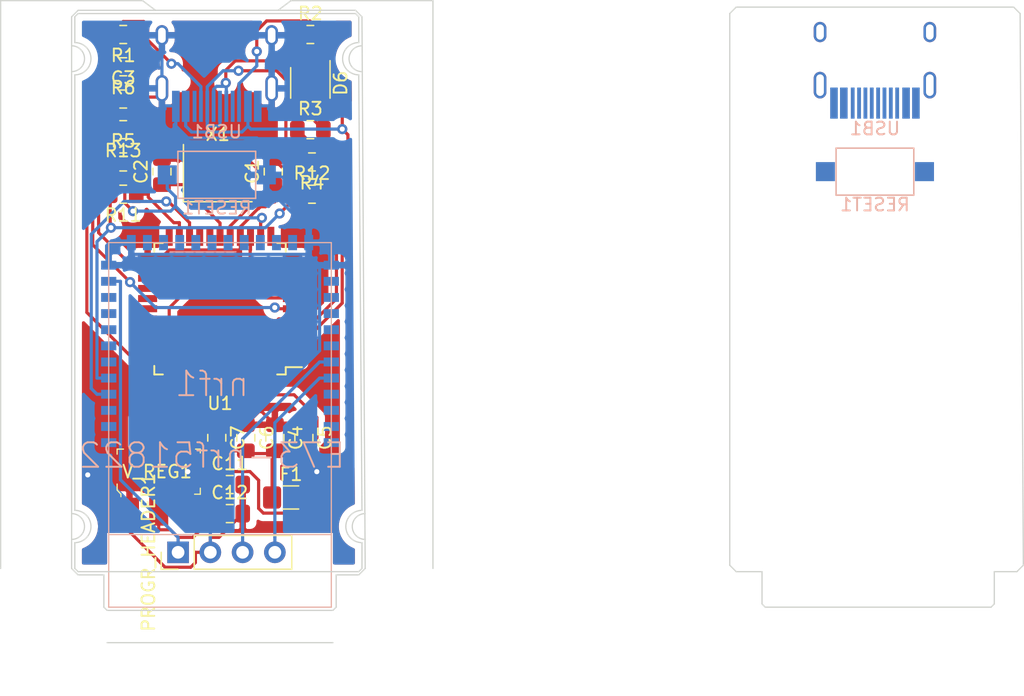
<source format=kicad_pcb>
(kicad_pcb (version 20171130) (host pcbnew "(5.1.2)-2")

  (general
    (thickness 1.6)
    (drawings 57)
    (tracks 325)
    (zones 0)
    (modules 29)
    (nets 74)
  )

  (page A4)
  (layers
    (0 F.Cu signal hide)
    (31 B.Cu signal hide)
    (32 B.Adhes user)
    (33 F.Adhes user)
    (34 B.Paste user)
    (35 F.Paste user)
    (36 B.SilkS user)
    (37 F.SilkS user)
    (38 B.Mask user)
    (39 F.Mask user)
    (40 Dwgs.User user)
    (41 Cmts.User user)
    (42 Eco1.User user)
    (43 Eco2.User user)
    (44 Edge.Cuts user)
    (45 Margin user)
    (46 B.CrtYd user)
    (47 F.CrtYd user)
    (48 B.Fab user)
    (49 F.Fab user)
  )

  (setup
    (last_trace_width 0.25)
    (trace_clearance 0.2)
    (zone_clearance 0.508)
    (zone_45_only no)
    (trace_min 0.2)
    (via_size 0.8)
    (via_drill 0.4)
    (via_min_size 0.4)
    (via_min_drill 0.3)
    (uvia_size 0.3)
    (uvia_drill 0.1)
    (uvias_allowed no)
    (uvia_min_size 0.2)
    (uvia_min_drill 0.1)
    (edge_width 0.1)
    (segment_width 0.2)
    (pcb_text_width 0.3)
    (pcb_text_size 1.5 1.5)
    (mod_edge_width 0.15)
    (mod_text_size 1 1)
    (mod_text_width 0.15)
    (pad_size 1.524 1.524)
    (pad_drill 0.762)
    (pad_to_mask_clearance 0)
    (aux_axis_origin 0 0)
    (visible_elements 7FFFFFFF)
    (pcbplotparams
      (layerselection 0x01000_7ffffffe)
      (usegerberextensions false)
      (usegerberattributes false)
      (usegerberadvancedattributes false)
      (creategerberjobfile false)
      (excludeedgelayer false)
      (linewidth 0.100000)
      (plotframeref false)
      (viasonmask false)
      (mode 1)
      (useauxorigin false)
      (hpglpennumber 1)
      (hpglpenspeed 20)
      (hpglpendiameter 15.000000)
      (psnegative false)
      (psa4output false)
      (plotreference false)
      (plotvalue false)
      (plotinvisibletext false)
      (padsonsilk true)
      (subtractmaskfromsilk false)
      (outputformat 3)
      (mirror false)
      (drillshape 0)
      (scaleselection 1)
      (outputdirectory "dxf"))
  )

  (net 0 "")
  (net 1 GND)
  (net 2 "Net-(C1-Pad1)")
  (net 3 "Net-(C2-Pad1)")
  (net 4 "Net-(C3-Pad1)")
  (net 5 +5V)
  (net 6 VCC)
  (net 7 +3.3V)
  (net 8 "Net-(D6-Pad3)")
  (net 9 "Net-(D6-Pad2)")
  (net 10 SWDIO)
  (net 11 SWCLK)
  (net 12 "Net-(nrf1-Pad10)")
  (net 13 "Net-(nrf1-Pad9)")
  (net 14 "Net-(nrf1-Pad8)")
  (net 15 "Net-(nrf1-Pad7)")
  (net 16 "Net-(nrf1-Pad6)")
  (net 17 TXODIV)
  (net 18 RXI)
  (net 19 "Net-(nrf1-Pad3)")
  (net 20 "Net-(nrf1-Pad2)")
  (net 21 "Net-(nrf1-Pad36)")
  (net 22 "Net-(nrf1-Pad35)")
  (net 23 "Net-(nrf1-Pad34)")
  (net 24 "Net-(nrf1-Pad33)")
  (net 25 "Net-(nrf1-Pad30)")
  (net 26 "Net-(nrf1-Pad29)")
  (net 27 "Net-(nrf1-Pad28)")
  (net 28 "Net-(nrf1-Pad27)")
  (net 29 "Net-(nrf1-Pad26)")
  (net 30 "Net-(nrf1-Pad23)")
  (net 31 "Net-(nrf1-Pad22)")
  (net 32 "Net-(nrf1-Pad21)")
  (net 33 "Net-(nrf1-Pad20)")
  (net 34 "Net-(nrf1-Pad19)")
  (net 35 "Net-(nrf1-Pad18)")
  (net 36 "Net-(nrf1-Pad17)")
  (net 37 "Net-(nrf1-Pad16)")
  (net 38 "Net-(nrf1-Pad15)")
  (net 39 "Net-(nrf1-Pad14)")
  (net 40 "Net-(nrf1-Pad1)")
  (net 41 "Net-(R1-Pad2)")
  (net 42 "Net-(R2-Pad2)")
  (net 43 D+)
  (net 44 D-)
  (net 45 "Net-(R5-Pad2)")
  (net 46 "Net-(R6-Pad2)")
  (net 47 TXO)
  (net 48 "Net-(U1-Pad42)")
  (net 49 "Net-(U1-Pad41)")
  (net 50 "Net-(U1-Pad40)")
  (net 51 "Net-(U1-Pad39)")
  (net 52 "Net-(U1-Pad38)")
  (net 53 "Net-(U1-Pad37)")
  (net 54 "Net-(U1-Pad36)")
  (net 55 "Net-(U1-Pad32)")
  (net 56 "Net-(U1-Pad31)")
  (net 57 "Net-(U1-Pad30)")
  (net 58 "Net-(U1-Pad29)")
  (net 59 "Net-(U1-Pad28)")
  (net 60 "Net-(U1-Pad27)")
  (net 61 "Net-(U1-Pad26)")
  (net 62 "Net-(U1-Pad25)")
  (net 63 "Net-(U1-Pad22)")
  (net 64 "Net-(U1-Pad19)")
  (net 65 "Net-(U1-Pad18)")
  (net 66 "Net-(U1-Pad12)")
  (net 67 "Net-(U1-Pad11)")
  (net 68 "Net-(U1-Pad10)")
  (net 69 "Net-(U1-Pad9)")
  (net 70 "Net-(U1-Pad8)")
  (net 71 "Net-(U1-Pad1)")
  (net 72 "Net-(USB1-Pad3)")
  (net 73 "Net-(USB1-Pad9)")

  (net_class Default 这是默认网络类。
    (clearance 0.2)
    (trace_width 0.25)
    (via_dia 0.8)
    (via_drill 0.4)
    (uvia_dia 0.3)
    (uvia_drill 0.1)
    (add_net +3.3V)
    (add_net +5V)
    (add_net D+)
    (add_net D-)
    (add_net GND)
    (add_net "Net-(C1-Pad1)")
    (add_net "Net-(C2-Pad1)")
    (add_net "Net-(C3-Pad1)")
    (add_net "Net-(D6-Pad2)")
    (add_net "Net-(D6-Pad3)")
    (add_net "Net-(R1-Pad2)")
    (add_net "Net-(R2-Pad2)")
    (add_net "Net-(R5-Pad2)")
    (add_net "Net-(R6-Pad2)")
    (add_net "Net-(U1-Pad1)")
    (add_net "Net-(U1-Pad10)")
    (add_net "Net-(U1-Pad11)")
    (add_net "Net-(U1-Pad12)")
    (add_net "Net-(U1-Pad18)")
    (add_net "Net-(U1-Pad19)")
    (add_net "Net-(U1-Pad22)")
    (add_net "Net-(U1-Pad25)")
    (add_net "Net-(U1-Pad26)")
    (add_net "Net-(U1-Pad27)")
    (add_net "Net-(U1-Pad28)")
    (add_net "Net-(U1-Pad29)")
    (add_net "Net-(U1-Pad30)")
    (add_net "Net-(U1-Pad31)")
    (add_net "Net-(U1-Pad32)")
    (add_net "Net-(U1-Pad36)")
    (add_net "Net-(U1-Pad37)")
    (add_net "Net-(U1-Pad38)")
    (add_net "Net-(U1-Pad39)")
    (add_net "Net-(U1-Pad40)")
    (add_net "Net-(U1-Pad41)")
    (add_net "Net-(U1-Pad42)")
    (add_net "Net-(U1-Pad8)")
    (add_net "Net-(U1-Pad9)")
    (add_net "Net-(USB1-Pad3)")
    (add_net "Net-(USB1-Pad9)")
    (add_net "Net-(nrf1-Pad1)")
    (add_net "Net-(nrf1-Pad10)")
    (add_net "Net-(nrf1-Pad14)")
    (add_net "Net-(nrf1-Pad15)")
    (add_net "Net-(nrf1-Pad16)")
    (add_net "Net-(nrf1-Pad17)")
    (add_net "Net-(nrf1-Pad18)")
    (add_net "Net-(nrf1-Pad19)")
    (add_net "Net-(nrf1-Pad2)")
    (add_net "Net-(nrf1-Pad20)")
    (add_net "Net-(nrf1-Pad21)")
    (add_net "Net-(nrf1-Pad22)")
    (add_net "Net-(nrf1-Pad23)")
    (add_net "Net-(nrf1-Pad26)")
    (add_net "Net-(nrf1-Pad27)")
    (add_net "Net-(nrf1-Pad28)")
    (add_net "Net-(nrf1-Pad29)")
    (add_net "Net-(nrf1-Pad3)")
    (add_net "Net-(nrf1-Pad30)")
    (add_net "Net-(nrf1-Pad33)")
    (add_net "Net-(nrf1-Pad34)")
    (add_net "Net-(nrf1-Pad35)")
    (add_net "Net-(nrf1-Pad36)")
    (add_net "Net-(nrf1-Pad6)")
    (add_net "Net-(nrf1-Pad7)")
    (add_net "Net-(nrf1-Pad8)")
    (add_net "Net-(nrf1-Pad9)")
    (add_net RXI)
    (add_net SWCLK)
    (add_net SWDIO)
    (add_net TXO)
    (add_net TXODIV)
    (add_net VCC)
  )

  (module Button_Switch_SMD:SW_SPST_CK_RS282G05A3 (layer B.Cu) (tedit 5A7A67D2) (tstamp 5E565F9B)
    (at 131.572 105.41)
    (descr https://www.mouser.com/ds/2/60/RS-282G05A-SM_RT-1159762.pdf)
    (tags "SPST button tactile switch")
    (path /5C0CF608)
    (attr smd)
    (fp_text reference RESET1 (at 0 2.6) (layer B.SilkS)
      (effects (font (size 1 1) (thickness 0.15)) (justify mirror))
    )
    (fp_text value SW_SPST (at 0 -3) (layer B.Fab)
      (effects (font (size 1 1) (thickness 0.15)) (justify mirror))
    )
    (fp_line (start -4.9 -2.05) (end -4.9 2.05) (layer B.CrtYd) (width 0.05))
    (fp_line (start 4.9 -2.05) (end -4.9 -2.05) (layer B.CrtYd) (width 0.05))
    (fp_line (start 4.9 2.05) (end 4.9 -2.05) (layer B.CrtYd) (width 0.05))
    (fp_line (start -4.9 2.05) (end 4.9 2.05) (layer B.CrtYd) (width 0.05))
    (fp_text user %R (at 0 2.6) (layer B.Fab)
      (effects (font (size 1 1) (thickness 0.15)) (justify mirror))
    )
    (fp_line (start -1.75 1) (end 1.75 1) (layer B.Fab) (width 0.1))
    (fp_line (start 1.75 1) (end 1.75 -1) (layer B.Fab) (width 0.1))
    (fp_line (start 1.75 -1) (end -1.75 -1) (layer B.Fab) (width 0.1))
    (fp_line (start -1.75 -1) (end -1.75 1) (layer B.Fab) (width 0.1))
    (fp_line (start -3.06 1.85) (end 3.06 1.85) (layer B.SilkS) (width 0.12))
    (fp_line (start 3.06 1.85) (end 3.06 -1.85) (layer B.SilkS) (width 0.12))
    (fp_line (start 3.06 -1.85) (end -3.06 -1.85) (layer B.SilkS) (width 0.12))
    (fp_line (start -3.06 -1.85) (end -3.06 1.85) (layer B.SilkS) (width 0.12))
    (fp_line (start -1.5 -0.8) (end 1.5 -0.8) (layer B.Fab) (width 0.1))
    (fp_line (start -1.5 0.8) (end 1.5 0.8) (layer B.Fab) (width 0.1))
    (fp_line (start 1.5 0.8) (end 1.5 -0.8) (layer B.Fab) (width 0.1))
    (fp_line (start -1.5 0.8) (end -1.5 -0.8) (layer B.Fab) (width 0.1))
    (fp_line (start -3 -1.8) (end 3 -1.8) (layer B.Fab) (width 0.1))
    (fp_line (start -3 1.8) (end 3 1.8) (layer B.Fab) (width 0.1))
    (fp_line (start -3 1.8) (end -3 -1.8) (layer B.Fab) (width 0.1))
    (fp_line (start 3 1.8) (end 3 -1.8) (layer B.Fab) (width 0.1))
    (pad 1 smd rect (at -3.9 0) (size 1.5 1.5) (layers B.Cu B.Paste B.Mask))
    (pad 2 smd rect (at 3.9 0) (size 1.5 1.5) (layers B.Cu B.Paste B.Mask))
    (model ${KISYS3DMOD}/Button_Switch_SMD.3dshapes/SW_SPST_CK_RS282G05A3.wrl
      (at (xyz 0 0 0))
      (scale (xyz 1 1 1))
      (rotate (xyz 0 0 0))
    )
  )

  (module Type-C:HRO-TYPE-C-31-M-12-HandSoldering (layer B.Cu) (tedit 5ACED934) (tstamp 5E565FB5)
    (at 131.572 91.821)
    (path /5E08E8E5)
    (fp_text reference USB1 (at 0 10.2) (layer B.SilkS)
      (effects (font (size 1 1) (thickness 0.15)) (justify mirror))
    )
    (fp_text value HRO-TYPE-C-31-M-12 (at 0 -1.15) (layer Dwgs.User)
      (effects (font (size 1 1) (thickness 0.15)))
    )
    (fp_line (start -4.47 7.3) (end 4.47 7.3) (layer Dwgs.User) (width 0.15))
    (fp_line (start 4.47 0) (end 4.47 7.3) (layer Dwgs.User) (width 0.15))
    (fp_line (start -4.47 0) (end -4.47 7.3) (layer Dwgs.User) (width 0.15))
    (fp_line (start -4.47 0) (end 4.47 0) (layer Dwgs.User) (width 0.15))
    (pad 13 thru_hole oval (at 4.32 2.6) (size 1 1.6) (drill oval 0.6 1.2) (layers *.Cu F.Mask))
    (pad 13 thru_hole oval (at -4.32 2.6) (size 1 1.6) (drill oval 0.6 1.2) (layers *.Cu F.Mask))
    (pad 13 thru_hole oval (at 4.32 6.78) (size 1 2.1) (drill oval 0.6 1.7) (layers *.Cu F.Mask))
    (pad 13 thru_hole oval (at -4.32 6.78) (size 1 2.1) (drill oval 0.6 1.7) (layers *.Cu F.Mask))
    (pad "" np_thru_hole circle (at -2.89 6.25) (size 0.65 0.65) (drill 0.65) (layers *.Cu *.Mask))
    (pad "" np_thru_hole circle (at 2.89 6.25) (size 0.65 0.65) (drill 0.65) (layers *.Cu *.Mask))
    (pad 6 smd rect (at -0.25 8.195) (size 0.3 2.45) (layers B.Cu B.Paste B.Mask))
    (pad 7 smd rect (at 0.25 8.195) (size 0.3 2.45) (layers B.Cu B.Paste B.Mask))
    (pad 8 smd rect (at 0.75 8.195) (size 0.3 2.45) (layers B.Cu B.Paste B.Mask))
    (pad 5 smd rect (at -0.75 8.195) (size 0.3 2.45) (layers B.Cu B.Paste B.Mask))
    (pad 9 smd rect (at 1.25 8.195) (size 0.3 2.45) (layers B.Cu B.Paste B.Mask))
    (pad 4 smd rect (at -1.25 8.195) (size 0.3 2.45) (layers B.Cu B.Paste B.Mask))
    (pad 10 smd rect (at 1.75 8.195) (size 0.3 2.45) (layers B.Cu B.Paste B.Mask))
    (pad 3 smd rect (at -1.75 8.195) (size 0.3 2.45) (layers B.Cu B.Paste B.Mask))
    (pad 2 smd rect (at -2.45 8.195) (size 0.6 2.45) (layers B.Cu B.Paste B.Mask))
    (pad 11 smd rect (at 2.45 8.195) (size 0.6 2.45) (layers B.Cu B.Paste B.Mask))
    (pad 1 smd rect (at -3.225 8.195) (size 0.6 2.45) (layers B.Cu B.Paste B.Mask))
    (pad 12 smd rect (at 3.225 8.195) (size 0.6 2.45) (layers B.Cu B.Paste B.Mask))
  )

  (module redox_w_receiver_footprints:SOT-223 (layer F.Cu) (tedit 5B07037E) (tstamp 5E3B54BD)
    (at 75.184 129.032)
    (path /5C0CE178)
    (fp_text reference V_REG1 (at -0.127 0 180) (layer F.SilkS)
      (effects (font (size 1 1) (thickness 0.15)))
    )
    (fp_text value LD1117S33CTR (at 0 4.5 180) (layer F.Fab)
      (effects (font (size 1 1) (thickness 0.15)))
    )
    (fp_line (start 3.15 -1.65) (end 3.15 1.65) (layer F.Fab) (width 0.1))
    (fp_line (start -3.15 -1.65) (end 3.15 -1.65) (layer F.Fab) (width 0.1))
    (fp_text user %R (at -0.05 0.025 180) (layer F.Fab)
      (effects (font (size 1 1) (thickness 0.15)))
    )
    (fp_line (start 3.275 -1.775) (end 3.275 -1.475) (layer F.SilkS) (width 0.1))
    (fp_line (start 2.9 -1.775) (end 3.275 -1.775) (layer F.SilkS) (width 0.1))
    (fp_line (start -3.275 -1.775) (end -3.275 -1.375) (layer F.SilkS) (width 0.1))
    (fp_line (start -2.775 -1.775) (end -3.275 -1.775) (layer F.SilkS) (width 0.1))
    (fp_line (start 3.275 1.775) (end 2.825 1.775) (layer F.SilkS) (width 0.1))
    (fp_line (start 3.275 1.3) (end 3.275 1.775) (layer F.SilkS) (width 0.1))
    (fp_line (start -3.15 1.35) (end -2.875 1.65) (layer F.Fab) (width 0.1))
    (fp_line (start 3.15 1.65) (end -2.875 1.65) (layer F.Fab) (width 0.1))
    (fp_line (start -3.15 1.35) (end -3.15 -1.65) (layer F.Fab) (width 0.1))
    (fp_line (start 3.45 -4.45) (end 3.45 4.45) (layer F.CrtYd) (width 0.05))
    (fp_line (start 3.45 -4.45) (end -3.45 -4.45) (layer F.CrtYd) (width 0.05))
    (fp_line (start -3.45 -4.45) (end -3.45 4.45) (layer F.CrtYd) (width 0.05))
    (fp_line (start -3.45 4.45) (end 3.45 4.45) (layer F.CrtYd) (width 0.05))
    (fp_line (start -2.975 1.775) (end -2.975 1.97) (layer F.SilkS) (width 0.1))
    (fp_line (start -3.275 1.45) (end -2.975 1.775) (layer F.SilkS) (width 0.1))
    (fp_line (start -3.275 0.975) (end -3.275 1.45) (layer F.SilkS) (width 0.1))
    (pad 4 smd rect (at 0 -3.15) (size 3.8 2.2) (layers F.Cu F.Paste F.Mask)
      (net 7 +3.3V))
    (pad 1 smd rect (at -2.3 3.15) (size 1.5 2.2) (layers F.Cu F.Paste F.Mask)
      (net 1 GND))
    (pad 2 smd rect (at 0 3.15) (size 1.5 2.2) (layers F.Cu F.Paste F.Mask)
      (net 7 +3.3V))
    (pad 3 smd rect (at 2.3 3.15) (size 1.5 2.2) (layers F.Cu F.Paste F.Mask)
      (net 6 VCC))
  )

  (module Type-C:HRO-TYPE-C-31-M-12-HandSoldering (layer B.Cu) (tedit 5ACED934) (tstamp 5E3B54A2)
    (at 79.756 92.075)
    (path /5E08E8E5)
    (fp_text reference USB1 (at 0 10.2) (layer B.SilkS)
      (effects (font (size 1 1) (thickness 0.15)) (justify mirror))
    )
    (fp_text value HRO-TYPE-C-31-M-12 (at 0 -1.15) (layer Dwgs.User)
      (effects (font (size 1 1) (thickness 0.15)))
    )
    (fp_line (start -4.47 0) (end 4.47 0) (layer Dwgs.User) (width 0.15))
    (fp_line (start -4.47 0) (end -4.47 7.3) (layer Dwgs.User) (width 0.15))
    (fp_line (start 4.47 0) (end 4.47 7.3) (layer Dwgs.User) (width 0.15))
    (fp_line (start -4.47 7.3) (end 4.47 7.3) (layer Dwgs.User) (width 0.15))
    (pad 12 smd rect (at 3.225 8.195) (size 0.6 2.45) (layers B.Cu B.Paste B.Mask)
      (net 1 GND))
    (pad 1 smd rect (at -3.225 8.195) (size 0.6 2.45) (layers B.Cu B.Paste B.Mask)
      (net 1 GND))
    (pad 11 smd rect (at 2.45 8.195) (size 0.6 2.45) (layers B.Cu B.Paste B.Mask)
      (net 6 VCC))
    (pad 2 smd rect (at -2.45 8.195) (size 0.6 2.45) (layers B.Cu B.Paste B.Mask)
      (net 6 VCC))
    (pad 3 smd rect (at -1.75 8.195) (size 0.3 2.45) (layers B.Cu B.Paste B.Mask)
      (net 72 "Net-(USB1-Pad3)"))
    (pad 10 smd rect (at 1.75 8.195) (size 0.3 2.45) (layers B.Cu B.Paste B.Mask)
      (net 42 "Net-(R2-Pad2)"))
    (pad 4 smd rect (at -1.25 8.195) (size 0.3 2.45) (layers B.Cu B.Paste B.Mask)
      (net 41 "Net-(R1-Pad2)"))
    (pad 9 smd rect (at 1.25 8.195) (size 0.3 2.45) (layers B.Cu B.Paste B.Mask)
      (net 73 "Net-(USB1-Pad9)"))
    (pad 5 smd rect (at -0.75 8.195) (size 0.3 2.45) (layers B.Cu B.Paste B.Mask)
      (net 8 "Net-(D6-Pad3)"))
    (pad 8 smd rect (at 0.75 8.195) (size 0.3 2.45) (layers B.Cu B.Paste B.Mask)
      (net 9 "Net-(D6-Pad2)"))
    (pad 7 smd rect (at 0.25 8.195) (size 0.3 2.45) (layers B.Cu B.Paste B.Mask)
      (net 8 "Net-(D6-Pad3)"))
    (pad 6 smd rect (at -0.25 8.195) (size 0.3 2.45) (layers B.Cu B.Paste B.Mask)
      (net 9 "Net-(D6-Pad2)"))
    (pad "" np_thru_hole circle (at 2.89 6.25) (size 0.65 0.65) (drill 0.65) (layers *.Cu *.Mask))
    (pad "" np_thru_hole circle (at -2.89 6.25) (size 0.65 0.65) (drill 0.65) (layers *.Cu *.Mask))
    (pad 13 thru_hole oval (at -4.32 6.78) (size 1 2.1) (drill oval 0.6 1.7) (layers *.Cu F.Mask)
      (net 1 GND))
    (pad 13 thru_hole oval (at 4.32 6.78) (size 1 2.1) (drill oval 0.6 1.7) (layers *.Cu F.Mask)
      (net 1 GND))
    (pad 13 thru_hole oval (at -4.32 2.6) (size 1 1.6) (drill oval 0.6 1.2) (layers *.Cu F.Mask)
      (net 1 GND))
    (pad 13 thru_hole oval (at 4.32 2.6) (size 1 1.6) (drill oval 0.6 1.2) (layers *.Cu F.Mask)
      (net 1 GND))
  )

  (module Crystal:Crystal_SMD_3225-4Pin_3.2x2.5mm_HandSoldering (layer F.Cu) (tedit 5A0FD1B2) (tstamp 5E3AE68C)
    (at 79.83 105.53)
    (descr "SMD Crystal SERIES SMD3225/4 http://www.txccrystal.com/images/pdf/7m-accuracy.pdf, hand-soldering, 3.2x2.5mm^2 package")
    (tags "SMD SMT crystal hand-soldering")
    (path /5E1B449D)
    (attr smd)
    (fp_text reference X1 (at 0 -3.05) (layer F.SilkS)
      (effects (font (size 1 1) (thickness 0.15)))
    )
    (fp_text value Crystal_GND24 (at 0 3.05) (layer F.Fab)
      (effects (font (size 1 1) (thickness 0.15)))
    )
    (fp_line (start 2.8 -2.3) (end -2.8 -2.3) (layer F.CrtYd) (width 0.05))
    (fp_line (start 2.8 2.3) (end 2.8 -2.3) (layer F.CrtYd) (width 0.05))
    (fp_line (start -2.8 2.3) (end 2.8 2.3) (layer F.CrtYd) (width 0.05))
    (fp_line (start -2.8 -2.3) (end -2.8 2.3) (layer F.CrtYd) (width 0.05))
    (fp_line (start -2.7 2.25) (end 2.7 2.25) (layer F.SilkS) (width 0.12))
    (fp_line (start -2.7 -2.25) (end -2.7 2.25) (layer F.SilkS) (width 0.12))
    (fp_line (start -1.6 0.25) (end -0.6 1.25) (layer F.Fab) (width 0.1))
    (fp_line (start 1.6 -1.25) (end -1.6 -1.25) (layer F.Fab) (width 0.1))
    (fp_line (start 1.6 1.25) (end 1.6 -1.25) (layer F.Fab) (width 0.1))
    (fp_line (start -1.6 1.25) (end 1.6 1.25) (layer F.Fab) (width 0.1))
    (fp_line (start -1.6 -1.25) (end -1.6 1.25) (layer F.Fab) (width 0.1))
    (fp_text user %R (at 0 0) (layer F.Fab)
      (effects (font (size 0.7 0.7) (thickness 0.105)))
    )
    (pad 4 smd rect (at -1.45 -1.15) (size 2.1 1.8) (layers F.Cu F.Paste F.Mask)
      (net 1 GND))
    (pad 3 smd rect (at 1.45 -1.15) (size 2.1 1.8) (layers F.Cu F.Paste F.Mask)
      (net 2 "Net-(C1-Pad1)"))
    (pad 2 smd rect (at 1.45 1.15) (size 2.1 1.8) (layers F.Cu F.Paste F.Mask)
      (net 1 GND))
    (pad 1 smd rect (at -1.45 1.15) (size 2.1 1.8) (layers F.Cu F.Paste F.Mask)
      (net 3 "Net-(C2-Pad1)"))
    (model ${KISYS3DMOD}/Crystal.3dshapes/Crystal_SMD_3225-4Pin_3.2x2.5mm_HandSoldering.wrl
      (at (xyz 0 0 0))
      (scale (xyz 1 1 1))
      (rotate (xyz 0 0 0))
    )
  )

  (module Package_QFP:TQFP-44_10x10mm_P0.8mm (layer F.Cu) (tedit 5A02F146) (tstamp 5E3AE678)
    (at 80.01 116.205 180)
    (descr "44-Lead Plastic Thin Quad Flatpack (PT) - 10x10x1.0 mm Body [TQFP] (see Microchip Packaging Specification 00000049BS.pdf)")
    (tags "QFP 0.8")
    (path /5E0D61AE)
    (attr smd)
    (fp_text reference U1 (at 0 -7.45) (layer F.SilkS)
      (effects (font (size 1 1) (thickness 0.15)))
    )
    (fp_text value ATmega32U4-AU (at 0 7.45) (layer F.Fab)
      (effects (font (size 1 1) (thickness 0.15)))
    )
    (fp_line (start -5.175 -4.6) (end -6.45 -4.6) (layer F.SilkS) (width 0.15))
    (fp_line (start 5.175 -5.175) (end 4.5 -5.175) (layer F.SilkS) (width 0.15))
    (fp_line (start 5.175 5.175) (end 4.5 5.175) (layer F.SilkS) (width 0.15))
    (fp_line (start -5.175 5.175) (end -4.5 5.175) (layer F.SilkS) (width 0.15))
    (fp_line (start -5.175 -5.175) (end -4.5 -5.175) (layer F.SilkS) (width 0.15))
    (fp_line (start -5.175 5.175) (end -5.175 4.5) (layer F.SilkS) (width 0.15))
    (fp_line (start 5.175 5.175) (end 5.175 4.5) (layer F.SilkS) (width 0.15))
    (fp_line (start 5.175 -5.175) (end 5.175 -4.5) (layer F.SilkS) (width 0.15))
    (fp_line (start -5.175 -5.175) (end -5.175 -4.6) (layer F.SilkS) (width 0.15))
    (fp_line (start -6.7 6.7) (end 6.7 6.7) (layer F.CrtYd) (width 0.05))
    (fp_line (start -6.7 -6.7) (end 6.7 -6.7) (layer F.CrtYd) (width 0.05))
    (fp_line (start 6.7 -6.7) (end 6.7 6.7) (layer F.CrtYd) (width 0.05))
    (fp_line (start -6.7 -6.7) (end -6.7 6.7) (layer F.CrtYd) (width 0.05))
    (fp_line (start -5 -4) (end -4 -5) (layer F.Fab) (width 0.15))
    (fp_line (start -5 5) (end -5 -4) (layer F.Fab) (width 0.15))
    (fp_line (start 5 5) (end -5 5) (layer F.Fab) (width 0.15))
    (fp_line (start 5 -5) (end 5 5) (layer F.Fab) (width 0.15))
    (fp_line (start -4 -5) (end 5 -5) (layer F.Fab) (width 0.15))
    (fp_text user %R (at 0 0) (layer F.Fab)
      (effects (font (size 1 1) (thickness 0.15)))
    )
    (pad 44 smd rect (at -4 -5.7 270) (size 1.5 0.55) (layers F.Cu F.Paste F.Mask)
      (net 5 +5V))
    (pad 43 smd rect (at -3.2 -5.7 270) (size 1.5 0.55) (layers F.Cu F.Paste F.Mask)
      (net 1 GND))
    (pad 42 smd rect (at -2.4 -5.7 270) (size 1.5 0.55) (layers F.Cu F.Paste F.Mask)
      (net 48 "Net-(U1-Pad42)"))
    (pad 41 smd rect (at -1.6 -5.7 270) (size 1.5 0.55) (layers F.Cu F.Paste F.Mask)
      (net 49 "Net-(U1-Pad41)"))
    (pad 40 smd rect (at -0.8 -5.7 270) (size 1.5 0.55) (layers F.Cu F.Paste F.Mask)
      (net 50 "Net-(U1-Pad40)"))
    (pad 39 smd rect (at 0 -5.7 270) (size 1.5 0.55) (layers F.Cu F.Paste F.Mask)
      (net 51 "Net-(U1-Pad39)"))
    (pad 38 smd rect (at 0.8 -5.7 270) (size 1.5 0.55) (layers F.Cu F.Paste F.Mask)
      (net 52 "Net-(U1-Pad38)"))
    (pad 37 smd rect (at 1.6 -5.7 270) (size 1.5 0.55) (layers F.Cu F.Paste F.Mask)
      (net 53 "Net-(U1-Pad37)"))
    (pad 36 smd rect (at 2.4 -5.7 270) (size 1.5 0.55) (layers F.Cu F.Paste F.Mask)
      (net 54 "Net-(U1-Pad36)"))
    (pad 35 smd rect (at 3.2 -5.7 270) (size 1.5 0.55) (layers F.Cu F.Paste F.Mask)
      (net 1 GND))
    (pad 34 smd rect (at 4 -5.7 270) (size 1.5 0.55) (layers F.Cu F.Paste F.Mask)
      (net 5 +5V))
    (pad 33 smd rect (at 5.7 -4 180) (size 1.5 0.55) (layers F.Cu F.Paste F.Mask)
      (net 46 "Net-(R6-Pad2)"))
    (pad 32 smd rect (at 5.7 -3.2 180) (size 1.5 0.55) (layers F.Cu F.Paste F.Mask)
      (net 55 "Net-(U1-Pad32)"))
    (pad 31 smd rect (at 5.7 -2.4 180) (size 1.5 0.55) (layers F.Cu F.Paste F.Mask)
      (net 56 "Net-(U1-Pad31)"))
    (pad 30 smd rect (at 5.7 -1.6 180) (size 1.5 0.55) (layers F.Cu F.Paste F.Mask)
      (net 57 "Net-(U1-Pad30)"))
    (pad 29 smd rect (at 5.7 -0.8 180) (size 1.5 0.55) (layers F.Cu F.Paste F.Mask)
      (net 58 "Net-(U1-Pad29)"))
    (pad 28 smd rect (at 5.7 0 180) (size 1.5 0.55) (layers F.Cu F.Paste F.Mask)
      (net 59 "Net-(U1-Pad28)"))
    (pad 27 smd rect (at 5.7 0.8 180) (size 1.5 0.55) (layers F.Cu F.Paste F.Mask)
      (net 60 "Net-(U1-Pad27)"))
    (pad 26 smd rect (at 5.7 1.6 180) (size 1.5 0.55) (layers F.Cu F.Paste F.Mask)
      (net 61 "Net-(U1-Pad26)"))
    (pad 25 smd rect (at 5.7 2.4 180) (size 1.5 0.55) (layers F.Cu F.Paste F.Mask)
      (net 62 "Net-(U1-Pad25)"))
    (pad 24 smd rect (at 5.7 3.2 180) (size 1.5 0.55) (layers F.Cu F.Paste F.Mask)
      (net 5 +5V))
    (pad 23 smd rect (at 5.7 4 180) (size 1.5 0.55) (layers F.Cu F.Paste F.Mask)
      (net 1 GND))
    (pad 22 smd rect (at 4 5.7 270) (size 1.5 0.55) (layers F.Cu F.Paste F.Mask)
      (net 63 "Net-(U1-Pad22)"))
    (pad 21 smd rect (at 3.2 5.7 270) (size 1.5 0.55) (layers F.Cu F.Paste F.Mask)
      (net 47 TXO))
    (pad 20 smd rect (at 2.4 5.7 270) (size 1.5 0.55) (layers F.Cu F.Paste F.Mask)
      (net 18 RXI))
    (pad 19 smd rect (at 1.6 5.7 270) (size 1.5 0.55) (layers F.Cu F.Paste F.Mask)
      (net 64 "Net-(U1-Pad19)"))
    (pad 18 smd rect (at 0.8 5.7 270) (size 1.5 0.55) (layers F.Cu F.Paste F.Mask)
      (net 65 "Net-(U1-Pad18)"))
    (pad 17 smd rect (at 0 5.7 270) (size 1.5 0.55) (layers F.Cu F.Paste F.Mask)
      (net 3 "Net-(C2-Pad1)"))
    (pad 16 smd rect (at -0.8 5.7 270) (size 1.5 0.55) (layers F.Cu F.Paste F.Mask)
      (net 2 "Net-(C1-Pad1)"))
    (pad 15 smd rect (at -1.6 5.7 270) (size 1.5 0.55) (layers F.Cu F.Paste F.Mask)
      (net 1 GND))
    (pad 14 smd rect (at -2.4 5.7 270) (size 1.5 0.55) (layers F.Cu F.Paste F.Mask)
      (net 5 +5V))
    (pad 13 smd rect (at -3.2 5.7 270) (size 1.5 0.55) (layers F.Cu F.Paste F.Mask)
      (net 45 "Net-(R5-Pad2)"))
    (pad 12 smd rect (at -4 5.7 270) (size 1.5 0.55) (layers F.Cu F.Paste F.Mask)
      (net 66 "Net-(U1-Pad12)"))
    (pad 11 smd rect (at -5.7 4 180) (size 1.5 0.55) (layers F.Cu F.Paste F.Mask)
      (net 67 "Net-(U1-Pad11)"))
    (pad 10 smd rect (at -5.7 3.2 180) (size 1.5 0.55) (layers F.Cu F.Paste F.Mask)
      (net 68 "Net-(U1-Pad10)"))
    (pad 9 smd rect (at -5.7 2.4 180) (size 1.5 0.55) (layers F.Cu F.Paste F.Mask)
      (net 69 "Net-(U1-Pad9)"))
    (pad 8 smd rect (at -5.7 1.6 180) (size 1.5 0.55) (layers F.Cu F.Paste F.Mask)
      (net 70 "Net-(U1-Pad8)"))
    (pad 7 smd rect (at -5.7 0.8 180) (size 1.5 0.55) (layers F.Cu F.Paste F.Mask)
      (net 5 +5V))
    (pad 6 smd rect (at -5.7 0 180) (size 1.5 0.55) (layers F.Cu F.Paste F.Mask)
      (net 4 "Net-(C3-Pad1)"))
    (pad 5 smd rect (at -5.7 -0.8 180) (size 1.5 0.55) (layers F.Cu F.Paste F.Mask)
      (net 1 GND))
    (pad 4 smd rect (at -5.7 -1.6 180) (size 1.5 0.55) (layers F.Cu F.Paste F.Mask)
      (net 43 D+))
    (pad 3 smd rect (at -5.7 -2.4 180) (size 1.5 0.55) (layers F.Cu F.Paste F.Mask)
      (net 44 D-))
    (pad 2 smd rect (at -5.7 -3.2 180) (size 1.5 0.55) (layers F.Cu F.Paste F.Mask)
      (net 5 +5V))
    (pad 1 smd rect (at -5.7 -4 180) (size 1.5 0.55) (layers F.Cu F.Paste F.Mask)
      (net 71 "Net-(U1-Pad1)"))
    (model ${KISYS3DMOD}/Package_QFP.3dshapes/TQFP-44_10x10mm_P0.8mm.wrl
      (at (xyz 0 0 0))
      (scale (xyz 1 1 1))
      (rotate (xyz 0 0 0))
    )
  )

  (module Button_Switch_SMD:SW_SPST_CK_RS282G05A3 (layer B.Cu) (tedit 5A7A67D2) (tstamp 5E3AE635)
    (at 79.756 105.664)
    (descr https://www.mouser.com/ds/2/60/RS-282G05A-SM_RT-1159762.pdf)
    (tags "SPST button tactile switch")
    (path /5C0CF608)
    (attr smd)
    (fp_text reference RESET1 (at 0 2.6) (layer B.SilkS)
      (effects (font (size 1 1) (thickness 0.15)) (justify mirror))
    )
    (fp_text value SW_SPST (at 0 -3) (layer B.Fab)
      (effects (font (size 1 1) (thickness 0.15)) (justify mirror))
    )
    (fp_line (start 3 1.8) (end 3 -1.8) (layer B.Fab) (width 0.1))
    (fp_line (start -3 1.8) (end -3 -1.8) (layer B.Fab) (width 0.1))
    (fp_line (start -3 1.8) (end 3 1.8) (layer B.Fab) (width 0.1))
    (fp_line (start -3 -1.8) (end 3 -1.8) (layer B.Fab) (width 0.1))
    (fp_line (start -1.5 0.8) (end -1.5 -0.8) (layer B.Fab) (width 0.1))
    (fp_line (start 1.5 0.8) (end 1.5 -0.8) (layer B.Fab) (width 0.1))
    (fp_line (start -1.5 0.8) (end 1.5 0.8) (layer B.Fab) (width 0.1))
    (fp_line (start -1.5 -0.8) (end 1.5 -0.8) (layer B.Fab) (width 0.1))
    (fp_line (start -3.06 -1.85) (end -3.06 1.85) (layer B.SilkS) (width 0.12))
    (fp_line (start 3.06 -1.85) (end -3.06 -1.85) (layer B.SilkS) (width 0.12))
    (fp_line (start 3.06 1.85) (end 3.06 -1.85) (layer B.SilkS) (width 0.12))
    (fp_line (start -3.06 1.85) (end 3.06 1.85) (layer B.SilkS) (width 0.12))
    (fp_line (start -1.75 -1) (end -1.75 1) (layer B.Fab) (width 0.1))
    (fp_line (start 1.75 -1) (end -1.75 -1) (layer B.Fab) (width 0.1))
    (fp_line (start 1.75 1) (end 1.75 -1) (layer B.Fab) (width 0.1))
    (fp_line (start -1.75 1) (end 1.75 1) (layer B.Fab) (width 0.1))
    (fp_text user %R (at 0 2.6) (layer B.Fab)
      (effects (font (size 1 1) (thickness 0.15)) (justify mirror))
    )
    (fp_line (start -4.9 2.05) (end 4.9 2.05) (layer B.CrtYd) (width 0.05))
    (fp_line (start 4.9 2.05) (end 4.9 -2.05) (layer B.CrtYd) (width 0.05))
    (fp_line (start 4.9 -2.05) (end -4.9 -2.05) (layer B.CrtYd) (width 0.05))
    (fp_line (start -4.9 -2.05) (end -4.9 2.05) (layer B.CrtYd) (width 0.05))
    (pad 2 smd rect (at 3.9 0) (size 1.5 1.5) (layers B.Cu B.Paste B.Mask)
      (net 1 GND))
    (pad 1 smd rect (at -3.9 0) (size 1.5 1.5) (layers B.Cu B.Paste B.Mask)
      (net 45 "Net-(R5-Pad2)"))
    (model ${KISYS3DMOD}/Button_Switch_SMD.3dshapes/SW_SPST_CK_RS282G05A3.wrl
      (at (xyz 0 0 0))
      (scale (xyz 1 1 1))
      (rotate (xyz 0 0 0))
    )
  )

  (module Resistor_SMD:R_0805_2012Metric_Pad1.15x1.40mm_HandSolder (layer F.Cu) (tedit 5B36C52B) (tstamp 5E3AE61A)
    (at 72.39 102.108 180)
    (descr "Resistor SMD 0805 (2012 Metric), square (rectangular) end terminal, IPC_7351 nominal with elongated pad for handsoldering. (Body size source: https://docs.google.com/spreadsheets/d/1BsfQQcO9C6DZCsRaXUlFlo91Tg2WpOkGARC1WS5S8t0/edit?usp=sharing), generated with kicad-footprint-generator")
    (tags "resistor handsolder")
    (path /5C0D69A3)
    (attr smd)
    (fp_text reference R13 (at 0 -1.65) (layer F.SilkS)
      (effects (font (size 1 1) (thickness 0.15)))
    )
    (fp_text value 1.5K (at 0 1.65) (layer F.Fab)
      (effects (font (size 1 1) (thickness 0.15)))
    )
    (fp_text user %R (at 0 0) (layer F.Fab)
      (effects (font (size 0.5 0.5) (thickness 0.08)))
    )
    (fp_line (start 1.85 0.95) (end -1.85 0.95) (layer F.CrtYd) (width 0.05))
    (fp_line (start 1.85 -0.95) (end 1.85 0.95) (layer F.CrtYd) (width 0.05))
    (fp_line (start -1.85 -0.95) (end 1.85 -0.95) (layer F.CrtYd) (width 0.05))
    (fp_line (start -1.85 0.95) (end -1.85 -0.95) (layer F.CrtYd) (width 0.05))
    (fp_line (start -0.261252 0.71) (end 0.261252 0.71) (layer F.SilkS) (width 0.12))
    (fp_line (start -0.261252 -0.71) (end 0.261252 -0.71) (layer F.SilkS) (width 0.12))
    (fp_line (start 1 0.6) (end -1 0.6) (layer F.Fab) (width 0.1))
    (fp_line (start 1 -0.6) (end 1 0.6) (layer F.Fab) (width 0.1))
    (fp_line (start -1 -0.6) (end 1 -0.6) (layer F.Fab) (width 0.1))
    (fp_line (start -1 0.6) (end -1 -0.6) (layer F.Fab) (width 0.1))
    (pad 2 smd roundrect (at 1.025 0 180) (size 1.15 1.4) (layers F.Cu F.Paste F.Mask) (roundrect_rratio 0.217391)
      (net 17 TXODIV))
    (pad 1 smd roundrect (at -1.025 0 180) (size 1.15 1.4) (layers F.Cu F.Paste F.Mask) (roundrect_rratio 0.217391)
      (net 47 TXO))
    (model ${KISYS3DMOD}/Resistor_SMD.3dshapes/R_0805_2012Metric.wrl
      (at (xyz 0 0 0))
      (scale (xyz 1 1 1))
      (rotate (xyz 0 0 0))
    )
  )

  (module Resistor_SMD:R_0805_2012Metric_Pad1.15x1.40mm_HandSolder (layer F.Cu) (tedit 5B36C52B) (tstamp 5E3AE609)
    (at 87.249 107.188)
    (descr "Resistor SMD 0805 (2012 Metric), square (rectangular) end terminal, IPC_7351 nominal with elongated pad for handsoldering. (Body size source: https://docs.google.com/spreadsheets/d/1BsfQQcO9C6DZCsRaXUlFlo91Tg2WpOkGARC1WS5S8t0/edit?usp=sharing), generated with kicad-footprint-generator")
    (tags "resistor handsolder")
    (path /5C0D69D3)
    (attr smd)
    (fp_text reference R12 (at 0 -1.65) (layer F.SilkS)
      (effects (font (size 1 1) (thickness 0.15)))
    )
    (fp_text value 1.5K (at 0 1.65) (layer F.Fab)
      (effects (font (size 1 1) (thickness 0.15)))
    )
    (fp_text user %R (at 0 0) (layer F.Fab)
      (effects (font (size 0.5 0.5) (thickness 0.08)))
    )
    (fp_line (start 1.85 0.95) (end -1.85 0.95) (layer F.CrtYd) (width 0.05))
    (fp_line (start 1.85 -0.95) (end 1.85 0.95) (layer F.CrtYd) (width 0.05))
    (fp_line (start -1.85 -0.95) (end 1.85 -0.95) (layer F.CrtYd) (width 0.05))
    (fp_line (start -1.85 0.95) (end -1.85 -0.95) (layer F.CrtYd) (width 0.05))
    (fp_line (start -0.261252 0.71) (end 0.261252 0.71) (layer F.SilkS) (width 0.12))
    (fp_line (start -0.261252 -0.71) (end 0.261252 -0.71) (layer F.SilkS) (width 0.12))
    (fp_line (start 1 0.6) (end -1 0.6) (layer F.Fab) (width 0.1))
    (fp_line (start 1 -0.6) (end 1 0.6) (layer F.Fab) (width 0.1))
    (fp_line (start -1 -0.6) (end 1 -0.6) (layer F.Fab) (width 0.1))
    (fp_line (start -1 0.6) (end -1 -0.6) (layer F.Fab) (width 0.1))
    (pad 2 smd roundrect (at 1.025 0) (size 1.15 1.4) (layers F.Cu F.Paste F.Mask) (roundrect_rratio 0.217391)
      (net 1 GND))
    (pad 1 smd roundrect (at -1.025 0) (size 1.15 1.4) (layers F.Cu F.Paste F.Mask) (roundrect_rratio 0.217391)
      (net 17 TXODIV))
    (model ${KISYS3DMOD}/Resistor_SMD.3dshapes/R_0805_2012Metric.wrl
      (at (xyz 0 0 0))
      (scale (xyz 1 1 1))
      (rotate (xyz 0 0 0))
    )
  )

  (module Resistor_SMD:R_0805_2012Metric_Pad1.15x1.40mm_HandSolder (layer F.Cu) (tedit 5B36C52B) (tstamp 5E3AE5F8)
    (at 72.39 107.188 180)
    (descr "Resistor SMD 0805 (2012 Metric), square (rectangular) end terminal, IPC_7351 nominal with elongated pad for handsoldering. (Body size source: https://docs.google.com/spreadsheets/d/1BsfQQcO9C6DZCsRaXUlFlo91Tg2WpOkGARC1WS5S8t0/edit?usp=sharing), generated with kicad-footprint-generator")
    (tags "resistor handsolder")
    (path /5C0D6951)
    (attr smd)
    (fp_text reference R11 (at 0 -1.65) (layer F.SilkS)
      (effects (font (size 1 1) (thickness 0.15)))
    )
    (fp_text value 1.5K (at 0 1.65) (layer F.Fab)
      (effects (font (size 1 1) (thickness 0.15)))
    )
    (fp_text user %R (at 0 0) (layer F.Fab)
      (effects (font (size 0.5 0.5) (thickness 0.08)))
    )
    (fp_line (start 1.85 0.95) (end -1.85 0.95) (layer F.CrtYd) (width 0.05))
    (fp_line (start 1.85 -0.95) (end 1.85 0.95) (layer F.CrtYd) (width 0.05))
    (fp_line (start -1.85 -0.95) (end 1.85 -0.95) (layer F.CrtYd) (width 0.05))
    (fp_line (start -1.85 0.95) (end -1.85 -0.95) (layer F.CrtYd) (width 0.05))
    (fp_line (start -0.261252 0.71) (end 0.261252 0.71) (layer F.SilkS) (width 0.12))
    (fp_line (start -0.261252 -0.71) (end 0.261252 -0.71) (layer F.SilkS) (width 0.12))
    (fp_line (start 1 0.6) (end -1 0.6) (layer F.Fab) (width 0.1))
    (fp_line (start 1 -0.6) (end 1 0.6) (layer F.Fab) (width 0.1))
    (fp_line (start -1 -0.6) (end 1 -0.6) (layer F.Fab) (width 0.1))
    (fp_line (start -1 0.6) (end -1 -0.6) (layer F.Fab) (width 0.1))
    (pad 2 smd roundrect (at 1.025 0 180) (size 1.15 1.4) (layers F.Cu F.Paste F.Mask) (roundrect_rratio 0.217391)
      (net 17 TXODIV))
    (pad 1 smd roundrect (at -1.025 0 180) (size 1.15 1.4) (layers F.Cu F.Paste F.Mask) (roundrect_rratio 0.217391)
      (net 47 TXO))
    (model ${KISYS3DMOD}/Resistor_SMD.3dshapes/R_0805_2012Metric.wrl
      (at (xyz 0 0 0))
      (scale (xyz 1 1 1))
      (rotate (xyz 0 0 0))
    )
  )

  (module Resistor_SMD:R_0805_2012Metric_Pad1.15x1.40mm_HandSolder (layer F.Cu) (tedit 5B36C52B) (tstamp 5E3AE5E7)
    (at 72.39 97.155 180)
    (descr "Resistor SMD 0805 (2012 Metric), square (rectangular) end terminal, IPC_7351 nominal with elongated pad for handsoldering. (Body size source: https://docs.google.com/spreadsheets/d/1BsfQQcO9C6DZCsRaXUlFlo91Tg2WpOkGARC1WS5S8t0/edit?usp=sharing), generated with kicad-footprint-generator")
    (tags "resistor handsolder")
    (path /5E60C37C)
    (attr smd)
    (fp_text reference R6 (at 0 -1.65) (layer F.SilkS)
      (effects (font (size 1 1) (thickness 0.15)))
    )
    (fp_text value 1K (at 0 1.65) (layer F.Fab)
      (effects (font (size 1 1) (thickness 0.15)))
    )
    (fp_text user %R (at 0 0) (layer F.Fab)
      (effects (font (size 0.5 0.5) (thickness 0.08)))
    )
    (fp_line (start 1.85 0.95) (end -1.85 0.95) (layer F.CrtYd) (width 0.05))
    (fp_line (start 1.85 -0.95) (end 1.85 0.95) (layer F.CrtYd) (width 0.05))
    (fp_line (start -1.85 -0.95) (end 1.85 -0.95) (layer F.CrtYd) (width 0.05))
    (fp_line (start -1.85 0.95) (end -1.85 -0.95) (layer F.CrtYd) (width 0.05))
    (fp_line (start -0.261252 0.71) (end 0.261252 0.71) (layer F.SilkS) (width 0.12))
    (fp_line (start -0.261252 -0.71) (end 0.261252 -0.71) (layer F.SilkS) (width 0.12))
    (fp_line (start 1 0.6) (end -1 0.6) (layer F.Fab) (width 0.1))
    (fp_line (start 1 -0.6) (end 1 0.6) (layer F.Fab) (width 0.1))
    (fp_line (start -1 -0.6) (end 1 -0.6) (layer F.Fab) (width 0.1))
    (fp_line (start -1 0.6) (end -1 -0.6) (layer F.Fab) (width 0.1))
    (pad 2 smd roundrect (at 1.025 0 180) (size 1.15 1.4) (layers F.Cu F.Paste F.Mask) (roundrect_rratio 0.217391)
      (net 46 "Net-(R6-Pad2)"))
    (pad 1 smd roundrect (at -1.025 0 180) (size 1.15 1.4) (layers F.Cu F.Paste F.Mask) (roundrect_rratio 0.217391)
      (net 1 GND))
    (model ${KISYS3DMOD}/Resistor_SMD.3dshapes/R_0805_2012Metric.wrl
      (at (xyz 0 0 0))
      (scale (xyz 1 1 1))
      (rotate (xyz 0 0 0))
    )
  )

  (module Resistor_SMD:R_0805_2012Metric_Pad1.15x1.40mm_HandSolder (layer F.Cu) (tedit 5B36C52B) (tstamp 5E3AE5D6)
    (at 72.39 104.648)
    (descr "Resistor SMD 0805 (2012 Metric), square (rectangular) end terminal, IPC_7351 nominal with elongated pad for handsoldering. (Body size source: https://docs.google.com/spreadsheets/d/1BsfQQcO9C6DZCsRaXUlFlo91Tg2WpOkGARC1WS5S8t0/edit?usp=sharing), generated with kicad-footprint-generator")
    (tags "resistor handsolder")
    (path /5E100BCF)
    (attr smd)
    (fp_text reference R5 (at 0 -1.65) (layer F.SilkS)
      (effects (font (size 1 1) (thickness 0.15)))
    )
    (fp_text value 10K (at 0 1.65) (layer F.Fab)
      (effects (font (size 1 1) (thickness 0.15)))
    )
    (fp_text user %R (at 0 0) (layer F.Fab)
      (effects (font (size 0.5 0.5) (thickness 0.08)))
    )
    (fp_line (start 1.85 0.95) (end -1.85 0.95) (layer F.CrtYd) (width 0.05))
    (fp_line (start 1.85 -0.95) (end 1.85 0.95) (layer F.CrtYd) (width 0.05))
    (fp_line (start -1.85 -0.95) (end 1.85 -0.95) (layer F.CrtYd) (width 0.05))
    (fp_line (start -1.85 0.95) (end -1.85 -0.95) (layer F.CrtYd) (width 0.05))
    (fp_line (start -0.261252 0.71) (end 0.261252 0.71) (layer F.SilkS) (width 0.12))
    (fp_line (start -0.261252 -0.71) (end 0.261252 -0.71) (layer F.SilkS) (width 0.12))
    (fp_line (start 1 0.6) (end -1 0.6) (layer F.Fab) (width 0.1))
    (fp_line (start 1 -0.6) (end 1 0.6) (layer F.Fab) (width 0.1))
    (fp_line (start -1 -0.6) (end 1 -0.6) (layer F.Fab) (width 0.1))
    (fp_line (start -1 0.6) (end -1 -0.6) (layer F.Fab) (width 0.1))
    (pad 2 smd roundrect (at 1.025 0) (size 1.15 1.4) (layers F.Cu F.Paste F.Mask) (roundrect_rratio 0.217391)
      (net 45 "Net-(R5-Pad2)"))
    (pad 1 smd roundrect (at -1.025 0) (size 1.15 1.4) (layers F.Cu F.Paste F.Mask) (roundrect_rratio 0.217391)
      (net 5 +5V))
    (model ${KISYS3DMOD}/Resistor_SMD.3dshapes/R_0805_2012Metric.wrl
      (at (xyz 0 0 0))
      (scale (xyz 1 1 1))
      (rotate (xyz 0 0 0))
    )
  )

  (module Resistor_SMD:R_0805_2012Metric_Pad1.15x1.40mm_HandSolder (layer F.Cu) (tedit 5B36C52B) (tstamp 5E3AE5C5)
    (at 87.249 104.648 180)
    (descr "Resistor SMD 0805 (2012 Metric), square (rectangular) end terminal, IPC_7351 nominal with elongated pad for handsoldering. (Body size source: https://docs.google.com/spreadsheets/d/1BsfQQcO9C6DZCsRaXUlFlo91Tg2WpOkGARC1WS5S8t0/edit?usp=sharing), generated with kicad-footprint-generator")
    (tags "resistor handsolder")
    (path /5E28EA51)
    (attr smd)
    (fp_text reference R4 (at 0 -1.65) (layer F.SilkS)
      (effects (font (size 1 1) (thickness 0.15)))
    )
    (fp_text value 22 (at 0 1.65) (layer F.Fab)
      (effects (font (size 1 1) (thickness 0.15)))
    )
    (fp_text user %R (at 0 0) (layer F.Fab)
      (effects (font (size 0.5 0.5) (thickness 0.08)))
    )
    (fp_line (start 1.85 0.95) (end -1.85 0.95) (layer F.CrtYd) (width 0.05))
    (fp_line (start 1.85 -0.95) (end 1.85 0.95) (layer F.CrtYd) (width 0.05))
    (fp_line (start -1.85 -0.95) (end 1.85 -0.95) (layer F.CrtYd) (width 0.05))
    (fp_line (start -1.85 0.95) (end -1.85 -0.95) (layer F.CrtYd) (width 0.05))
    (fp_line (start -0.261252 0.71) (end 0.261252 0.71) (layer F.SilkS) (width 0.12))
    (fp_line (start -0.261252 -0.71) (end 0.261252 -0.71) (layer F.SilkS) (width 0.12))
    (fp_line (start 1 0.6) (end -1 0.6) (layer F.Fab) (width 0.1))
    (fp_line (start 1 -0.6) (end 1 0.6) (layer F.Fab) (width 0.1))
    (fp_line (start -1 -0.6) (end 1 -0.6) (layer F.Fab) (width 0.1))
    (fp_line (start -1 0.6) (end -1 -0.6) (layer F.Fab) (width 0.1))
    (pad 2 smd roundrect (at 1.025 0 180) (size 1.15 1.4) (layers F.Cu F.Paste F.Mask) (roundrect_rratio 0.217391)
      (net 8 "Net-(D6-Pad3)"))
    (pad 1 smd roundrect (at -1.025 0 180) (size 1.15 1.4) (layers F.Cu F.Paste F.Mask) (roundrect_rratio 0.217391)
      (net 44 D-))
    (model ${KISYS3DMOD}/Resistor_SMD.3dshapes/R_0805_2012Metric.wrl
      (at (xyz 0 0 0))
      (scale (xyz 1 1 1))
      (rotate (xyz 0 0 0))
    )
  )

  (module Resistor_SMD:R_0805_2012Metric_Pad1.15x1.40mm_HandSolder (layer F.Cu) (tedit 5B36C52B) (tstamp 5E3AE5B4)
    (at 87.122 102.108)
    (descr "Resistor SMD 0805 (2012 Metric), square (rectangular) end terminal, IPC_7351 nominal with elongated pad for handsoldering. (Body size source: https://docs.google.com/spreadsheets/d/1BsfQQcO9C6DZCsRaXUlFlo91Tg2WpOkGARC1WS5S8t0/edit?usp=sharing), generated with kicad-footprint-generator")
    (tags "resistor handsolder")
    (path /5E286924)
    (attr smd)
    (fp_text reference R3 (at 0 -1.65) (layer F.SilkS)
      (effects (font (size 1 1) (thickness 0.15)))
    )
    (fp_text value 22 (at 0 1.65) (layer F.Fab)
      (effects (font (size 1 1) (thickness 0.15)))
    )
    (fp_text user %R (at 0 0) (layer F.Fab)
      (effects (font (size 0.5 0.5) (thickness 0.08)))
    )
    (fp_line (start 1.85 0.95) (end -1.85 0.95) (layer F.CrtYd) (width 0.05))
    (fp_line (start 1.85 -0.95) (end 1.85 0.95) (layer F.CrtYd) (width 0.05))
    (fp_line (start -1.85 -0.95) (end 1.85 -0.95) (layer F.CrtYd) (width 0.05))
    (fp_line (start -1.85 0.95) (end -1.85 -0.95) (layer F.CrtYd) (width 0.05))
    (fp_line (start -0.261252 0.71) (end 0.261252 0.71) (layer F.SilkS) (width 0.12))
    (fp_line (start -0.261252 -0.71) (end 0.261252 -0.71) (layer F.SilkS) (width 0.12))
    (fp_line (start 1 0.6) (end -1 0.6) (layer F.Fab) (width 0.1))
    (fp_line (start 1 -0.6) (end 1 0.6) (layer F.Fab) (width 0.1))
    (fp_line (start -1 -0.6) (end 1 -0.6) (layer F.Fab) (width 0.1))
    (fp_line (start -1 0.6) (end -1 -0.6) (layer F.Fab) (width 0.1))
    (pad 2 smd roundrect (at 1.025 0) (size 1.15 1.4) (layers F.Cu F.Paste F.Mask) (roundrect_rratio 0.217391)
      (net 9 "Net-(D6-Pad2)"))
    (pad 1 smd roundrect (at -1.025 0) (size 1.15 1.4) (layers F.Cu F.Paste F.Mask) (roundrect_rratio 0.217391)
      (net 43 D+))
    (model ${KISYS3DMOD}/Resistor_SMD.3dshapes/R_0805_2012Metric.wrl
      (at (xyz 0 0 0))
      (scale (xyz 1 1 1))
      (rotate (xyz 0 0 0))
    )
  )

  (module Resistor_SMD:R_0805_2012Metric_Pad1.15x1.40mm_HandSolder (layer F.Cu) (tedit 5B36C52B) (tstamp 5E3AE5A3)
    (at 87.122 94.615)
    (descr "Resistor SMD 0805 (2012 Metric), square (rectangular) end terminal, IPC_7351 nominal with elongated pad for handsoldering. (Body size source: https://docs.google.com/spreadsheets/d/1BsfQQcO9C6DZCsRaXUlFlo91Tg2WpOkGARC1WS5S8t0/edit?usp=sharing), generated with kicad-footprint-generator")
    (tags "resistor handsolder")
    (path /5E41BAED)
    (attr smd)
    (fp_text reference R2 (at 0 -1.65) (layer F.SilkS)
      (effects (font (size 1 1) (thickness 0.15)))
    )
    (fp_text value 5.1K (at 0 1.65) (layer F.Fab)
      (effects (font (size 1 1) (thickness 0.15)))
    )
    (fp_text user %R (at 0 0) (layer F.Fab)
      (effects (font (size 0.5 0.5) (thickness 0.08)))
    )
    (fp_line (start 1.85 0.95) (end -1.85 0.95) (layer F.CrtYd) (width 0.05))
    (fp_line (start 1.85 -0.95) (end 1.85 0.95) (layer F.CrtYd) (width 0.05))
    (fp_line (start -1.85 -0.95) (end 1.85 -0.95) (layer F.CrtYd) (width 0.05))
    (fp_line (start -1.85 0.95) (end -1.85 -0.95) (layer F.CrtYd) (width 0.05))
    (fp_line (start -0.261252 0.71) (end 0.261252 0.71) (layer F.SilkS) (width 0.12))
    (fp_line (start -0.261252 -0.71) (end 0.261252 -0.71) (layer F.SilkS) (width 0.12))
    (fp_line (start 1 0.6) (end -1 0.6) (layer F.Fab) (width 0.1))
    (fp_line (start 1 -0.6) (end 1 0.6) (layer F.Fab) (width 0.1))
    (fp_line (start -1 -0.6) (end 1 -0.6) (layer F.Fab) (width 0.1))
    (fp_line (start -1 0.6) (end -1 -0.6) (layer F.Fab) (width 0.1))
    (pad 2 smd roundrect (at 1.025 0) (size 1.15 1.4) (layers F.Cu F.Paste F.Mask) (roundrect_rratio 0.217391)
      (net 42 "Net-(R2-Pad2)"))
    (pad 1 smd roundrect (at -1.025 0) (size 1.15 1.4) (layers F.Cu F.Paste F.Mask) (roundrect_rratio 0.217391)
      (net 1 GND))
    (model ${KISYS3DMOD}/Resistor_SMD.3dshapes/R_0805_2012Metric.wrl
      (at (xyz 0 0 0))
      (scale (xyz 1 1 1))
      (rotate (xyz 0 0 0))
    )
  )

  (module Resistor_SMD:R_0805_2012Metric_Pad1.15x1.40mm_HandSolder (layer F.Cu) (tedit 5B36C52B) (tstamp 5E3AE592)
    (at 72.39 94.615 180)
    (descr "Resistor SMD 0805 (2012 Metric), square (rectangular) end terminal, IPC_7351 nominal with elongated pad for handsoldering. (Body size source: https://docs.google.com/spreadsheets/d/1BsfQQcO9C6DZCsRaXUlFlo91Tg2WpOkGARC1WS5S8t0/edit?usp=sharing), generated with kicad-footprint-generator")
    (tags "resistor handsolder")
    (path /5E27FE2E)
    (attr smd)
    (fp_text reference R1 (at 0 -1.65) (layer F.SilkS)
      (effects (font (size 1 1) (thickness 0.15)))
    )
    (fp_text value 5.1K (at 0 1.65) (layer F.Fab)
      (effects (font (size 1 1) (thickness 0.15)))
    )
    (fp_text user %R (at 0 0) (layer F.Fab)
      (effects (font (size 0.5 0.5) (thickness 0.08)))
    )
    (fp_line (start 1.85 0.95) (end -1.85 0.95) (layer F.CrtYd) (width 0.05))
    (fp_line (start 1.85 -0.95) (end 1.85 0.95) (layer F.CrtYd) (width 0.05))
    (fp_line (start -1.85 -0.95) (end 1.85 -0.95) (layer F.CrtYd) (width 0.05))
    (fp_line (start -1.85 0.95) (end -1.85 -0.95) (layer F.CrtYd) (width 0.05))
    (fp_line (start -0.261252 0.71) (end 0.261252 0.71) (layer F.SilkS) (width 0.12))
    (fp_line (start -0.261252 -0.71) (end 0.261252 -0.71) (layer F.SilkS) (width 0.12))
    (fp_line (start 1 0.6) (end -1 0.6) (layer F.Fab) (width 0.1))
    (fp_line (start 1 -0.6) (end 1 0.6) (layer F.Fab) (width 0.1))
    (fp_line (start -1 -0.6) (end 1 -0.6) (layer F.Fab) (width 0.1))
    (fp_line (start -1 0.6) (end -1 -0.6) (layer F.Fab) (width 0.1))
    (pad 2 smd roundrect (at 1.025 0 180) (size 1.15 1.4) (layers F.Cu F.Paste F.Mask) (roundrect_rratio 0.217391)
      (net 41 "Net-(R1-Pad2)"))
    (pad 1 smd roundrect (at -1.025 0 180) (size 1.15 1.4) (layers F.Cu F.Paste F.Mask) (roundrect_rratio 0.217391)
      (net 1 GND))
    (model ${KISYS3DMOD}/Resistor_SMD.3dshapes/R_0805_2012Metric.wrl
      (at (xyz 0 0 0))
      (scale (xyz 1 1 1))
      (rotate (xyz 0 0 0))
    )
  )

  (module Connector_PinHeader_2.54mm:PinHeader_1x04_P2.54mm_Vertical (layer F.Cu) (tedit 59FED5CC) (tstamp 5E3AE581)
    (at 76.708 135.382 90)
    (descr "Through hole straight pin header, 1x04, 2.54mm pitch, single row")
    (tags "Through hole pin header THT 1x04 2.54mm single row")
    (path /5C0D3AC1)
    (fp_text reference PROGR_HEADER1 (at 0 -2.33 90) (layer F.SilkS)
      (effects (font (size 1 1) (thickness 0.15)))
    )
    (fp_text value Conn_01x04_Female (at 0 9.95 90) (layer F.Fab)
      (effects (font (size 1 1) (thickness 0.15)))
    )
    (fp_text user %R (at 0 3.81) (layer F.Fab)
      (effects (font (size 1 1) (thickness 0.15)))
    )
    (fp_line (start 1.8 -1.8) (end -1.8 -1.8) (layer F.CrtYd) (width 0.05))
    (fp_line (start 1.8 9.4) (end 1.8 -1.8) (layer F.CrtYd) (width 0.05))
    (fp_line (start -1.8 9.4) (end 1.8 9.4) (layer F.CrtYd) (width 0.05))
    (fp_line (start -1.8 -1.8) (end -1.8 9.4) (layer F.CrtYd) (width 0.05))
    (fp_line (start -1.33 -1.33) (end 0 -1.33) (layer F.SilkS) (width 0.12))
    (fp_line (start -1.33 0) (end -1.33 -1.33) (layer F.SilkS) (width 0.12))
    (fp_line (start -1.33 1.27) (end 1.33 1.27) (layer F.SilkS) (width 0.12))
    (fp_line (start 1.33 1.27) (end 1.33 8.95) (layer F.SilkS) (width 0.12))
    (fp_line (start -1.33 1.27) (end -1.33 8.95) (layer F.SilkS) (width 0.12))
    (fp_line (start -1.33 8.95) (end 1.33 8.95) (layer F.SilkS) (width 0.12))
    (fp_line (start -1.27 -0.635) (end -0.635 -1.27) (layer F.Fab) (width 0.1))
    (fp_line (start -1.27 8.89) (end -1.27 -0.635) (layer F.Fab) (width 0.1))
    (fp_line (start 1.27 8.89) (end -1.27 8.89) (layer F.Fab) (width 0.1))
    (fp_line (start 1.27 -1.27) (end 1.27 8.89) (layer F.Fab) (width 0.1))
    (fp_line (start -0.635 -1.27) (end 1.27 -1.27) (layer F.Fab) (width 0.1))
    (pad 4 thru_hole oval (at 0 7.62 90) (size 1.7 1.7) (drill 1) (layers *.Cu *.Mask)
      (net 11 SWCLK))
    (pad 3 thru_hole oval (at 0 5.08 90) (size 1.7 1.7) (drill 1) (layers *.Cu *.Mask)
      (net 10 SWDIO))
    (pad 2 thru_hole oval (at 0 2.54 90) (size 1.7 1.7) (drill 1) (layers *.Cu *.Mask)
      (net 1 GND))
    (pad 1 thru_hole rect (at 0 0 90) (size 1.7 1.7) (drill 1) (layers *.Cu *.Mask)
      (net 7 +3.3V))
    (model ${KISYS3DMOD}/Connector_PinHeader_2.54mm.3dshapes/PinHeader_1x04_P2.54mm_Vertical.wrl
      (at (xyz 0 0 0))
      (scale (xyz 1 1 1))
      (rotate (xyz 0 0 0))
    )
  )

  (module wingxx-receiver:E73-nrf51822-Module (layer B.Cu) (tedit 5E200113) (tstamp 5E3AE569)
    (at 78.105 110.998)
    (descr YJ-14015-Modul)
    (tags YJ-14015)
    (path /5E244543)
    (attr smd)
    (fp_text reference nrf1 (at 1.27 11.1252) (layer B.SilkS)
      (effects (font (size 1.9304 1.9304) (thickness 0.1524)) (justify mirror))
    )
    (fp_text value E73-nrf51822 (at 1.27 16.764) (layer B.SilkS)
      (effects (font (size 1.9304 1.9304) (thickness 0.1524)) (justify mirror))
    )
    (fp_line (start 10.668 22.987) (end -6.858 22.987) (layer B.SilkS) (width 0.1))
    (fp_line (start -6.858 28.702) (end -6.858 0) (layer B.SilkS) (width 0.1))
    (fp_line (start 10.668 28.702) (end -6.858 28.702) (layer B.SilkS) (width 0.1))
    (fp_line (start 10.668 0) (end 10.668 28.702) (layer B.SilkS) (width 0.1))
    (fp_line (start -6.858 0) (end 10.668 0) (layer B.SilkS) (width 0.1))
    (pad 12 smd rect (at -6.858 1.778 270) (size 0.6985 1.19888) (layers B.Cu B.Paste B.Mask)
      (net 1 GND))
    (pad 31 smd rect (at 10.668 9.398 270) (size 0.6985 1.19888) (layers B.Cu B.Paste B.Mask)
      (net 10 SWDIO))
    (pad 32 smd rect (at 10.668 10.668 270) (size 0.6985 1.19888) (layers B.Cu B.Paste B.Mask)
      (net 11 SWCLK))
    (pad 13 smd rect (at -5.08 0 270) (size 1.19888 0.6985) (layers B.Cu B.Paste B.Mask)
      (net 1 GND))
    (pad 10 smd rect (at -6.858 4.318 270) (size 0.6985 1.19888) (layers B.Cu B.Paste B.Mask)
      (net 12 "Net-(nrf1-Pad10)"))
    (pad 9 smd rect (at -6.858 5.588 270) (size 0.6985 1.19888) (layers B.Cu B.Paste B.Mask)
      (net 13 "Net-(nrf1-Pad9)"))
    (pad 8 smd rect (at -6.858 6.858 270) (size 0.6985 1.19888) (layers B.Cu B.Paste B.Mask)
      (net 14 "Net-(nrf1-Pad8)"))
    (pad 7 smd rect (at -6.858 8.128 270) (size 0.6985 1.19888) (layers B.Cu B.Paste B.Mask)
      (net 15 "Net-(nrf1-Pad7)"))
    (pad 6 smd rect (at -6.858 9.398 270) (size 0.6985 1.19888) (layers B.Cu B.Paste B.Mask)
      (net 16 "Net-(nrf1-Pad6)"))
    (pad 5 smd rect (at -6.858 10.668 270) (size 0.6985 1.19888) (layers B.Cu B.Paste B.Mask)
      (net 17 TXODIV))
    (pad 4 smd rect (at -6.858 11.938 270) (size 0.6985 1.19888) (layers B.Cu B.Paste B.Mask)
      (net 18 RXI))
    (pad 3 smd rect (at -6.858 13.208 270) (size 0.6985 1.19888) (layers B.Cu B.Paste B.Mask)
      (net 19 "Net-(nrf1-Pad3)"))
    (pad 2 smd rect (at -6.858 14.478 270) (size 0.6985 1.19888) (layers B.Cu B.Paste B.Mask)
      (net 20 "Net-(nrf1-Pad2)"))
    (pad 36 smd rect (at 10.668 15.748 270) (size 0.6985 1.19888) (layers B.Cu B.Paste B.Mask)
      (net 21 "Net-(nrf1-Pad36)"))
    (pad 35 smd rect (at 10.668 14.478 270) (size 0.6985 1.19888) (layers B.Cu B.Paste B.Mask)
      (net 22 "Net-(nrf1-Pad35)"))
    (pad 34 smd rect (at 10.668 13.208 270) (size 0.6985 1.19888) (layers B.Cu B.Paste B.Mask)
      (net 23 "Net-(nrf1-Pad34)"))
    (pad 33 smd rect (at 10.668 11.938 270) (size 0.6985 1.19888) (layers B.Cu B.Paste B.Mask)
      (net 24 "Net-(nrf1-Pad33)"))
    (pad 30 smd rect (at 10.668 8.128 270) (size 0.6985 1.19888) (layers B.Cu B.Paste B.Mask)
      (net 25 "Net-(nrf1-Pad30)"))
    (pad 29 smd rect (at 10.668 6.858 270) (size 0.6985 1.19888) (layers B.Cu B.Paste B.Mask)
      (net 26 "Net-(nrf1-Pad29)"))
    (pad 28 smd rect (at 10.668 5.588 270) (size 0.6985 1.19888) (layers B.Cu B.Paste B.Mask)
      (net 27 "Net-(nrf1-Pad28)"))
    (pad 27 smd rect (at 10.668 4.318 270) (size 0.6985 1.19888) (layers B.Cu B.Paste B.Mask)
      (net 28 "Net-(nrf1-Pad27)"))
    (pad 26 smd rect (at 10.668 3.048 270) (size 0.6985 1.19888) (layers B.Cu B.Paste B.Mask)
      (net 29 "Net-(nrf1-Pad26)"))
    (pad 25 smd rect (at 10.668 1.778 270) (size 0.6985 1.19888) (layers B.Cu B.Paste B.Mask)
      (net 1 GND))
    (pad 24 smd rect (at 8.89 0 270) (size 1.19888 0.6985) (layers B.Cu B.Paste B.Mask)
      (net 1 GND))
    (pad 23 smd rect (at 7.62 0 270) (size 1.19888 0.6985) (layers B.Cu B.Paste B.Mask)
      (net 30 "Net-(nrf1-Pad23)"))
    (pad 22 smd rect (at 6.35 0 270) (size 1.19888 0.6985) (layers B.Cu B.Paste B.Mask)
      (net 31 "Net-(nrf1-Pad22)"))
    (pad 21 smd rect (at 5.08 0 270) (size 1.19888 0.6985) (layers B.Cu B.Paste B.Mask)
      (net 32 "Net-(nrf1-Pad21)"))
    (pad 20 smd rect (at 3.81 0 270) (size 1.19888 0.6985) (layers B.Cu B.Paste B.Mask)
      (net 33 "Net-(nrf1-Pad20)"))
    (pad 19 smd rect (at 2.54 0 270) (size 1.19888 0.6985) (layers B.Cu B.Paste B.Mask)
      (net 34 "Net-(nrf1-Pad19)"))
    (pad 18 smd rect (at 1.27 0 270) (size 1.19888 0.6985) (layers B.Cu B.Paste B.Mask)
      (net 35 "Net-(nrf1-Pad18)"))
    (pad 17 smd rect (at 0 0 270) (size 1.19888 0.6985) (layers B.Cu B.Paste B.Mask)
      (net 36 "Net-(nrf1-Pad17)"))
    (pad 16 smd rect (at -1.27 0 270) (size 1.19888 0.6985) (layers B.Cu B.Paste B.Mask)
      (net 37 "Net-(nrf1-Pad16)"))
    (pad 15 smd rect (at -2.54 0 270) (size 1.19888 0.6985) (layers B.Cu B.Paste B.Mask)
      (net 38 "Net-(nrf1-Pad15)"))
    (pad 14 smd rect (at -3.81 0 270) (size 1.19888 0.6985) (layers B.Cu B.Paste B.Mask)
      (net 39 "Net-(nrf1-Pad14)"))
    (pad 1 smd rect (at -6.858 15.748 270) (size 0.6985 1.19888) (layers B.Cu B.Paste B.Mask)
      (net 40 "Net-(nrf1-Pad1)"))
    (pad 11 smd rect (at -6.858 3.048 270) (size 0.6985 1.19888) (layers B.Cu B.Paste B.Mask)
      (net 7 +3.3V))
  )

  (module Fuse:Fuse_1206_3216Metric_Pad1.42x1.75mm_HandSolder (layer F.Cu) (tedit 5B301BBE) (tstamp 5E3AE53C)
    (at 85.598 131.064)
    (descr "Fuse SMD 1206 (3216 Metric), square (rectangular) end terminal, IPC_7351 nominal with elongated pad for handsoldering. (Body size source: http://www.tortai-tech.com/upload/download/2011102023233369053.pdf), generated with kicad-footprint-generator")
    (tags "resistor handsolder")
    (path /5E279CB3)
    (attr smd)
    (fp_text reference F1 (at 0 -1.82) (layer F.SilkS)
      (effects (font (size 1 1) (thickness 0.15)))
    )
    (fp_text value MF-NSMF050-2 (at 0 1.82) (layer F.Fab)
      (effects (font (size 1 1) (thickness 0.15)))
    )
    (fp_text user %R (at 0 0) (layer F.Fab)
      (effects (font (size 0.8 0.8) (thickness 0.12)))
    )
    (fp_line (start 2.45 1.12) (end -2.45 1.12) (layer F.CrtYd) (width 0.05))
    (fp_line (start 2.45 -1.12) (end 2.45 1.12) (layer F.CrtYd) (width 0.05))
    (fp_line (start -2.45 -1.12) (end 2.45 -1.12) (layer F.CrtYd) (width 0.05))
    (fp_line (start -2.45 1.12) (end -2.45 -1.12) (layer F.CrtYd) (width 0.05))
    (fp_line (start -0.602064 0.91) (end 0.602064 0.91) (layer F.SilkS) (width 0.12))
    (fp_line (start -0.602064 -0.91) (end 0.602064 -0.91) (layer F.SilkS) (width 0.12))
    (fp_line (start 1.6 0.8) (end -1.6 0.8) (layer F.Fab) (width 0.1))
    (fp_line (start 1.6 -0.8) (end 1.6 0.8) (layer F.Fab) (width 0.1))
    (fp_line (start -1.6 -0.8) (end 1.6 -0.8) (layer F.Fab) (width 0.1))
    (fp_line (start -1.6 0.8) (end -1.6 -0.8) (layer F.Fab) (width 0.1))
    (pad 2 smd roundrect (at 1.4875 0) (size 1.425 1.75) (layers F.Cu F.Paste F.Mask) (roundrect_rratio 0.175439)
      (net 6 VCC))
    (pad 1 smd roundrect (at -1.4875 0) (size 1.425 1.75) (layers F.Cu F.Paste F.Mask) (roundrect_rratio 0.175439)
      (net 5 +5V))
    (model ${KISYS3DMOD}/Fuse.3dshapes/Fuse_1206_3216Metric.wrl
      (at (xyz 0 0 0))
      (scale (xyz 1 1 1))
      (rotate (xyz 0 0 0))
    )
  )

  (module Package_TO_SOT_SMD:SOT-143 (layer F.Cu) (tedit 5A02FF57) (tstamp 5E3AE52B)
    (at 87.122 98.425 270)
    (descr SOT-143)
    (tags SOT-143)
    (path /5E27622C)
    (attr smd)
    (fp_text reference D6 (at 0.02 -2.38 90) (layer F.SilkS)
      (effects (font (size 1 1) (thickness 0.15)))
    )
    (fp_text value PRTR5V0U2X (at -0.28 2.48 90) (layer F.Fab)
      (effects (font (size 1 1) (thickness 0.15)))
    )
    (fp_line (start -2.05 1.75) (end -2.05 -1.75) (layer F.CrtYd) (width 0.05))
    (fp_line (start -2.05 1.75) (end 2.05 1.75) (layer F.CrtYd) (width 0.05))
    (fp_line (start 2.05 -1.75) (end -2.05 -1.75) (layer F.CrtYd) (width 0.05))
    (fp_line (start 2.05 -1.75) (end 2.05 1.75) (layer F.CrtYd) (width 0.05))
    (fp_line (start 1.2 -1.5) (end 1.2 1.5) (layer F.Fab) (width 0.1))
    (fp_line (start 1.2 1.5) (end -1.2 1.5) (layer F.Fab) (width 0.1))
    (fp_line (start -1.2 1.5) (end -1.2 -1) (layer F.Fab) (width 0.1))
    (fp_line (start -0.7 -1.5) (end 1.2 -1.5) (layer F.Fab) (width 0.1))
    (fp_line (start -1.2 -1) (end -0.7 -1.5) (layer F.Fab) (width 0.1))
    (fp_line (start 1.2 -1.55) (end -1.75 -1.55) (layer F.SilkS) (width 0.12))
    (fp_line (start -1.2 1.55) (end 1.2 1.55) (layer F.SilkS) (width 0.12))
    (fp_text user %R (at 0 0) (layer F.Fab)
      (effects (font (size 0.5 0.5) (thickness 0.075)))
    )
    (pad 4 smd rect (at 1.1 -0.95 180) (size 1 1.4) (layers F.Cu F.Paste F.Mask)
      (net 6 VCC))
    (pad 3 smd rect (at 1.1 0.95 180) (size 1 1.4) (layers F.Cu F.Paste F.Mask)
      (net 8 "Net-(D6-Pad3)"))
    (pad 2 smd rect (at -1.1 0.95 180) (size 1 1.4) (layers F.Cu F.Paste F.Mask)
      (net 9 "Net-(D6-Pad2)"))
    (pad 1 smd rect (at -1.1 -0.77 180) (size 1.2 1.4) (layers F.Cu F.Paste F.Mask)
      (net 1 GND))
    (model ${KISYS3DMOD}/Package_TO_SOT_SMD.3dshapes/SOT-143.wrl
      (at (xyz 0 0 0))
      (scale (xyz 1 1 1))
      (rotate (xyz 0 0 0))
    )
  )

  (module Capacitor_SMD:C_0805_2012Metric_Pad1.15x1.40mm_HandSolder (layer F.Cu) (tedit 5B36C52B) (tstamp 5E3AE517)
    (at 80.772 132.334)
    (descr "Capacitor SMD 0805 (2012 Metric), square (rectangular) end terminal, IPC_7351 nominal with elongated pad for handsoldering. (Body size source: https://docs.google.com/spreadsheets/d/1BsfQQcO9C6DZCsRaXUlFlo91Tg2WpOkGARC1WS5S8t0/edit?usp=sharing), generated with kicad-footprint-generator")
    (tags "capacitor handsolder")
    (path /5E6648E4)
    (attr smd)
    (fp_text reference C12 (at 0 -1.65) (layer F.SilkS)
      (effects (font (size 1 1) (thickness 0.15)))
    )
    (fp_text value 10uF (at 0 1.65) (layer F.Fab)
      (effects (font (size 1 1) (thickness 0.15)))
    )
    (fp_text user %R (at 0 0) (layer F.Fab)
      (effects (font (size 0.5 0.5) (thickness 0.08)))
    )
    (fp_line (start 1.85 0.95) (end -1.85 0.95) (layer F.CrtYd) (width 0.05))
    (fp_line (start 1.85 -0.95) (end 1.85 0.95) (layer F.CrtYd) (width 0.05))
    (fp_line (start -1.85 -0.95) (end 1.85 -0.95) (layer F.CrtYd) (width 0.05))
    (fp_line (start -1.85 0.95) (end -1.85 -0.95) (layer F.CrtYd) (width 0.05))
    (fp_line (start -0.261252 0.71) (end 0.261252 0.71) (layer F.SilkS) (width 0.12))
    (fp_line (start -0.261252 -0.71) (end 0.261252 -0.71) (layer F.SilkS) (width 0.12))
    (fp_line (start 1 0.6) (end -1 0.6) (layer F.Fab) (width 0.1))
    (fp_line (start 1 -0.6) (end 1 0.6) (layer F.Fab) (width 0.1))
    (fp_line (start -1 -0.6) (end 1 -0.6) (layer F.Fab) (width 0.1))
    (fp_line (start -1 0.6) (end -1 -0.6) (layer F.Fab) (width 0.1))
    (pad 2 smd roundrect (at 1.025 0) (size 1.15 1.4) (layers F.Cu F.Paste F.Mask) (roundrect_rratio 0.217391)
      (net 1 GND))
    (pad 1 smd roundrect (at -1.025 0) (size 1.15 1.4) (layers F.Cu F.Paste F.Mask) (roundrect_rratio 0.217391)
      (net 7 +3.3V))
    (model ${KISYS3DMOD}/Capacitor_SMD.3dshapes/C_0805_2012Metric.wrl
      (at (xyz 0 0 0))
      (scale (xyz 1 1 1))
      (rotate (xyz 0 0 0))
    )
  )

  (module Capacitor_SMD:C_0805_2012Metric_Pad1.15x1.40mm_HandSolder (layer F.Cu) (tedit 5B36C52B) (tstamp 5E3AE506)
    (at 80.772 130.048)
    (descr "Capacitor SMD 0805 (2012 Metric), square (rectangular) end terminal, IPC_7351 nominal with elongated pad for handsoldering. (Body size source: https://docs.google.com/spreadsheets/d/1BsfQQcO9C6DZCsRaXUlFlo91Tg2WpOkGARC1WS5S8t0/edit?usp=sharing), generated with kicad-footprint-generator")
    (tags "capacitor handsolder")
    (path /5E65FBDB)
    (attr smd)
    (fp_text reference C11 (at 0 -1.65) (layer F.SilkS)
      (effects (font (size 1 1) (thickness 0.15)))
    )
    (fp_text value 10uF (at 0 1.65) (layer F.Fab)
      (effects (font (size 1 1) (thickness 0.15)))
    )
    (fp_text user %R (at 0 0) (layer F.Fab)
      (effects (font (size 0.5 0.5) (thickness 0.08)))
    )
    (fp_line (start 1.85 0.95) (end -1.85 0.95) (layer F.CrtYd) (width 0.05))
    (fp_line (start 1.85 -0.95) (end 1.85 0.95) (layer F.CrtYd) (width 0.05))
    (fp_line (start -1.85 -0.95) (end 1.85 -0.95) (layer F.CrtYd) (width 0.05))
    (fp_line (start -1.85 0.95) (end -1.85 -0.95) (layer F.CrtYd) (width 0.05))
    (fp_line (start -0.261252 0.71) (end 0.261252 0.71) (layer F.SilkS) (width 0.12))
    (fp_line (start -0.261252 -0.71) (end 0.261252 -0.71) (layer F.SilkS) (width 0.12))
    (fp_line (start 1 0.6) (end -1 0.6) (layer F.Fab) (width 0.1))
    (fp_line (start 1 -0.6) (end 1 0.6) (layer F.Fab) (width 0.1))
    (fp_line (start -1 -0.6) (end 1 -0.6) (layer F.Fab) (width 0.1))
    (fp_line (start -1 0.6) (end -1 -0.6) (layer F.Fab) (width 0.1))
    (pad 2 smd roundrect (at 1.025 0) (size 1.15 1.4) (layers F.Cu F.Paste F.Mask) (roundrect_rratio 0.217391)
      (net 1 GND))
    (pad 1 smd roundrect (at -1.025 0) (size 1.15 1.4) (layers F.Cu F.Paste F.Mask) (roundrect_rratio 0.217391)
      (net 6 VCC))
    (model ${KISYS3DMOD}/Capacitor_SMD.3dshapes/C_0805_2012Metric.wrl
      (at (xyz 0 0 0))
      (scale (xyz 1 1 1))
      (rotate (xyz 0 0 0))
    )
  )

  (module Capacitor_SMD:C_0805_2012Metric_Pad1.15x1.40mm_HandSolder (layer F.Cu) (tedit 5B36C52B) (tstamp 5E3AE4F5)
    (at 79.756 126.365 270)
    (descr "Capacitor SMD 0805 (2012 Metric), square (rectangular) end terminal, IPC_7351 nominal with elongated pad for handsoldering. (Body size source: https://docs.google.com/spreadsheets/d/1BsfQQcO9C6DZCsRaXUlFlo91Tg2WpOkGARC1WS5S8t0/edit?usp=sharing), generated with kicad-footprint-generator")
    (tags "capacitor handsolder")
    (path /5E215FDA)
    (attr smd)
    (fp_text reference C7 (at 0 -1.65 90) (layer F.SilkS)
      (effects (font (size 1 1) (thickness 0.15)))
    )
    (fp_text value 10uF (at 0 1.65 90) (layer F.Fab)
      (effects (font (size 1 1) (thickness 0.15)))
    )
    (fp_text user %R (at 0 0 90) (layer F.Fab)
      (effects (font (size 0.5 0.5) (thickness 0.08)))
    )
    (fp_line (start 1.85 0.95) (end -1.85 0.95) (layer F.CrtYd) (width 0.05))
    (fp_line (start 1.85 -0.95) (end 1.85 0.95) (layer F.CrtYd) (width 0.05))
    (fp_line (start -1.85 -0.95) (end 1.85 -0.95) (layer F.CrtYd) (width 0.05))
    (fp_line (start -1.85 0.95) (end -1.85 -0.95) (layer F.CrtYd) (width 0.05))
    (fp_line (start -0.261252 0.71) (end 0.261252 0.71) (layer F.SilkS) (width 0.12))
    (fp_line (start -0.261252 -0.71) (end 0.261252 -0.71) (layer F.SilkS) (width 0.12))
    (fp_line (start 1 0.6) (end -1 0.6) (layer F.Fab) (width 0.1))
    (fp_line (start 1 -0.6) (end 1 0.6) (layer F.Fab) (width 0.1))
    (fp_line (start -1 -0.6) (end 1 -0.6) (layer F.Fab) (width 0.1))
    (fp_line (start -1 0.6) (end -1 -0.6) (layer F.Fab) (width 0.1))
    (pad 2 smd roundrect (at 1.025 0 270) (size 1.15 1.4) (layers F.Cu F.Paste F.Mask) (roundrect_rratio 0.217391)
      (net 5 +5V))
    (pad 1 smd roundrect (at -1.025 0 270) (size 1.15 1.4) (layers F.Cu F.Paste F.Mask) (roundrect_rratio 0.217391)
      (net 1 GND))
    (model ${KISYS3DMOD}/Capacitor_SMD.3dshapes/C_0805_2012Metric.wrl
      (at (xyz 0 0 0))
      (scale (xyz 1 1 1))
      (rotate (xyz 0 0 0))
    )
  )

  (module Capacitor_SMD:C_0805_2012Metric_Pad1.15x1.40mm_HandSolder (layer F.Cu) (tedit 5B36C52B) (tstamp 5E3AE4E4)
    (at 82.042 126.365 270)
    (descr "Capacitor SMD 0805 (2012 Metric), square (rectangular) end terminal, IPC_7351 nominal with elongated pad for handsoldering. (Body size source: https://docs.google.com/spreadsheets/d/1BsfQQcO9C6DZCsRaXUlFlo91Tg2WpOkGARC1WS5S8t0/edit?usp=sharing), generated with kicad-footprint-generator")
    (tags "capacitor handsolder")
    (path /5E221E8F)
    (attr smd)
    (fp_text reference C6 (at 0 -1.65 90) (layer F.SilkS)
      (effects (font (size 1 1) (thickness 0.15)))
    )
    (fp_text value 100nF (at 0 1.65 90) (layer F.Fab)
      (effects (font (size 1 1) (thickness 0.15)))
    )
    (fp_text user %R (at 0 0 90) (layer F.Fab)
      (effects (font (size 0.5 0.5) (thickness 0.08)))
    )
    (fp_line (start 1.85 0.95) (end -1.85 0.95) (layer F.CrtYd) (width 0.05))
    (fp_line (start 1.85 -0.95) (end 1.85 0.95) (layer F.CrtYd) (width 0.05))
    (fp_line (start -1.85 -0.95) (end 1.85 -0.95) (layer F.CrtYd) (width 0.05))
    (fp_line (start -1.85 0.95) (end -1.85 -0.95) (layer F.CrtYd) (width 0.05))
    (fp_line (start -0.261252 0.71) (end 0.261252 0.71) (layer F.SilkS) (width 0.12))
    (fp_line (start -0.261252 -0.71) (end 0.261252 -0.71) (layer F.SilkS) (width 0.12))
    (fp_line (start 1 0.6) (end -1 0.6) (layer F.Fab) (width 0.1))
    (fp_line (start 1 -0.6) (end 1 0.6) (layer F.Fab) (width 0.1))
    (fp_line (start -1 -0.6) (end 1 -0.6) (layer F.Fab) (width 0.1))
    (fp_line (start -1 0.6) (end -1 -0.6) (layer F.Fab) (width 0.1))
    (pad 2 smd roundrect (at 1.025 0 270) (size 1.15 1.4) (layers F.Cu F.Paste F.Mask) (roundrect_rratio 0.217391)
      (net 5 +5V))
    (pad 1 smd roundrect (at -1.025 0 270) (size 1.15 1.4) (layers F.Cu F.Paste F.Mask) (roundrect_rratio 0.217391)
      (net 1 GND))
    (model ${KISYS3DMOD}/Capacitor_SMD.3dshapes/C_0805_2012Metric.wrl
      (at (xyz 0 0 0))
      (scale (xyz 1 1 1))
      (rotate (xyz 0 0 0))
    )
  )

  (module Capacitor_SMD:C_0805_2012Metric_Pad1.15x1.40mm_HandSolder (layer F.Cu) (tedit 5B36C52B) (tstamp 5E3AE4D3)
    (at 86.614 126.365 270)
    (descr "Capacitor SMD 0805 (2012 Metric), square (rectangular) end terminal, IPC_7351 nominal with elongated pad for handsoldering. (Body size source: https://docs.google.com/spreadsheets/d/1BsfQQcO9C6DZCsRaXUlFlo91Tg2WpOkGARC1WS5S8t0/edit?usp=sharing), generated with kicad-footprint-generator")
    (tags "capacitor handsolder")
    (path /5E21CC87)
    (attr smd)
    (fp_text reference C5 (at 0 -1.65 270) (layer F.SilkS)
      (effects (font (size 1 1) (thickness 0.15)))
    )
    (fp_text value 100nF (at 0 1.65 90) (layer F.Fab)
      (effects (font (size 1 1) (thickness 0.15)))
    )
    (fp_text user %R (at 0 0 90) (layer F.Fab)
      (effects (font (size 0.5 0.5) (thickness 0.08)))
    )
    (fp_line (start 1.85 0.95) (end -1.85 0.95) (layer F.CrtYd) (width 0.05))
    (fp_line (start 1.85 -0.95) (end 1.85 0.95) (layer F.CrtYd) (width 0.05))
    (fp_line (start -1.85 -0.95) (end 1.85 -0.95) (layer F.CrtYd) (width 0.05))
    (fp_line (start -1.85 0.95) (end -1.85 -0.95) (layer F.CrtYd) (width 0.05))
    (fp_line (start -0.261252 0.71) (end 0.261252 0.71) (layer F.SilkS) (width 0.12))
    (fp_line (start -0.261252 -0.71) (end 0.261252 -0.71) (layer F.SilkS) (width 0.12))
    (fp_line (start 1 0.6) (end -1 0.6) (layer F.Fab) (width 0.1))
    (fp_line (start 1 -0.6) (end 1 0.6) (layer F.Fab) (width 0.1))
    (fp_line (start -1 -0.6) (end 1 -0.6) (layer F.Fab) (width 0.1))
    (fp_line (start -1 0.6) (end -1 -0.6) (layer F.Fab) (width 0.1))
    (pad 2 smd roundrect (at 1.025 0 270) (size 1.15 1.4) (layers F.Cu F.Paste F.Mask) (roundrect_rratio 0.217391)
      (net 5 +5V))
    (pad 1 smd roundrect (at -1.025 0 270) (size 1.15 1.4) (layers F.Cu F.Paste F.Mask) (roundrect_rratio 0.217391)
      (net 1 GND))
    (model ${KISYS3DMOD}/Capacitor_SMD.3dshapes/C_0805_2012Metric.wrl
      (at (xyz 0 0 0))
      (scale (xyz 1 1 1))
      (rotate (xyz 0 0 0))
    )
  )

  (module Capacitor_SMD:C_0805_2012Metric_Pad1.15x1.40mm_HandSolder (layer F.Cu) (tedit 5B36C52B) (tstamp 5E3AE4C2)
    (at 84.328 126.365 270)
    (descr "Capacitor SMD 0805 (2012 Metric), square (rectangular) end terminal, IPC_7351 nominal with elongated pad for handsoldering. (Body size source: https://docs.google.com/spreadsheets/d/1BsfQQcO9C6DZCsRaXUlFlo91Tg2WpOkGARC1WS5S8t0/edit?usp=sharing), generated with kicad-footprint-generator")
    (tags "capacitor handsolder")
    (path /5E217A94)
    (attr smd)
    (fp_text reference C4 (at 0 -1.65 90) (layer F.SilkS)
      (effects (font (size 1 1) (thickness 0.15)))
    )
    (fp_text value 100nF (at 0 1.65 90) (layer F.Fab)
      (effects (font (size 1 1) (thickness 0.15)))
    )
    (fp_text user %R (at 0 0 90) (layer F.Fab)
      (effects (font (size 0.5 0.5) (thickness 0.08)))
    )
    (fp_line (start 1.85 0.95) (end -1.85 0.95) (layer F.CrtYd) (width 0.05))
    (fp_line (start 1.85 -0.95) (end 1.85 0.95) (layer F.CrtYd) (width 0.05))
    (fp_line (start -1.85 -0.95) (end 1.85 -0.95) (layer F.CrtYd) (width 0.05))
    (fp_line (start -1.85 0.95) (end -1.85 -0.95) (layer F.CrtYd) (width 0.05))
    (fp_line (start -0.261252 0.71) (end 0.261252 0.71) (layer F.SilkS) (width 0.12))
    (fp_line (start -0.261252 -0.71) (end 0.261252 -0.71) (layer F.SilkS) (width 0.12))
    (fp_line (start 1 0.6) (end -1 0.6) (layer F.Fab) (width 0.1))
    (fp_line (start 1 -0.6) (end 1 0.6) (layer F.Fab) (width 0.1))
    (fp_line (start -1 -0.6) (end 1 -0.6) (layer F.Fab) (width 0.1))
    (fp_line (start -1 0.6) (end -1 -0.6) (layer F.Fab) (width 0.1))
    (pad 2 smd roundrect (at 1.025 0 270) (size 1.15 1.4) (layers F.Cu F.Paste F.Mask) (roundrect_rratio 0.217391)
      (net 5 +5V))
    (pad 1 smd roundrect (at -1.025 0 270) (size 1.15 1.4) (layers F.Cu F.Paste F.Mask) (roundrect_rratio 0.217391)
      (net 1 GND))
    (model ${KISYS3DMOD}/Capacitor_SMD.3dshapes/C_0805_2012Metric.wrl
      (at (xyz 0 0 0))
      (scale (xyz 1 1 1))
      (rotate (xyz 0 0 0))
    )
  )

  (module Capacitor_SMD:C_0805_2012Metric_Pad1.15x1.40mm_HandSolder (layer F.Cu) (tedit 5B36C52B) (tstamp 5E3AE4B1)
    (at 72.39 99.695)
    (descr "Capacitor SMD 0805 (2012 Metric), square (rectangular) end terminal, IPC_7351 nominal with elongated pad for handsoldering. (Body size source: https://docs.google.com/spreadsheets/d/1BsfQQcO9C6DZCsRaXUlFlo91Tg2WpOkGARC1WS5S8t0/edit?usp=sharing), generated with kicad-footprint-generator")
    (tags "capacitor handsolder")
    (path /5E17532F)
    (attr smd)
    (fp_text reference C3 (at 0 -1.65) (layer F.SilkS)
      (effects (font (size 1 1) (thickness 0.15)))
    )
    (fp_text value 1uF (at 0 1.65) (layer F.Fab)
      (effects (font (size 1 1) (thickness 0.15)))
    )
    (fp_text user %R (at 0 0) (layer F.Fab)
      (effects (font (size 0.5 0.5) (thickness 0.08)))
    )
    (fp_line (start 1.85 0.95) (end -1.85 0.95) (layer F.CrtYd) (width 0.05))
    (fp_line (start 1.85 -0.95) (end 1.85 0.95) (layer F.CrtYd) (width 0.05))
    (fp_line (start -1.85 -0.95) (end 1.85 -0.95) (layer F.CrtYd) (width 0.05))
    (fp_line (start -1.85 0.95) (end -1.85 -0.95) (layer F.CrtYd) (width 0.05))
    (fp_line (start -0.261252 0.71) (end 0.261252 0.71) (layer F.SilkS) (width 0.12))
    (fp_line (start -0.261252 -0.71) (end 0.261252 -0.71) (layer F.SilkS) (width 0.12))
    (fp_line (start 1 0.6) (end -1 0.6) (layer F.Fab) (width 0.1))
    (fp_line (start 1 -0.6) (end 1 0.6) (layer F.Fab) (width 0.1))
    (fp_line (start -1 -0.6) (end 1 -0.6) (layer F.Fab) (width 0.1))
    (fp_line (start -1 0.6) (end -1 -0.6) (layer F.Fab) (width 0.1))
    (pad 2 smd roundrect (at 1.025 0) (size 1.15 1.4) (layers F.Cu F.Paste F.Mask) (roundrect_rratio 0.217391)
      (net 1 GND))
    (pad 1 smd roundrect (at -1.025 0) (size 1.15 1.4) (layers F.Cu F.Paste F.Mask) (roundrect_rratio 0.217391)
      (net 4 "Net-(C3-Pad1)"))
    (model ${KISYS3DMOD}/Capacitor_SMD.3dshapes/C_0805_2012Metric.wrl
      (at (xyz 0 0 0))
      (scale (xyz 1 1 1))
      (rotate (xyz 0 0 0))
    )
  )

  (module Capacitor_SMD:C_0805_2012Metric_Pad1.15x1.40mm_HandSolder (layer F.Cu) (tedit 5B36C52B) (tstamp 5E3AE4A0)
    (at 75.438 105.41 90)
    (descr "Capacitor SMD 0805 (2012 Metric), square (rectangular) end terminal, IPC_7351 nominal with elongated pad for handsoldering. (Body size source: https://docs.google.com/spreadsheets/d/1BsfQQcO9C6DZCsRaXUlFlo91Tg2WpOkGARC1WS5S8t0/edit?usp=sharing), generated with kicad-footprint-generator")
    (tags "capacitor handsolder")
    (path /5E1EB139)
    (attr smd)
    (fp_text reference C2 (at 0 -1.65 90) (layer F.SilkS)
      (effects (font (size 1 1) (thickness 0.15)))
    )
    (fp_text value 22pF (at 0 1.65 90) (layer F.Fab)
      (effects (font (size 1 1) (thickness 0.15)))
    )
    (fp_text user %R (at 0 0 90) (layer F.Fab)
      (effects (font (size 0.5 0.5) (thickness 0.08)))
    )
    (fp_line (start 1.85 0.95) (end -1.85 0.95) (layer F.CrtYd) (width 0.05))
    (fp_line (start 1.85 -0.95) (end 1.85 0.95) (layer F.CrtYd) (width 0.05))
    (fp_line (start -1.85 -0.95) (end 1.85 -0.95) (layer F.CrtYd) (width 0.05))
    (fp_line (start -1.85 0.95) (end -1.85 -0.95) (layer F.CrtYd) (width 0.05))
    (fp_line (start -0.261252 0.71) (end 0.261252 0.71) (layer F.SilkS) (width 0.12))
    (fp_line (start -0.261252 -0.71) (end 0.261252 -0.71) (layer F.SilkS) (width 0.12))
    (fp_line (start 1 0.6) (end -1 0.6) (layer F.Fab) (width 0.1))
    (fp_line (start 1 -0.6) (end 1 0.6) (layer F.Fab) (width 0.1))
    (fp_line (start -1 -0.6) (end 1 -0.6) (layer F.Fab) (width 0.1))
    (fp_line (start -1 0.6) (end -1 -0.6) (layer F.Fab) (width 0.1))
    (pad 2 smd roundrect (at 1.025 0 90) (size 1.15 1.4) (layers F.Cu F.Paste F.Mask) (roundrect_rratio 0.217391)
      (net 1 GND))
    (pad 1 smd roundrect (at -1.025 0 90) (size 1.15 1.4) (layers F.Cu F.Paste F.Mask) (roundrect_rratio 0.217391)
      (net 3 "Net-(C2-Pad1)"))
    (model ${KISYS3DMOD}/Capacitor_SMD.3dshapes/C_0805_2012Metric.wrl
      (at (xyz 0 0 0))
      (scale (xyz 1 1 1))
      (rotate (xyz 0 0 0))
    )
  )

  (module Capacitor_SMD:C_0805_2012Metric_Pad1.15x1.40mm_HandSolder (layer F.Cu) (tedit 5B36C52B) (tstamp 5E3AE48F)
    (at 84.201 105.41 90)
    (descr "Capacitor SMD 0805 (2012 Metric), square (rectangular) end terminal, IPC_7351 nominal with elongated pad for handsoldering. (Body size source: https://docs.google.com/spreadsheets/d/1BsfQQcO9C6DZCsRaXUlFlo91Tg2WpOkGARC1WS5S8t0/edit?usp=sharing), generated with kicad-footprint-generator")
    (tags "capacitor handsolder")
    (path /5E1EDC3E)
    (attr smd)
    (fp_text reference C1 (at 0 -1.65 90) (layer F.SilkS)
      (effects (font (size 1 1) (thickness 0.15)))
    )
    (fp_text value 22pF (at 0 1.65 90) (layer F.Fab)
      (effects (font (size 1 1) (thickness 0.15)))
    )
    (fp_text user %R (at 0 0 90) (layer F.Fab)
      (effects (font (size 0.5 0.5) (thickness 0.08)))
    )
    (fp_line (start 1.85 0.95) (end -1.85 0.95) (layer F.CrtYd) (width 0.05))
    (fp_line (start 1.85 -0.95) (end 1.85 0.95) (layer F.CrtYd) (width 0.05))
    (fp_line (start -1.85 -0.95) (end 1.85 -0.95) (layer F.CrtYd) (width 0.05))
    (fp_line (start -1.85 0.95) (end -1.85 -0.95) (layer F.CrtYd) (width 0.05))
    (fp_line (start -0.261252 0.71) (end 0.261252 0.71) (layer F.SilkS) (width 0.12))
    (fp_line (start -0.261252 -0.71) (end 0.261252 -0.71) (layer F.SilkS) (width 0.12))
    (fp_line (start 1 0.6) (end -1 0.6) (layer F.Fab) (width 0.1))
    (fp_line (start 1 -0.6) (end 1 0.6) (layer F.Fab) (width 0.1))
    (fp_line (start -1 -0.6) (end 1 -0.6) (layer F.Fab) (width 0.1))
    (fp_line (start -1 0.6) (end -1 -0.6) (layer F.Fab) (width 0.1))
    (pad 2 smd roundrect (at 1.025 0 90) (size 1.15 1.4) (layers F.Cu F.Paste F.Mask) (roundrect_rratio 0.217391)
      (net 1 GND))
    (pad 1 smd roundrect (at -1.025 0 90) (size 1.15 1.4) (layers F.Cu F.Paste F.Mask) (roundrect_rratio 0.217391)
      (net 2 "Net-(C1-Pad1)"))
    (model ${KISYS3DMOD}/Capacitor_SMD.3dshapes/C_0805_2012Metric.wrl
      (at (xyz 0 0 0))
      (scale (xyz 1 1 1))
      (rotate (xyz 0 0 0))
    )
  )

  (gr_arc (start 91.44 133.35) (end 91.44 132.334) (angle -180) (layer Edge.Cuts) (width 0.1))
  (gr_arc (start 68.326 133.35) (end 68.326 134.366) (angle -180) (layer Edge.Cuts) (width 0.1))
  (gr_arc (start 91.186 96.52) (end 91.186 95.504) (angle -180) (layer Edge.Cuts) (width 0.1))
  (gr_arc (start 68.326 96.52) (end 68.326 97.536) (angle -180) (layer Edge.Cuts) (width 0.1))
  (gr_line (start 85.598 91.948) (end 96.774 91.948) (layer Edge.Cuts) (width 0.1))
  (gr_line (start 84.582 92.71) (end 85.598 91.948) (layer Edge.Cuts) (width 0.1))
  (gr_line (start 71.12 142.494) (end 88.9 142.494) (layer Edge.Cuts) (width 0.1))
  (gr_line (start 96.774 91.948) (end 96.774 136.652) (layer Edge.Cuts) (width 0.1))
  (gr_line (start 73.914 91.948) (end 74.93 92.71) (layer Edge.Cuts) (width 0.1))
  (gr_line (start 73.914 91.948) (end 62.738 91.948) (layer Edge.Cuts) (width 0.1))
  (gr_line (start 62.738 91.948) (end 62.738 136.652) (layer Edge.Cuts) (width 0.1))
  (dimension 47.244 (width 0.15) (layer Dwgs.User)
    (gr_text "47.244 mm" (at 113.254 116.078 90) (layer Dwgs.User)
      (effects (font (size 1 1) (thickness 0.15)))
    )
    (feature1 (pts (xy 122.936 92.456) (xy 113.967579 92.456)))
    (feature2 (pts (xy 122.936 139.7) (xy 113.967579 139.7)))
    (crossbar (pts (xy 114.554 139.7) (xy 114.554 92.456)))
    (arrow1a (pts (xy 114.554 92.456) (xy 115.140421 93.582504)))
    (arrow1b (pts (xy 114.554 92.456) (xy 113.967579 93.582504)))
    (arrow2a (pts (xy 114.554 139.7) (xy 115.140421 138.573496)))
    (arrow2b (pts (xy 114.554 139.7) (xy 113.967579 138.573496)))
  )
  (dimension 23.114 (width 0.15) (layer Dwgs.User)
    (gr_text "23.114 mm" (at 131.699 147.35) (layer Dwgs.User)
      (effects (font (size 1 1) (thickness 0.15)))
    )
    (feature1 (pts (xy 143.256 136.398) (xy 143.256 146.636421)))
    (feature2 (pts (xy 120.142 136.398) (xy 120.142 146.636421)))
    (crossbar (pts (xy 120.142 146.05) (xy 143.256 146.05)))
    (arrow1a (pts (xy 143.256 146.05) (xy 142.129496 146.636421)))
    (arrow1b (pts (xy 143.256 146.05) (xy 142.129496 145.463579)))
    (arrow2a (pts (xy 120.142 146.05) (xy 121.268504 146.636421)))
    (arrow2b (pts (xy 120.142 146.05) (xy 121.268504 145.463579)))
  )
  (gr_line (start 140.97 136.906) (end 140.97 139.446) (layer Edge.Cuts) (width 0.1) (tstamp 5E565F9A))
  (gr_line (start 122.682 139.446) (end 122.936 139.7) (layer Edge.Cuts) (width 0.1) (tstamp 5E565F99))
  (gr_line (start 120.65 136.906) (end 122.682 136.906) (layer Edge.Cuts) (width 0.1) (tstamp 5E565F98))
  (gr_line (start 120.142 92.964) (end 120.65 92.456) (layer Edge.Cuts) (width 0.1) (tstamp 5E565F97))
  (gr_line (start 140.716 139.7) (end 122.936 139.7) (layer Edge.Cuts) (width 0.1) (tstamp 5E565F96))
  (gr_line (start 143.256 136.398) (end 142.748 136.906) (layer Edge.Cuts) (width 0.1) (tstamp 5E565F95))
  (gr_line (start 140.97 139.446) (end 140.716 139.7) (layer Edge.Cuts) (width 0.1) (tstamp 5E565F94))
  (gr_line (start 120.142 136.398) (end 120.142 92.964) (layer Edge.Cuts) (width 0.1) (tstamp 5E565F93))
  (gr_line (start 122.682 136.906) (end 122.682 139.446) (layer Edge.Cuts) (width 0.1) (tstamp 5E565F92))
  (gr_line (start 142.748 136.906) (end 140.97 136.906) (layer Edge.Cuts) (width 0.1) (tstamp 5E565F91))
  (gr_line (start 120.65 136.906) (end 120.142 136.398) (layer Edge.Cuts) (width 0.1) (tstamp 5E565F90))
  (gr_line (start 143.002 92.964) (end 143.256 136.398) (layer Edge.Cuts) (width 0.1) (tstamp 5E565F83))
  (gr_line (start 142.494 92.456) (end 143.002 92.964) (layer Edge.Cuts) (width 0.1) (tstamp 5E565F82))
  (gr_line (start 120.65 92.456) (end 142.494 92.456) (layer Edge.Cuts) (width 0.1) (tstamp 5E565F80))
  (gr_line (start 70.866 139.7) (end 71.12 139.954) (layer Edge.Cuts) (width 0.1))
  (gr_line (start 70.866 137.16) (end 70.866 139.7) (layer Edge.Cuts) (width 0.1))
  (gr_line (start 68.834 137.16) (end 70.866 137.16) (layer Edge.Cuts) (width 0.1))
  (gr_line (start 89.154 139.7) (end 88.9 139.954) (layer Edge.Cuts) (width 0.1))
  (gr_line (start 89.154 137.16) (end 89.154 139.7) (layer Edge.Cuts) (width 0.1))
  (gr_line (start 90.932 137.16) (end 89.154 137.16) (layer Edge.Cuts) (width 0.1))
  (gr_line (start 68.326 93.218) (end 68.834 92.71) (layer Edge.Cuts) (width 0.1) (tstamp 5E565917))
  (gr_line (start 68.326 136.652) (end 68.326 93.218) (layer Edge.Cuts) (width 0.1))
  (gr_line (start 68.834 137.16) (end 68.326 136.652) (layer Edge.Cuts) (width 0.1))
  (gr_line (start 88.9 139.954) (end 71.12 139.954) (layer Edge.Cuts) (width 0.1))
  (gr_line (start 91.44 136.652) (end 90.932 137.16) (layer Edge.Cuts) (width 0.1))
  (gr_line (start 91.186 93.218) (end 91.44 136.652) (layer Edge.Cuts) (width 0.1))
  (gr_line (start 90.678 92.71) (end 91.186 93.218) (layer Edge.Cuts) (width 0.1))
  (gr_line (start 68.834 92.71) (end 90.678 92.71) (layer Edge.Cuts) (width 0.1))
  (gr_line (start 91.186 134.62) (end 91.186 136.652) (layer Edge.Cuts) (width 0.1) (tstamp 5E3B8E26))
  (gr_line (start 68.58 134.62) (end 68.58 136.652) (layer Edge.Cuts) (width 0.1) (tstamp 5E3B8E23))
  (gr_line (start 68.58 93.218) (end 68.58 95.25) (layer Edge.Cuts) (width 0.1) (tstamp 5E3B8E20))
  (gr_line (start 90.932 95.25) (end 90.932 93.218) (layer Edge.Cuts) (width 0.1) (tstamp 5E3B8E1D))
  (gr_arc (start 91.186 133.35) (end 91.186 132.08) (angle -180) (layer Edge.Cuts) (width 0.1) (tstamp 5E3B8E10))
  (gr_arc (start 90.932 96.52) (end 90.932 95.25) (angle -180) (layer Edge.Cuts) (width 0.1) (tstamp 5E3B8E10))
  (gr_arc (start 68.58 96.52) (end 68.58 97.79) (angle -180) (layer Edge.Cuts) (width 0.1) (tstamp 5E3B8E10))
  (gr_arc (start 68.58 133.35) (end 68.58 134.62) (angle -180) (layer Edge.Cuts) (width 0.1))
  (gr_line (start 68.834 92.964) (end 68.58 93.218) (layer Edge.Cuts) (width 0.1) (tstamp 5E3B8636))
  (gr_line (start 90.678 92.964) (end 90.932 93.218) (layer Edge.Cuts) (width 0.1) (tstamp 5E3B8631))
  (gr_line (start 90.932 136.906) (end 91.186 136.652) (layer Edge.Cuts) (width 0.1) (tstamp 5E3B862C))
  (gr_line (start 68.58 136.652) (end 68.834 136.906) (layer Edge.Cuts) (width 0.1) (tstamp 5E3B8627))
  (gr_line (start 68.58 132.08) (end 68.58 97.79) (layer Edge.Cuts) (width 0.1))
  (gr_line (start 90.932 136.906) (end 68.834 136.906) (layer Edge.Cuts) (width 0.1))
  (gr_line (start 90.932 97.79) (end 91.186 132.08) (layer Edge.Cuts) (width 0.1))
  (gr_line (start 68.834 92.964) (end 90.678 92.964) (layer Edge.Cuts) (width 0.1))

  (segment (start 88.079 107.188) (end 88.274 107.188) (width 0.25) (layer F.Cu) (net 1))
  (segment (start 85.8088 105.9927) (end 85.9342 106.1182) (width 0.25) (layer F.Cu) (net 1))
  (segment (start 85.9342 106.1182) (end 87.0092 106.1182) (width 0.25) (layer F.Cu) (net 1))
  (segment (start 87.0092 106.1182) (end 88.079 107.188) (width 0.25) (layer F.Cu) (net 1))
  (segment (start 88.079 107.188) (end 88.079 115.7113) (width 0.25) (layer F.Cu) (net 1))
  (segment (start 88.079 115.7113) (end 86.7853 117.005) (width 0.25) (layer F.Cu) (net 1))
  (segment (start 85.71 117.005) (end 86.7853 117.005) (width 0.25) (layer F.Cu) (net 1))
  (segment (start 83.21 124.222) (end 84.328 125.34) (width 0.25) (layer F.Cu) (net 1))
  (segment (start 83.21 121.905) (end 83.21 124.222) (width 0.25) (layer F.Cu) (net 1))
  (segment (start 83.21 124.222) (end 83.16 124.222) (width 0.25) (layer F.Cu) (net 1))
  (segment (start 83.16 124.222) (end 82.042 125.34) (width 0.25) (layer F.Cu) (net 1))
  (segment (start 84.6347 117.005) (end 83.21 118.4297) (width 0.25) (layer F.Cu) (net 1))
  (segment (start 83.21 118.4297) (end 83.21 121.905) (width 0.25) (layer F.Cu) (net 1))
  (segment (start 74.31 112.205) (end 75.3853 112.205) (width 0.25) (layer F.Cu) (net 1))
  (segment (start 81.61 110.505) (end 81.61 111.5803) (width 0.25) (layer F.Cu) (net 1))
  (segment (start 81.61 111.5803) (end 76.01 111.5803) (width 0.25) (layer F.Cu) (net 1))
  (segment (start 76.01 111.5803) (end 75.3853 112.205) (width 0.25) (layer F.Cu) (net 1))
  (segment (start 85.8088 105.9927) (end 85.3226 106.4789) (width 0.25) (layer F.Cu) (net 1))
  (segment (start 85.3226 106.4789) (end 85.3226 106.902) (width 0.25) (layer F.Cu) (net 1))
  (segment (start 85.3226 106.902) (end 84.8883 107.3363) (width 0.25) (layer F.Cu) (net 1))
  (segment (start 84.8883 107.3363) (end 84.7648 107.3363) (width 0.25) (layer F.Cu) (net 1))
  (segment (start 84.7648 107.3363) (end 84.2977 107.8034) (width 0.25) (layer F.Cu) (net 1))
  (segment (start 84.2977 107.8034) (end 83.9581 107.8034) (width 0.25) (layer F.Cu) (net 1))
  (segment (start 83.9581 107.8034) (end 83.5878 108.1737) (width 0.25) (layer F.Cu) (net 1))
  (segment (start 83.5878 108.1737) (end 83.1975 108.1737) (width 0.25) (layer F.Cu) (net 1))
  (segment (start 83.1975 108.1737) (end 83.0462 108.325) (width 0.25) (layer F.Cu) (net 1))
  (segment (start 83.0462 108.325) (end 83.0039 108.325) (width 0.25) (layer F.Cu) (net 1))
  (segment (start 83.0039 108.325) (end 82.3838 108.9451) (width 0.25) (layer F.Cu) (net 1))
  (segment (start 82.3838 108.9451) (end 82.3838 108.9874) (width 0.25) (layer F.Cu) (net 1))
  (segment (start 82.3838 108.9874) (end 81.61 109.7612) (width 0.25) (layer F.Cu) (net 1))
  (segment (start 81.61 109.7612) (end 81.61 110.505) (width 0.25) (layer F.Cu) (net 1))
  (segment (start 79.756 125.34) (end 77.3963 122.9803) (width 0.25) (layer F.Cu) (net 1))
  (segment (start 77.3963 122.9803) (end 76.81 122.9803) (width 0.25) (layer F.Cu) (net 1))
  (segment (start 79.756 125.34) (end 82.042 125.34) (width 0.25) (layer F.Cu) (net 1))
  (segment (start 76.81 121.905) (end 76.81 122.9803) (width 0.25) (layer F.Cu) (net 1))
  (segment (start 85.71 117.005) (end 84.6347 117.005) (width 0.25) (layer F.Cu) (net 1))
  (segment (start 75.5037 104.38) (end 75.5037 100.8754) (width 0.25) (layer F.Cu) (net 1))
  (segment (start 86.995 111.9227) (end 73.025 111.9227) (width 0.25) (layer B.Cu) (net 1))
  (segment (start 86.995 111.8101) (end 86.995 111.9227) (width 0.25) (layer B.Cu) (net 1))
  (segment (start 86.995 110.998) (end 86.995 111.8101) (width 0.25) (layer B.Cu) (net 1))
  (segment (start 86.995 111.9227) (end 87.8483 112.776) (width 0.25) (layer B.Cu) (net 1))
  (segment (start 86.995 110.5356) (end 86.995 110.998) (width 0.25) (layer B.Cu) (net 1))
  (segment (start 71.247 112.776) (end 72.1717 112.776) (width 0.25) (layer B.Cu) (net 1))
  (segment (start 73.025 111.9227) (end 72.1717 112.776) (width 0.25) (layer B.Cu) (net 1))
  (segment (start 73.025 110.998) (end 73.025 111.9227) (width 0.25) (layer B.Cu) (net 1))
  (segment (start 86.995 110.5356) (end 86.995 110.0733) (width 0.25) (layer B.Cu) (net 1))
  (segment (start 86.995 110.0733) (end 86.995 109.9667) (width 0.25) (layer B.Cu) (net 1))
  (segment (start 86.995 109.9667) (end 83.7676 106.7393) (width 0.25) (layer B.Cu) (net 1))
  (segment (start 83.7676 106.7393) (end 83.656 106.7393) (width 0.25) (layer B.Cu) (net 1))
  (segment (start 83.656 105.664) (end 83.656 106.7393) (width 0.25) (layer B.Cu) (net 1))
  (segment (start 76.531 101.8203) (end 77.4734 102.7627) (width 0.25) (layer B.Cu) (net 1))
  (segment (start 77.4734 102.7627) (end 82.9068 102.7627) (width 0.25) (layer B.Cu) (net 1))
  (segment (start 82.9068 102.7627) (end 83.656 103.5119) (width 0.25) (layer B.Cu) (net 1))
  (segment (start 83.656 103.5119) (end 83.656 105.664) (width 0.25) (layer B.Cu) (net 1))
  (segment (start 79.248 135.382) (end 78.0727 135.382) (width 0.25) (layer F.Cu) (net 1))
  (segment (start 72.884 132.182) (end 72.884 133.7583) (width 0.25) (layer F.Cu) (net 1))
  (segment (start 72.884 133.7583) (end 75.683 136.5573) (width 0.25) (layer F.Cu) (net 1))
  (segment (start 75.683 136.5573) (end 77.7055 136.5573) (width 0.25) (layer F.Cu) (net 1))
  (segment (start 77.7055 136.5573) (end 78.0727 136.1901) (width 0.25) (layer F.Cu) (net 1))
  (segment (start 78.0727 136.1901) (end 78.0727 135.382) (width 0.25) (layer F.Cu) (net 1))
  (segment (start 79.248 135.382) (end 79.248 134.2067) (width 0.25) (layer F.Cu) (net 1))
  (segment (start 79.248 134.2067) (end 79.9243 134.2067) (width 0.25) (layer F.Cu) (net 1))
  (segment (start 79.9243 134.2067) (end 81.797 132.334) (width 0.25) (layer F.Cu) (net 1))
  (segment (start 84.201 104.385) (end 85.8088 105.9927) (width 0.25) (layer F.Cu) (net 1))
  (segment (start 84.076 100.8754) (end 84.076 104.26) (width 0.25) (layer F.Cu) (net 1))
  (segment (start 84.076 104.26) (end 84.201 104.385) (width 0.25) (layer F.Cu) (net 1))
  (segment (start 81.797 132.334) (end 81.797 130.048) (width 0.25) (layer F.Cu) (net 1))
  (segment (start 75.436 98.855) (end 75.436 100.2303) (width 0.25) (layer B.Cu) (net 1))
  (segment (start 75.436 100.2303) (end 76.4913 100.2303) (width 0.25) (layer B.Cu) (net 1))
  (segment (start 76.4913 100.2303) (end 76.531 100.27) (width 0.25) (layer B.Cu) (net 1))
  (segment (start 75.436 94.675) (end 75.436 98.855) (width 0.25) (layer B.Cu) (net 1))
  (segment (start 79.248 135.382) (end 79.248 128.1054) (width 0.25) (layer B.Cu) (net 1))
  (segment (start 79.248 128.1054) (end 87.8483 119.5051) (width 0.25) (layer B.Cu) (net 1))
  (segment (start 87.8483 119.5051) (end 87.8483 112.776) (width 0.25) (layer B.Cu) (net 1))
  (segment (start 84.076 94.675) (end 86.037 94.675) (width 0.25) (layer F.Cu) (net 1))
  (segment (start 86.037 94.675) (end 86.097 94.615) (width 0.25) (layer F.Cu) (net 1))
  (segment (start 75.5037 100.8754) (end 75.5037 100.298) (width 0.25) (layer F.Cu) (net 1))
  (segment (start 75.5037 100.298) (end 75.436 100.2303) (width 0.25) (layer F.Cu) (net 1))
  (segment (start 75.5037 100.8754) (end 84.076 100.8754) (width 0.25) (layer F.Cu) (net 1))
  (segment (start 84.076 100.2303) (end 84.076 100.8754) (width 0.25) (layer F.Cu) (net 1))
  (segment (start 84.076 94.675) (end 84.076 95.8003) (width 0.25) (layer B.Cu) (net 1))
  (segment (start 84.076 97.4797) (end 84.076 95.8003) (width 0.25) (layer B.Cu) (net 1))
  (segment (start 73.415 97.155) (end 73.415 94.615) (width 0.25) (layer F.Cu) (net 1))
  (segment (start 73.5674 99.5426) (end 73.5674 97.3074) (width 0.25) (layer F.Cu) (net 1))
  (segment (start 73.5674 97.3074) (end 73.415 97.155) (width 0.25) (layer F.Cu) (net 1))
  (segment (start 73.5674 99.5426) (end 73.415 99.695) (width 0.25) (layer F.Cu) (net 1))
  (segment (start 75.436 99.5426) (end 73.5674 99.5426) (width 0.25) (layer F.Cu) (net 1))
  (segment (start 75.436 99.5426) (end 75.436 100.2303) (width 0.25) (layer F.Cu) (net 1))
  (segment (start 75.436 98.855) (end 75.436 99.5426) (width 0.25) (layer F.Cu) (net 1))
  (segment (start 84.076 98.855) (end 84.076 97.4797) (width 0.25) (layer B.Cu) (net 1))
  (segment (start 84.076 98.855) (end 84.076 100.2303) (width 0.25) (layer B.Cu) (net 1))
  (segment (start 84.076 100.2303) (end 83.0207 100.2303) (width 0.25) (layer B.Cu) (net 1))
  (segment (start 83.0207 100.2303) (end 82.981 100.27) (width 0.25) (layer B.Cu) (net 1))
  (segment (start 76.531 100.27) (end 76.531 101.8203) (width 0.25) (layer B.Cu) (net 1))
  (segment (start 87.892 96.2997) (end 87.7817 96.2997) (width 0.25) (layer F.Cu) (net 1))
  (segment (start 87.7817 96.2997) (end 86.097 94.615) (width 0.25) (layer F.Cu) (net 1))
  (segment (start 86.614 125.34) (end 84.328 125.34) (width 0.25) (layer F.Cu) (net 1))
  (segment (start 84.076 98.855) (end 84.076 100.2303) (width 0.25) (layer F.Cu) (net 1))
  (segment (start 88.773 112.776) (end 87.8483 112.776) (width 0.25) (layer B.Cu) (net 1))
  (segment (start 87.892 97.325) (end 87.892 96.2997) (width 0.25) (layer F.Cu) (net 1))
  (segment (start 75.5037 104.38) (end 75.443 104.38) (width 0.25) (layer F.Cu) (net 1))
  (segment (start 75.443 104.38) (end 75.438 104.385) (width 0.25) (layer F.Cu) (net 1))
  (segment (start 78.38 104.38) (end 75.5037 104.38) (width 0.25) (layer F.Cu) (net 1))
  (segment (start 78.38 104.38) (end 78.83 104.38) (width 0.25) (layer F.Cu) (net 1))
  (segment (start 78.83 104.38) (end 81.13 106.68) (width 0.25) (layer F.Cu) (net 1))
  (segment (start 81.13 106.68) (end 81.28 106.68) (width 0.25) (layer F.Cu) (net 1))
  (via (at 87.63 129.032) (size 0.8) (drill 0.4) (layers F.Cu B.Cu) (net 1))
  (via (at 77.47 129.032) (size 0.8) (drill 0.4) (layers F.Cu B.Cu) (net 1))
  (via (at 69.596 129.286) (size 0.8) (drill 0.4) (layers F.Cu B.Cu) (net 1))
  (segment (start 84.201 106.435) (end 83.5776 107.058) (width 0.25) (layer F.Cu) (net 2))
  (segment (start 83.5776 107.058) (end 83.4466 107.058) (width 0.25) (layer F.Cu) (net 2))
  (segment (start 83.4466 107.058) (end 80.81 109.695) (width 0.25) (layer F.Cu) (net 2))
  (segment (start 80.81 109.695) (end 80.81 110.505) (width 0.25) (layer F.Cu) (net 2))
  (segment (start 81.28 104.38) (end 82.146 104.38) (width 0.25) (layer F.Cu) (net 2))
  (segment (start 82.146 104.38) (end 83.5776 105.812) (width 0.25) (layer F.Cu) (net 2))
  (segment (start 83.5776 105.812) (end 84.201 106.435) (width 0.25) (layer F.Cu) (net 2))
  (segment (start 78.38 106.68) (end 78.38 107.83) (width 0.25) (layer F.Cu) (net 3))
  (segment (start 78.38 107.83) (end 80.01 109.46) (width 0.25) (layer F.Cu) (net 3))
  (segment (start 80.01 109.46) (end 80.01 110.505) (width 0.25) (layer F.Cu) (net 3))
  (segment (start 75.438 106.435) (end 78.135 106.435) (width 0.25) (layer F.Cu) (net 3))
  (segment (start 78.135 106.435) (end 78.38 106.68) (width 0.25) (layer F.Cu) (net 3))
  (segment (start 72.9284 114.1075) (end 69.9891 111.1682) (width 0.25) (layer F.Cu) (net 4))
  (segment (start 69.9891 111.1682) (end 69.9891 101.0709) (width 0.25) (layer F.Cu) (net 4))
  (segment (start 69.9891 101.0709) (end 71.365 99.695) (width 0.25) (layer F.Cu) (net 4))
  (segment (start 85.71 116.205) (end 84.414 116.205) (width 0.25) (layer F.Cu) (net 4))
  (segment (start 84.414 116.205) (end 84.3201 116.1111) (width 0.25) (layer F.Cu) (net 4))
  (segment (start 72.9284 114.1075) (end 74.932 116.1111) (width 0.25) (layer B.Cu) (net 4))
  (segment (start 74.932 116.1111) (end 84.3201 116.1111) (width 0.25) (layer B.Cu) (net 4))
  (via (at 84.3201 116.1111) (size 0.8) (layers F.Cu B.Cu) (net 4))
  (via (at 72.9284 114.1075) (size 0.8) (layers F.Cu B.Cu) (net 4))
  (segment (start 77.265 114.8847) (end 76.01 116.1397) (width 0.25) (layer F.Cu) (net 5))
  (segment (start 76.01 116.1397) (end 76.01 120.8297) (width 0.25) (layer F.Cu) (net 5))
  (segment (start 82.3842 114.1722) (end 77.9775 114.1722) (width 0.25) (layer F.Cu) (net 5))
  (segment (start 77.9775 114.1722) (end 77.265 114.8847) (width 0.25) (layer F.Cu) (net 5))
  (segment (start 77.265 114.8847) (end 75.3853 113.005) (width 0.25) (layer F.Cu) (net 5))
  (segment (start 79.756 127.39) (end 77.6494 125.2834) (width 0.25) (layer F.Cu) (net 5))
  (segment (start 77.6494 125.2834) (end 77.6494 124.8209) (width 0.25) (layer F.Cu) (net 5))
  (segment (start 77.6494 124.8209) (end 76.01 123.1815) (width 0.25) (layer F.Cu) (net 5))
  (segment (start 76.01 123.1815) (end 76.01 121.905) (width 0.25) (layer F.Cu) (net 5))
  (segment (start 82.042 127.39) (end 79.756 127.39) (width 0.25) (layer F.Cu) (net 5))
  (segment (start 74.31 113.005) (end 75.3853 113.005) (width 0.25) (layer F.Cu) (net 5))
  (segment (start 82.3842 114.1722) (end 83.5668 115.3548) (width 0.25) (layer F.Cu) (net 5))
  (segment (start 83.5668 115.3548) (end 85.6598 115.3548) (width 0.25) (layer F.Cu) (net 5))
  (segment (start 85.6598 115.3548) (end 85.71 115.405) (width 0.25) (layer F.Cu) (net 5))
  (segment (start 82.41 111.5803) (end 82.3842 111.6061) (width 0.25) (layer F.Cu) (net 5))
  (segment (start 82.3842 111.6061) (end 82.3842 114.1722) (width 0.25) (layer F.Cu) (net 5))
  (segment (start 82.41 110.505) (end 82.41 111.5803) (width 0.25) (layer F.Cu) (net 5))
  (segment (start 74.31 113.005) (end 73.2347 113.005) (width 0.25) (layer F.Cu) (net 5))
  (segment (start 73.2347 113.005) (end 70.4516 110.2219) (width 0.25) (layer F.Cu) (net 5))
  (segment (start 70.4516 110.2219) (end 70.4516 105.5614) (width 0.25) (layer F.Cu) (net 5))
  (segment (start 70.4516 105.5614) (end 71.365 104.648) (width 0.25) (layer F.Cu) (net 5))
  (segment (start 84.1105 127.6075) (end 84.328 127.39) (width 0.25) (layer F.Cu) (net 5))
  (segment (start 84.1105 131.064) (end 84.1105 127.6075) (width 0.25) (layer F.Cu) (net 5))
  (segment (start 84.1105 127.6075) (end 82.2595 127.6075) (width 0.25) (layer F.Cu) (net 5))
  (segment (start 82.2595 127.6075) (end 82.042 127.39) (width 0.25) (layer F.Cu) (net 5))
  (segment (start 84.7473 119.405) (end 84.01 120.1423) (width 0.25) (layer F.Cu) (net 5))
  (segment (start 84.01 120.1423) (end 84.01 120.8297) (width 0.25) (layer F.Cu) (net 5))
  (segment (start 84.01 121.905) (end 84.01 122.9803) (width 0.25) (layer F.Cu) (net 5))
  (segment (start 86.614 127.39) (end 87.6414 126.3626) (width 0.25) (layer F.Cu) (net 5))
  (segment (start 87.6414 126.3626) (end 87.6414 124.7788) (width 0.25) (layer F.Cu) (net 5))
  (segment (start 87.6414 124.7788) (end 85.8429 122.9803) (width 0.25) (layer F.Cu) (net 5))
  (segment (start 85.8429 122.9803) (end 84.01 122.9803) (width 0.25) (layer F.Cu) (net 5))
  (segment (start 84.328 127.39) (end 86.614 127.39) (width 0.25) (layer F.Cu) (net 5))
  (segment (start 85.71 119.405) (end 84.7473 119.405) (width 0.25) (layer F.Cu) (net 5))
  (segment (start 84.01 121.905) (end 84.01 120.8297) (width 0.25) (layer F.Cu) (net 5))
  (segment (start 76.01 121.905) (end 76.01 120.8297) (width 0.25) (layer F.Cu) (net 5))
  (segment (start 87.0855 131.064) (end 85.8544 132.2951) (width 0.25) (layer F.Cu) (net 6))
  (segment (start 85.8544 132.2951) (end 83.42 132.2951) (width 0.25) (layer F.Cu) (net 6))
  (segment (start 83.42 132.2951) (end 83.0486 131.9237) (width 0.25) (layer F.Cu) (net 6))
  (segment (start 83.0486 131.9237) (end 83.0486 129.7069) (width 0.25) (layer F.Cu) (net 6))
  (segment (start 83.0486 129.7069) (end 82.3633 129.0216) (width 0.25) (layer F.Cu) (net 6))
  (segment (start 82.3633 129.0216) (end 80.7734 129.0216) (width 0.25) (layer F.Cu) (net 6))
  (segment (start 80.7734 129.0216) (end 79.747 130.048) (width 0.25) (layer F.Cu) (net 6))
  (segment (start 89.6344 102.0622) (end 90.0803 102.5081) (width 0.25) (layer F.Cu) (net 6))
  (segment (start 90.0803 102.5081) (end 90.0803 128.0692) (width 0.25) (layer F.Cu) (net 6))
  (segment (start 90.0803 128.0692) (end 87.0855 131.064) (width 0.25) (layer F.Cu) (net 6))
  (segment (start 77.306 100.27) (end 77.306 101.8203) (width 0.25) (layer B.Cu) (net 6))
  (segment (start 77.306 101.8203) (end 77.7772 102.2915) (width 0.25) (layer B.Cu) (net 6))
  (segment (start 77.7772 102.2915) (end 81.7348 102.2915) (width 0.25) (layer B.Cu) (net 6))
  (segment (start 81.7348 102.2915) (end 82.206 101.8203) (width 0.25) (layer B.Cu) (net 6))
  (segment (start 89.6344 102.0622) (end 82.4479 102.0622) (width 0.25) (layer B.Cu) (net 6))
  (segment (start 82.4479 102.0622) (end 82.206 101.8203) (width 0.25) (layer B.Cu) (net 6))
  (segment (start 82.206 100.27) (end 82.206 101.8203) (width 0.25) (layer B.Cu) (net 6))
  (segment (start 88.8973 99.525) (end 89.6344 100.2621) (width 0.25) (layer F.Cu) (net 6))
  (segment (start 89.6344 100.2621) (end 89.6344 102.0622) (width 0.25) (layer F.Cu) (net 6))
  (segment (start 79.747 130.048) (end 78.5593 131.2357) (width 0.25) (layer F.Cu) (net 6))
  (segment (start 78.5593 131.2357) (end 78.5593 132.182) (width 0.25) (layer F.Cu) (net 6))
  (segment (start 88.072 99.525) (end 88.8973 99.525) (width 0.25) (layer F.Cu) (net 6))
  (segment (start 77.484 132.182) (end 78.5593 132.182) (width 0.25) (layer F.Cu) (net 6))
  (via (at 89.6344 102.0622) (size 0.8) (layers F.Cu B.Cu) (net 6))
  (segment (start 79.747 132.334) (end 77.8743 134.2067) (width 0.25) (layer F.Cu) (net 7))
  (segment (start 77.8743 134.2067) (end 76.708 134.2067) (width 0.25) (layer F.Cu) (net 7))
  (segment (start 75.184 132.182) (end 75.184 133.6073) (width 0.25) (layer F.Cu) (net 7))
  (segment (start 76.708 135.382) (end 76.708 134.2067) (width 0.25) (layer F.Cu) (net 7))
  (segment (start 76.708 134.2067) (end 76.1086 133.6073) (width 0.25) (layer F.Cu) (net 7))
  (segment (start 76.1086 133.6073) (end 75.184 133.6073) (width 0.25) (layer F.Cu) (net 7))
  (segment (start 76.708 135.382) (end 76.708 134.2067) (width 0.25) (layer B.Cu) (net 7))
  (segment (start 71.247 114.046) (end 72.1717 114.046) (width 0.25) (layer B.Cu) (net 7))
  (segment (start 72.1717 114.046) (end 72.1717 129.6704) (width 0.25) (layer B.Cu) (net 7))
  (segment (start 72.1717 129.6704) (end 76.708 134.2067) (width 0.25) (layer B.Cu) (net 7))
  (segment (start 75.184 125.882) (end 77.4093 125.882) (width 0.25) (layer F.Cu) (net 7))
  (segment (start 75.184 132.182) (end 75.184 129.5326) (width 0.25) (layer F.Cu) (net 7))
  (segment (start 75.184 129.5326) (end 77.4093 127.3073) (width 0.25) (layer F.Cu) (net 7))
  (segment (start 77.4093 127.3073) (end 77.4093 125.882) (width 0.25) (layer F.Cu) (net 7))
  (segment (start 86.172 99.525) (end 85.3467 99.525) (width 0.25) (layer F.Cu) (net 8))
  (segment (start 85.3467 99.525) (end 85.1956 99.6761) (width 0.25) (layer F.Cu) (net 8))
  (segment (start 85.1956 99.6761) (end 85.1956 103.6196) (width 0.25) (layer F.Cu) (net 8))
  (segment (start 85.1956 103.6196) (end 86.224 104.648) (width 0.25) (layer F.Cu) (net 8))
  (segment (start 86.172 99.525) (end 86.172 99.1773) (width 0.25) (layer F.Cu) (net 8))
  (segment (start 86.172 99.1773) (end 84.4644 97.4697) (width 0.25) (layer F.Cu) (net 8))
  (segment (start 84.4644 97.4697) (end 81.4676 97.4697) (width 0.25) (layer F.Cu) (net 8))
  (segment (start 79.006 98.7197) (end 80.256 97.4697) (width 0.25) (layer B.Cu) (net 8))
  (segment (start 80.256 97.4697) (end 81.4676 97.4697) (width 0.25) (layer B.Cu) (net 8))
  (segment (start 79.006 100.27) (end 79.006 98.7197) (width 0.25) (layer B.Cu) (net 8))
  (segment (start 80.006 101.7077) (end 79.8934 101.8203) (width 0.25) (layer B.Cu) (net 8))
  (segment (start 79.8934 101.8203) (end 79.006 101.8203) (width 0.25) (layer B.Cu) (net 8))
  (segment (start 80.006 100.27) (end 80.006 101.7077) (width 0.25) (layer B.Cu) (net 8))
  (segment (start 79.006 100.27) (end 79.006 101.8203) (width 0.25) (layer B.Cu) (net 8))
  (via (at 81.4676 97.4697) (size 0.8) (layers F.Cu B.Cu) (net 8))
  (segment (start 80.506 100.27) (end 80.506 98.7197) (width 0.25) (layer B.Cu) (net 9))
  (segment (start 85.3467 97.325) (end 84.7113 96.6896) (width 0.25) (layer F.Cu) (net 9))
  (segment (start 84.7113 96.6896) (end 81.2051 96.6896) (width 0.25) (layer F.Cu) (net 9))
  (segment (start 81.2051 96.6896) (end 80.4652 97.4295) (width 0.25) (layer F.Cu) (net 9))
  (segment (start 80.4652 97.4295) (end 80.4652 98.4216) (width 0.25) (layer F.Cu) (net 9))
  (segment (start 80.4652 98.695) (end 80.4652 98.4216) (width 0.25) (layer B.Cu) (net 9))
  (segment (start 80.4652 98.695) (end 80.4899 98.7197) (width 0.25) (layer B.Cu) (net 9))
  (segment (start 80.4899 98.7197) (end 80.506 98.7197) (width 0.25) (layer B.Cu) (net 9))
  (segment (start 79.506 100.27) (end 79.506 98.9256) (width 0.25) (layer B.Cu) (net 9))
  (segment (start 79.506 98.9256) (end 79.7366 98.695) (width 0.25) (layer B.Cu) (net 9))
  (segment (start 79.7366 98.695) (end 80.4652 98.695) (width 0.25) (layer B.Cu) (net 9))
  (segment (start 86.172 97.325) (end 85.3467 97.325) (width 0.25) (layer F.Cu) (net 9))
  (segment (start 86.172 97.325) (end 86.172 97.5813) (width 0.25) (layer F.Cu) (net 9))
  (segment (start 86.172 97.5813) (end 86.172 98.3503) (width 0.25) (layer F.Cu) (net 9))
  (segment (start 88.147 102.108) (end 86.9984 100.9594) (width 0.25) (layer F.Cu) (net 9))
  (segment (start 86.9984 100.9594) (end 86.9984 98.6747) (width 0.25) (layer F.Cu) (net 9))
  (segment (start 86.9984 98.6747) (end 86.674 98.3503) (width 0.25) (layer F.Cu) (net 9))
  (segment (start 86.674 98.3503) (end 86.172 98.3503) (width 0.25) (layer F.Cu) (net 9))
  (via (at 80.4652 98.4216) (size 0.8) (layers F.Cu B.Cu) (net 9))
  (segment (start 88.773 120.396) (end 87.8483 120.396) (width 0.25) (layer B.Cu) (net 10))
  (segment (start 87.8483 120.396) (end 81.788 126.4563) (width 0.25) (layer B.Cu) (net 10))
  (segment (start 81.788 126.4563) (end 81.788 135.382) (width 0.25) (layer B.Cu) (net 10))
  (segment (start 84.328 134.2067) (end 84.328 125.1863) (width 0.25) (layer B.Cu) (net 11))
  (segment (start 84.328 125.1863) (end 87.8483 121.666) (width 0.25) (layer B.Cu) (net 11))
  (segment (start 84.328 135.382) (end 84.328 134.2067) (width 0.25) (layer B.Cu) (net 11))
  (segment (start 88.773 121.666) (end 87.8483 121.666) (width 0.25) (layer B.Cu) (net 11))
  (segment (start 71.365 102.108) (end 72.2664 103.0094) (width 0.25) (layer F.Cu) (net 17))
  (segment (start 72.2664 103.0094) (end 72.2664 106.0341) (width 0.25) (layer F.Cu) (net 17))
  (segment (start 72.2664 106.0341) (end 71.365 106.9355) (width 0.25) (layer F.Cu) (net 17))
  (segment (start 71.365 106.9355) (end 71.365 107.188) (width 0.25) (layer F.Cu) (net 17))
  (segment (start 86.224 107.188) (end 84.7037 108.7083) (width 0.25) (layer F.Cu) (net 17))
  (segment (start 71.4227 109.8234) (end 83.5886 109.8234) (width 0.25) (layer B.Cu) (net 17))
  (segment (start 83.5886 109.8234) (end 84.7037 108.7083) (width 0.25) (layer B.Cu) (net 17))
  (segment (start 70.3223 121.666) (end 70.3223 110.9238) (width 0.25) (layer B.Cu) (net 17))
  (segment (start 70.3223 110.9238) (end 71.4227 109.8234) (width 0.25) (layer B.Cu) (net 17))
  (segment (start 71.247 121.666) (end 70.3223 121.666) (width 0.25) (layer B.Cu) (net 17))
  (segment (start 71.4227 109.8234) (end 71.365 109.7657) (width 0.25) (layer F.Cu) (net 17))
  (segment (start 71.365 109.7657) (end 71.365 107.188) (width 0.25) (layer F.Cu) (net 17))
  (via (at 84.7037 108.7083) (size 0.8) (layers F.Cu B.Cu) (net 17))
  (via (at 71.4227 109.8234) (size 0.8) (layers F.Cu B.Cu) (net 17))
  (segment (start 75.7773 107.757) (end 75.9373 107.757) (width 0.25) (layer F.Cu) (net 18))
  (segment (start 75.9373 107.757) (end 77.61 109.4297) (width 0.25) (layer F.Cu) (net 18))
  (segment (start 70.3223 122.936) (end 69.8719 122.4856) (width 0.25) (layer B.Cu) (net 18))
  (segment (start 69.8719 122.4856) (end 69.8719 110.3374) (width 0.25) (layer B.Cu) (net 18))
  (segment (start 69.8719 110.3374) (end 72.4523 107.757) (width 0.25) (layer B.Cu) (net 18))
  (segment (start 72.4523 107.757) (end 75.7773 107.757) (width 0.25) (layer B.Cu) (net 18))
  (segment (start 71.247 122.936) (end 70.3223 122.936) (width 0.25) (layer B.Cu) (net 18))
  (segment (start 77.61 110.505) (end 77.61 109.4297) (width 0.25) (layer F.Cu) (net 18))
  (via (at 75.7773 107.757) (size 0.8) (layers F.Cu B.Cu) (net 18))
  (segment (start 78.506 100.27) (end 78.506 98.7197) (width 0.25) (layer B.Cu) (net 41))
  (segment (start 71.365 94.615) (end 72.3914 93.5886) (width 0.25) (layer F.Cu) (net 41))
  (segment (start 72.3914 93.5886) (end 73.9991 93.5886) (width 0.25) (layer F.Cu) (net 41))
  (segment (start 73.9991 93.5886) (end 74.3164 93.9059) (width 0.25) (layer F.Cu) (net 41))
  (segment (start 74.3164 93.9059) (end 74.3164 95.0462) (width 0.25) (layer F.Cu) (net 41))
  (segment (start 74.3164 95.0462) (end 76.1836 96.9134) (width 0.25) (layer F.Cu) (net 41))
  (segment (start 78.506 98.7197) (end 76.6997 96.9134) (width 0.25) (layer B.Cu) (net 41))
  (segment (start 76.6997 96.9134) (end 76.1836 96.9134) (width 0.25) (layer B.Cu) (net 41))
  (via (at 76.1836 96.9134) (size 0.8) (layers F.Cu B.Cu) (net 41))
  (segment (start 88.147 94.615) (end 87.0781 93.5461) (width 0.25) (layer F.Cu) (net 42))
  (segment (start 87.0781 93.5461) (end 83.6806 93.5461) (width 0.25) (layer F.Cu) (net 42))
  (segment (start 83.6806 93.5461) (end 82.9037 94.323) (width 0.25) (layer F.Cu) (net 42))
  (segment (start 82.9037 94.323) (end 82.9037 95.9489) (width 0.25) (layer F.Cu) (net 42))
  (segment (start 81.506 100.27) (end 81.506 98.487) (width 0.25) (layer B.Cu) (net 42))
  (segment (start 81.506 98.487) (end 82.9037 97.0893) (width 0.25) (layer B.Cu) (net 42))
  (segment (start 82.9037 97.0893) (end 82.9037 95.9489) (width 0.25) (layer B.Cu) (net 42))
  (via (at 82.9037 95.9489) (size 0.8) (layers F.Cu B.Cu) (net 42))
  (segment (start 85.71 117.805) (end 86.7853 117.805) (width 0.25) (layer F.Cu) (net 43))
  (segment (start 86.097 102.108) (end 87.249 103.26) (width 0.25) (layer F.Cu) (net 43))
  (segment (start 87.249 103.26) (end 87.249 105.2495) (width 0.25) (layer F.Cu) (net 43))
  (segment (start 87.249 105.2495) (end 88.1177 106.1182) (width 0.25) (layer F.Cu) (net 43))
  (segment (start 88.1177 106.1182) (end 88.8599 106.1182) (width 0.25) (layer F.Cu) (net 43))
  (segment (start 88.8599 106.1182) (end 89.1775 106.4358) (width 0.25) (layer F.Cu) (net 43))
  (segment (start 89.1775 106.4358) (end 89.1775 115.4128) (width 0.25) (layer F.Cu) (net 43))
  (segment (start 89.1775 115.4128) (end 86.7853 117.805) (width 0.25) (layer F.Cu) (net 43))
  (segment (start 85.71 118.605) (end 86.7853 118.605) (width 0.25) (layer F.Cu) (net 44))
  (segment (start 88.274 104.648) (end 89.6299 106.0039) (width 0.25) (layer F.Cu) (net 44))
  (segment (start 89.6299 106.0039) (end 89.6299 115.7604) (width 0.25) (layer F.Cu) (net 44))
  (segment (start 89.6299 115.7604) (end 86.7853 118.605) (width 0.25) (layer F.Cu) (net 44))
  (segment (start 76.5074 108.1394) (end 76.1269 108.5199) (width 0.25) (layer B.Cu) (net 45))
  (segment (start 76.1269 108.5199) (end 73.157 108.5199) (width 0.25) (layer B.Cu) (net 45))
  (segment (start 75.856 106.7393) (end 76.5074 107.3907) (width 0.25) (layer B.Cu) (net 45))
  (segment (start 76.5074 107.3907) (end 76.5074 108.1394) (width 0.25) (layer B.Cu) (net 45))
  (segment (start 76.5074 108.1394) (end 77.4183 109.0503) (width 0.25) (layer B.Cu) (net 45))
  (segment (start 77.4183 109.0503) (end 83.3043 109.0503) (width 0.25) (layer B.Cu) (net 45))
  (segment (start 73.415 104.648) (end 73.415 105.5224) (width 0.25) (layer F.Cu) (net 45))
  (segment (start 73.415 105.5224) (end 72.5136 106.4238) (width 0.25) (layer F.Cu) (net 45))
  (segment (start 72.5136 106.4238) (end 72.5136 107.8765) (width 0.25) (layer F.Cu) (net 45))
  (segment (start 72.5136 107.8765) (end 73.157 108.5199) (width 0.25) (layer F.Cu) (net 45))
  (segment (start 75.856 105.664) (end 75.856 106.7393) (width 0.25) (layer B.Cu) (net 45))
  (segment (start 83.21 110.505) (end 83.21 109.4297) (width 0.25) (layer F.Cu) (net 45))
  (segment (start 83.3043 109.0503) (end 83.3043 109.3354) (width 0.25) (layer F.Cu) (net 45))
  (segment (start 83.3043 109.3354) (end 83.21 109.4297) (width 0.25) (layer F.Cu) (net 45))
  (via (at 73.157 108.5199) (size 0.8) (layers F.Cu B.Cu) (net 45))
  (via (at 83.3043 109.0503) (size 0.8) (layers F.Cu B.Cu) (net 45))
  (segment (start 74.31 120.205) (end 73.2347 120.205) (width 0.25) (layer F.Cu) (net 46))
  (segment (start 71.365 97.155) (end 71.365 97.7802) (width 0.25) (layer F.Cu) (net 46))
  (segment (start 71.365 97.7802) (end 69.5278 99.6174) (width 0.25) (layer F.Cu) (net 46))
  (segment (start 69.5278 99.6174) (end 69.5278 116.4981) (width 0.25) (layer F.Cu) (net 46))
  (segment (start 69.5278 116.4981) (end 73.2347 120.205) (width 0.25) (layer F.Cu) (net 46))
  (segment (start 74.364 107.188) (end 74.364 103.057) (width 0.25) (layer F.Cu) (net 47))
  (segment (start 74.364 103.057) (end 73.415 102.108) (width 0.25) (layer F.Cu) (net 47))
  (segment (start 76.81 109.4297) (end 76.3684 109.4297) (width 0.25) (layer F.Cu) (net 47))
  (segment (start 76.3684 109.4297) (end 74.364 107.4253) (width 0.25) (layer F.Cu) (net 47))
  (segment (start 74.364 107.4253) (end 74.364 107.188) (width 0.25) (layer F.Cu) (net 47))
  (segment (start 73.415 107.188) (end 74.364 107.188) (width 0.25) (layer F.Cu) (net 47))
  (segment (start 76.81 110.505) (end 76.81 109.4297) (width 0.25) (layer F.Cu) (net 47))

  (zone (net 0) (net_name "") (layers F&B.Cu) (tstamp 0) (hatch edge 0.508)
    (connect_pads (clearance 0.508))
    (min_thickness 0.254)
    (keepout (tracks not_allowed) (vias not_allowed) (copperpour allowed))
    (fill (arc_segments 32) (thermal_gap 0.508) (thermal_bridge_width 0.508))
    (polygon
      (pts
        (xy 76.962 103.124) (xy 82.804 103.124) (xy 82.804 107.95) (xy 76.962 107.95)
      )
    )
  )
  (zone (net 0) (net_name "") (layers F&B.Cu) (tstamp 0) (hatch edge 0.508)
    (connect_pads (clearance 0.508))
    (min_thickness 0.254)
    (keepout (tracks not_allowed) (vias not_allowed) (copperpour allowed))
    (fill (arc_segments 32) (thermal_gap 0.508) (thermal_bridge_width 0.508))
    (polygon
      (pts
        (xy 68.58 94.742) (xy 70.104 94.742) (xy 70.104 98.298) (xy 68.58 98.298)
      )
    )
  )
  (zone (net 0) (net_name "") (layers F&B.Cu) (tstamp 0) (hatch edge 0.508)
    (connect_pads (clearance 0.508))
    (min_thickness 0.254)
    (keepout (tracks not_allowed) (vias not_allowed) (copperpour allowed))
    (fill (arc_segments 32) (thermal_gap 0.508) (thermal_bridge_width 0.508))
    (polygon
      (pts
        (xy 90.932 94.742) (xy 89.408 94.742) (xy 89.408 98.298) (xy 90.932 98.298)
      )
    )
  )
  (zone (net 0) (net_name "") (layers F&B.Cu) (tstamp 0) (hatch edge 0.508)
    (connect_pads (clearance 0.508))
    (min_thickness 0.254)
    (keepout (tracks not_allowed) (vias not_allowed) (copperpour allowed))
    (fill (arc_segments 32) (thermal_gap 0.508) (thermal_bridge_width 0.508))
    (polygon
      (pts
        (xy 91.186 131.572) (xy 89.408 131.572) (xy 89.408 135.128) (xy 91.186 135.128)
      )
    )
  )
  (zone (net 0) (net_name "") (layers F&B.Cu) (tstamp 0) (hatch edge 0.508)
    (connect_pads (clearance 0.508))
    (min_thickness 0.254)
    (keepout (tracks not_allowed) (vias not_allowed) (copperpour allowed))
    (fill (arc_segments 32) (thermal_gap 0.508) (thermal_bridge_width 0.508))
    (polygon
      (pts
        (xy 68.58 131.572) (xy 70.358 131.572) (xy 70.358 135.128) (xy 68.58 135.128)
      )
    )
  )
  (zone (net 1) (net_name GND) (layer F.Cu) (tstamp 0) (hatch edge 0.508)
    (connect_pads (clearance 0.508))
    (min_thickness 0.254)
    (fill yes (arc_segments 32) (thermal_gap 0.508) (thermal_bridge_width 0.508))
    (polygon
      (pts
        (xy 68.834 92.964) (xy 90.678 92.964) (xy 90.932 93.218) (xy 91.186 136.652) (xy 90.932 136.906)
        (xy 68.834 136.906) (xy 68.58 136.652) (xy 68.58 93.218)
      )
    )
    (filled_polygon
      (pts
        (xy 90.496863 131.52396) (xy 90.478572 131.529762) (xy 90.421521 131.554214) (xy 90.364106 131.577879) (xy 90.355692 131.582428)
        (xy 90.13849 131.701836) (xy 90.087225 131.736938) (xy 90.035552 131.77127) (xy 90.028182 131.777366) (xy 89.83831 131.936688)
        (xy 89.794872 131.981046) (xy 89.75082 132.024791) (xy 89.744775 132.032203) (xy 89.589463 132.22537) (xy 89.555444 132.277357)
        (xy 89.520749 132.328795) (xy 89.516258 132.337239) (xy 89.401427 132.556894) (xy 89.378175 132.614446) (xy 89.354112 132.671688)
        (xy 89.351348 132.680844) (xy 89.351346 132.680849) (xy 89.351345 132.680854) (xy 89.281365 132.91862) (xy 89.269723 132.979651)
        (xy 89.257248 133.040425) (xy 89.256314 133.049943) (xy 89.23385 133.296783) (xy 89.234284 133.358865) (xy 89.23385 133.420948)
        (xy 89.234783 133.430467) (xy 89.260691 133.67697) (xy 89.273183 133.737824) (xy 89.28481 133.798774) (xy 89.287574 133.80793)
        (xy 89.360869 134.044707) (xy 89.384923 134.101929) (xy 89.408184 134.159502) (xy 89.412674 134.167947) (xy 89.530562 134.385977)
        (xy 89.565304 134.437483) (xy 89.599277 134.4894) (xy 89.605321 134.496811) (xy 89.763314 134.687791) (xy 89.807387 134.731557)
        (xy 89.850806 134.775895) (xy 89.858175 134.781992) (xy 90.050253 134.938647) (xy 90.101955 134.972998) (xy 90.153193 135.008081)
        (xy 90.161606 135.01263) (xy 90.380454 135.128993) (xy 90.437859 135.152653) (xy 90.494916 135.177108) (xy 90.501 135.178991)
        (xy 90.501001 136.221) (xy 89.027 136.221) (xy 89.027 133.858) (xy 89.02456 133.833224) (xy 89.017333 133.809399)
        (xy 89.005597 133.787443) (xy 88.989803 133.768197) (xy 88.970557 133.752403) (xy 88.948601 133.740667) (xy 88.924776 133.73344)
        (xy 88.9 133.731) (xy 79.424802 133.731) (xy 79.48373 133.672072) (xy 80.072001 133.672072) (xy 80.245255 133.655008)
        (xy 80.411851 133.604472) (xy 80.565387 133.522405) (xy 80.699962 133.411962) (xy 80.705342 133.405406) (xy 80.770815 133.485185)
        (xy 80.867506 133.564537) (xy 80.97782 133.623502) (xy 81.097518 133.659812) (xy 81.222 133.672072) (xy 81.51125 133.669)
        (xy 81.67 133.51025) (xy 81.67 132.461) (xy 81.65 132.461) (xy 81.65 132.207) (xy 81.67 132.207)
        (xy 81.67 130.175) (xy 81.65 130.175) (xy 81.65 129.921) (xy 81.67 129.921) (xy 81.67 129.901)
        (xy 81.924 129.901) (xy 81.924 129.921) (xy 81.944 129.921) (xy 81.944 130.175) (xy 81.924 130.175)
        (xy 81.924 132.207) (xy 81.944 132.207) (xy 81.944 132.461) (xy 81.924 132.461) (xy 81.924 133.51025)
        (xy 82.08275 133.669) (xy 82.372 133.672072) (xy 82.496482 133.659812) (xy 82.61618 133.623502) (xy 82.726494 133.564537)
        (xy 82.823185 133.485185) (xy 82.902537 133.388494) (xy 82.961502 133.27818) (xy 82.997812 133.158482) (xy 83.010072 133.034)
        (xy 83.009355 132.93736) (xy 83.127753 133.000646) (xy 83.271014 133.044103) (xy 83.382667 133.0551) (xy 83.382677 133.0551)
        (xy 83.42 133.058776) (xy 83.457323 133.0551) (xy 85.817078 133.0551) (xy 85.8544 133.058776) (xy 85.891722 133.0551)
        (xy 85.891733 133.0551) (xy 86.003386 133.044103) (xy 86.146647 133.000646) (xy 86.278676 132.930074) (xy 86.394401 132.835101)
        (xy 86.418204 132.806097) (xy 86.647229 132.577072) (xy 87.548 132.577072) (xy 87.721254 132.560008) (xy 87.88785 132.509472)
        (xy 88.041386 132.427405) (xy 88.175962 132.316962) (xy 88.286405 132.182386) (xy 88.368472 132.02885) (xy 88.419008 131.862254)
        (xy 88.436072 131.689) (xy 88.436072 130.788229) (xy 90.476301 128.748001)
      )
    )
    (filled_polygon
      (pts
        (xy 72.670901 120.716003) (xy 72.694699 120.745001) (xy 72.810424 120.839974) (xy 72.942453 120.910546) (xy 73.085714 120.954003)
        (xy 73.143561 120.959701) (xy 73.205506 121.010537) (xy 73.31582 121.069502) (xy 73.435518 121.105812) (xy 73.56 121.118072)
        (xy 75.06 121.118072) (xy 75.100962 121.114038) (xy 75.096928 121.155) (xy 75.096928 122.655) (xy 75.109188 122.779482)
        (xy 75.145498 122.89918) (xy 75.204463 123.009494) (xy 75.25 123.064981) (xy 75.25 123.144177) (xy 75.246324 123.1815)
        (xy 75.25 123.218822) (xy 75.25 123.218832) (xy 75.260997 123.330485) (xy 75.283472 123.404576) (xy 75.304454 123.473746)
        (xy 75.375026 123.605776) (xy 75.414871 123.654326) (xy 75.469999 123.721501) (xy 75.499003 123.745304) (xy 75.897627 124.143928)
        (xy 73.284 124.143928) (xy 73.159518 124.156188) (xy 73.03982 124.192498) (xy 72.929506 124.251463) (xy 72.832815 124.330815)
        (xy 72.753463 124.427506) (xy 72.694498 124.53782) (xy 72.658188 124.657518) (xy 72.645928 124.782) (xy 72.645928 126.982)
        (xy 72.658188 127.106482) (xy 72.694498 127.22618) (xy 72.753463 127.336494) (xy 72.832815 127.433185) (xy 72.929506 127.512537)
        (xy 73.03982 127.571502) (xy 73.159518 127.607812) (xy 73.284 127.620072) (xy 76.021726 127.620072) (xy 74.672998 128.968801)
        (xy 74.644 128.992599) (xy 74.620202 129.021597) (xy 74.620201 129.021598) (xy 74.549026 129.108324) (xy 74.478454 129.240354)
        (xy 74.434998 129.383615) (xy 74.420324 129.5326) (xy 74.424001 129.569932) (xy 74.424001 130.444913) (xy 74.309518 130.456188)
        (xy 74.18982 130.492498) (xy 74.079506 130.551463) (xy 74.034 130.588809) (xy 73.988494 130.551463) (xy 73.87818 130.492498)
        (xy 73.758482 130.456188) (xy 73.634 130.443928) (xy 73.16975 130.447) (xy 73.011 130.60575) (xy 73.011 132.055)
        (xy 73.031 132.055) (xy 73.031 132.309) (xy 73.011 132.309) (xy 73.011 132.329) (xy 72.757 132.329)
        (xy 72.757 132.309) (xy 71.65775 132.309) (xy 71.499 132.46775) (xy 71.495928 133.282) (xy 71.508188 133.406482)
        (xy 71.544498 133.52618) (xy 71.603463 133.636494) (xy 71.681022 133.731) (xy 71.12 133.731) (xy 71.095224 133.73344)
        (xy 71.071399 133.740667) (xy 71.049443 133.752403) (xy 71.030197 133.768197) (xy 71.014403 133.787443) (xy 71.002667 133.809399)
        (xy 70.99544 133.833224) (xy 70.993 133.858) (xy 70.993 136.221) (xy 69.265 136.221) (xy 69.265 135.177353)
        (xy 69.287428 135.170238) (xy 69.344479 135.145786) (xy 69.401894 135.122121) (xy 69.410308 135.117572) (xy 69.62751 134.998164)
        (xy 69.678757 134.963074) (xy 69.730449 134.92873) (xy 69.737818 134.922634) (xy 69.927691 134.763312) (xy 69.971183 134.718899)
        (xy 70.01518 134.675208) (xy 70.021226 134.667797) (xy 70.176537 134.47463) (xy 70.210544 134.422661) (xy 70.245251 134.371206)
        (xy 70.249737 134.362769) (xy 70.24974 134.362764) (xy 70.249742 134.362759) (xy 70.364573 134.143106) (xy 70.38783 134.085543)
        (xy 70.411888 134.028312) (xy 70.414653 134.019156) (xy 70.484635 133.781379) (xy 70.496275 133.720362) (xy 70.508752 133.659575)
        (xy 70.509686 133.650057) (xy 70.53215 133.403217) (xy 70.531716 133.341134) (xy 70.53215 133.279052) (xy 70.531217 133.269534)
        (xy 70.505309 133.02303) (xy 70.492817 132.962176) (xy 70.48119 132.901226) (xy 70.478426 132.89207) (xy 70.405131 132.655294)
        (xy 70.381082 132.598084) (xy 70.357816 132.540498) (xy 70.353326 132.532053) (xy 70.235438 132.314023) (xy 70.200707 132.262532)
        (xy 70.166723 132.2106) (xy 70.160679 132.203188) (xy 70.002686 132.012209) (xy 69.958633 131.968462) (xy 69.915194 131.924104)
        (xy 69.907825 131.918008) (xy 69.715747 131.761353) (xy 69.664044 131.727002) (xy 69.612807 131.691919) (xy 69.604393 131.68737)
        (xy 69.385546 131.571007) (xy 69.328141 131.547347) (xy 69.271084 131.522892) (xy 69.265 131.521009) (xy 69.265 131.082)
        (xy 71.495928 131.082) (xy 71.499 131.89625) (xy 71.65775 132.055) (xy 72.757 132.055) (xy 72.757 130.60575)
        (xy 72.59825 130.447) (xy 72.134 130.443928) (xy 72.009518 130.456188) (xy 71.88982 130.492498) (xy 71.779506 130.551463)
        (xy 71.682815 130.630815) (xy 71.603463 130.727506) (xy 71.544498 130.83782) (xy 71.508188 130.957518) (xy 71.495928 131.082)
        (xy 69.265 131.082) (xy 69.265 117.310101)
      )
    )
    (filled_polygon
      (pts
        (xy 89.320301 127.754397) (xy 87.523771 129.550928) (xy 86.623 129.550928) (xy 86.449746 129.567992) (xy 86.28315 129.618528)
        (xy 86.129614 129.700595) (xy 85.995038 129.811038) (xy 85.884595 129.945614) (xy 85.802528 130.09915) (xy 85.751992 130.265746)
        (xy 85.734928 130.439) (xy 85.734928 131.339771) (xy 85.539599 131.5351) (xy 85.461072 131.5351) (xy 85.461072 130.439)
        (xy 85.444008 130.265746) (xy 85.393472 130.09915) (xy 85.311405 129.945614) (xy 85.200962 129.811038) (xy 85.066386 129.700595)
        (xy 84.91285 129.618528) (xy 84.8705 129.605681) (xy 84.8705 128.593962) (xy 84.951255 128.586008) (xy 85.117851 128.535472)
        (xy 85.271387 128.453405) (xy 85.405962 128.342962) (xy 85.471 128.263713) (xy 85.536038 128.342962) (xy 85.670613 128.453405)
        (xy 85.824149 128.535472) (xy 85.990745 128.586008) (xy 86.163999 128.603072) (xy 87.064001 128.603072) (xy 87.237255 128.586008)
        (xy 87.403851 128.535472) (xy 87.557387 128.453405) (xy 87.691962 128.342962) (xy 87.802405 128.208387) (xy 87.884472 128.054851)
        (xy 87.935008 127.888255) (xy 87.952072 127.715001) (xy 87.952072 127.12673) (xy 88.152404 126.926398) (xy 88.181401 126.902601)
        (xy 88.22457 126.85) (xy 88.276374 126.786877) (xy 88.346946 126.654847) (xy 88.376233 126.558298) (xy 88.390403 126.511586)
        (xy 88.4014 126.399933) (xy 88.4014 126.399923) (xy 88.405076 126.362601) (xy 88.4014 126.325278) (xy 88.4014 124.816122)
        (xy 88.405076 124.778799) (xy 88.4014 124.741476) (xy 88.4014 124.741467) (xy 88.390403 124.629814) (xy 88.346946 124.486553)
        (xy 88.315384 124.427506) (xy 88.276374 124.354523) (xy 88.205199 124.267797) (xy 88.181401 124.238799) (xy 88.152403 124.215001)
        (xy 86.406704 122.469303) (xy 86.382901 122.440299) (xy 86.267176 122.345326) (xy 86.135147 122.274754) (xy 85.991886 122.231297)
        (xy 85.880233 122.2203) (xy 85.880222 122.2203) (xy 85.8429 122.216624) (xy 85.805578 122.2203) (xy 84.923072 122.2203)
        (xy 84.923072 121.155) (xy 84.919038 121.114038) (xy 84.96 121.118072) (xy 86.46 121.118072) (xy 86.584482 121.105812)
        (xy 86.70418 121.069502) (xy 86.814494 121.010537) (xy 86.911185 120.931185) (xy 86.990537 120.834494) (xy 87.049502 120.72418)
        (xy 87.085812 120.604482) (xy 87.098072 120.48) (xy 87.098072 119.93) (xy 87.085812 119.805518) (xy 87.085655 119.805)
        (xy 87.085812 119.804482) (xy 87.098072 119.68) (xy 87.098072 119.299575) (xy 87.209576 119.239974) (xy 87.325301 119.145001)
        (xy 87.349104 119.115997) (xy 89.320301 117.144801)
      )
    )
    (filled_polygon
      (pts
        (xy 78.417928 127.12673) (xy 78.417928 127.715001) (xy 78.434992 127.888255) (xy 78.485528 128.054851) (xy 78.567595 128.208387)
        (xy 78.678038 128.342962) (xy 78.812613 128.453405) (xy 78.966149 128.535472) (xy 79.132745 128.586008) (xy 79.305999 128.603072)
        (xy 80.117126 128.603072) (xy 80.01027 128.709928) (xy 79.421999 128.709928) (xy 79.248745 128.726992) (xy 79.082149 128.777528)
        (xy 78.928613 128.859595) (xy 78.794038 128.970038) (xy 78.683595 129.104613) (xy 78.601528 129.258149) (xy 78.550992 129.424745)
        (xy 78.533928 129.597999) (xy 78.533928 130.18627) (xy 78.272481 130.447718) (xy 78.234 130.443928) (xy 76.734 130.443928)
        (xy 76.609518 130.456188) (xy 76.48982 130.492498) (xy 76.379506 130.551463) (xy 76.334 130.588809) (xy 76.288494 130.551463)
        (xy 76.17818 130.492498) (xy 76.058482 130.456188) (xy 75.944 130.444913) (xy 75.944 129.847401) (xy 77.920309 127.871094)
        (xy 77.949301 127.847301) (xy 77.973095 127.818308) (xy 77.973099 127.818304) (xy 78.044273 127.731577) (xy 78.044274 127.731576)
        (xy 78.114846 127.599547) (xy 78.158303 127.456286) (xy 78.1693 127.344633) (xy 78.1693 127.344624) (xy 78.172976 127.307301)
        (xy 78.1693 127.269978) (xy 78.1693 126.878102)
      )
    )
    (filled_polygon
      (pts
        (xy 83.255299 123.071439) (xy 83.260997 123.129286) (xy 83.304454 123.272547) (xy 83.375026 123.404576) (xy 83.469999 123.520301)
        (xy 83.585724 123.615274) (xy 83.717753 123.685846) (xy 83.861014 123.729303) (xy 83.972667 123.7403) (xy 84.01 123.743977)
        (xy 84.047333 123.7403) (xy 85.528099 123.7403) (xy 85.914732 124.126933) (xy 85.914 124.126928) (xy 85.789518 124.139188)
        (xy 85.66982 124.175498) (xy 85.559506 124.234463) (xy 85.471 124.307098) (xy 85.382494 124.234463) (xy 85.27218 124.175498)
        (xy 85.152482 124.139188) (xy 85.028 124.126928) (xy 84.61375 124.13) (xy 84.455 124.28875) (xy 84.455 125.213)
        (xy 86.487 125.213) (xy 86.487 125.193) (xy 86.741 125.193) (xy 86.741 125.213) (xy 86.761 125.213)
        (xy 86.761 125.467) (xy 86.741 125.467) (xy 86.741 125.487) (xy 86.487 125.487) (xy 86.487 125.467)
        (xy 84.455 125.467) (xy 84.455 125.487) (xy 84.201 125.487) (xy 84.201 125.467) (xy 82.169 125.467)
        (xy 82.169 125.487) (xy 81.915 125.487) (xy 81.915 125.467) (xy 79.883 125.467) (xy 79.883 125.487)
        (xy 79.629 125.487) (xy 79.629 125.467) (xy 79.609 125.467) (xy 79.609 125.213) (xy 79.629 125.213)
        (xy 79.629 124.28875) (xy 79.883 124.28875) (xy 79.883 125.213) (xy 81.915 125.213) (xy 81.915 124.28875)
        (xy 82.169 124.28875) (xy 82.169 125.213) (xy 84.201 125.213) (xy 84.201 124.28875) (xy 84.04225 124.13)
        (xy 83.628 124.126928) (xy 83.503518 124.139188) (xy 83.38382 124.175498) (xy 83.273506 124.234463) (xy 83.185 124.307098)
        (xy 83.096494 124.234463) (xy 82.98618 124.175498) (xy 82.866482 124.139188) (xy 82.742 124.126928) (xy 82.32775 124.13)
        (xy 82.169 124.28875) (xy 81.915 124.28875) (xy 81.75625 124.13) (xy 81.342 124.126928) (xy 81.217518 124.139188)
        (xy 81.09782 124.175498) (xy 80.987506 124.234463) (xy 80.899 124.307098) (xy 80.810494 124.234463) (xy 80.70018 124.175498)
        (xy 80.580482 124.139188) (xy 80.456 124.126928) (xy 80.04175 124.13) (xy 79.883 124.28875) (xy 79.629 124.28875)
        (xy 79.47025 124.13) (xy 79.056 124.126928) (xy 78.931518 124.139188) (xy 78.81182 124.175498) (xy 78.701506 124.234463)
        (xy 78.604815 124.313815) (xy 78.525463 124.410506) (xy 78.466498 124.52082) (xy 78.430188 124.640518) (xy 78.417928 124.765)
        (xy 78.420205 124.979404) (xy 78.4094 124.968599) (xy 78.4094 124.858225) (xy 78.413076 124.8209) (xy 78.4094 124.783575)
        (xy 78.4094 124.783568) (xy 78.398403 124.671914) (xy 78.354946 124.528653) (xy 78.284374 124.396624) (xy 78.189401 124.280899)
        (xy 78.160403 124.257101) (xy 77.185739 123.282437) (xy 77.209337 123.280454) (xy 77.210518 123.280812) (xy 77.335 123.293072)
        (xy 77.885 123.293072) (xy 78.009482 123.280812) (xy 78.01 123.280655) (xy 78.010518 123.280812) (xy 78.135 123.293072)
        (xy 78.685 123.293072) (xy 78.809482 123.280812) (xy 78.81 123.280655) (xy 78.810518 123.280812) (xy 78.935 123.293072)
        (xy 79.485 123.293072) (xy 79.609482 123.280812) (xy 79.61 123.280655) (xy 79.610518 123.280812) (xy 79.735 123.293072)
        (xy 80.285 123.293072) (xy 80.409482 123.280812) (xy 80.41 123.280655) (xy 80.410518 123.280812) (xy 80.535 123.293072)
        (xy 81.085 123.293072) (xy 81.209482 123.280812) (xy 81.21 123.280655) (xy 81.210518 123.280812) (xy 81.335 123.293072)
        (xy 81.885 123.293072) (xy 82.009482 123.280812) (xy 82.01 123.280655) (xy 82.010518 123.280812) (xy 82.135 123.293072)
        (xy 82.685 123.293072) (xy 82.809482 123.280812) (xy 82.810663 123.280454) (xy 82.92425 123.29) (xy 83.016333 123.197917)
        (xy 83.039494 123.185537) (xy 83.136185 123.106185) (xy 83.21 123.016241)
      )
    )
    (filled_polygon
      (pts
        (xy 83.003 115.865802) (xy 83.026799 115.894801) (xy 83.055797 115.918599) (xy 83.142523 115.989774) (xy 83.26645 116.056015)
        (xy 83.274553 116.060346) (xy 83.2851 116.063545) (xy 83.2851 116.213039) (xy 83.324874 116.412998) (xy 83.402895 116.601356)
        (xy 83.516163 116.770874) (xy 83.660326 116.915037) (xy 83.829844 117.028305) (xy 84.018202 117.106326) (xy 84.218161 117.1461)
        (xy 84.422039 117.1461) (xy 84.459752 117.138598) (xy 84.429463 117.175506) (xy 84.417083 117.198667) (xy 84.325 117.29075)
        (xy 84.334546 117.404337) (xy 84.334188 117.405518) (xy 84.321928 117.53) (xy 84.321928 118.08) (xy 84.334188 118.204482)
        (xy 84.334345 118.205) (xy 84.334188 118.205518) (xy 84.321928 118.33) (xy 84.321928 118.770925) (xy 84.207299 118.864999)
        (xy 84.183501 118.893998) (xy 83.499002 119.578497) (xy 83.469999 119.602299) (xy 83.418543 119.664999) (xy 83.375026 119.718024)
        (xy 83.341512 119.780724) (xy 83.304454 119.850054) (xy 83.260997 119.993315) (xy 83.25 120.104968) (xy 83.25 120.104978)
        (xy 83.246324 120.1423) (xy 83.25 120.179622) (xy 83.25 120.745019) (xy 83.21 120.793759) (xy 83.136185 120.703815)
        (xy 83.039494 120.624463) (xy 83.016333 120.612083) (xy 82.92425 120.52) (xy 82.810663 120.529546) (xy 82.809482 120.529188)
        (xy 82.685 120.516928) (xy 82.135 120.516928) (xy 82.010518 120.529188) (xy 82.01 120.529345) (xy 82.009482 120.529188)
        (xy 81.885 120.516928) (xy 81.335 120.516928) (xy 81.210518 120.529188) (xy 81.21 120.529345) (xy 81.209482 120.529188)
        (xy 81.085 120.516928) (xy 80.535 120.516928) (xy 80.410518 120.529188) (xy 80.41 120.529345) (xy 80.409482 120.529188)
        (xy 80.285 120.516928) (xy 79.735 120.516928) (xy 79.610518 120.529188) (xy 79.61 120.529345) (xy 79.609482 120.529188)
        (xy 79.485 120.516928) (xy 78.935 120.516928) (xy 78.810518 120.529188) (xy 78.81 120.529345) (xy 78.809482 120.529188)
        (xy 78.685 120.516928) (xy 78.135 120.516928) (xy 78.010518 120.529188) (xy 78.01 120.529345) (xy 78.009482 120.529188)
        (xy 77.885 120.516928) (xy 77.335 120.516928) (xy 77.210518 120.529188) (xy 77.209337 120.529546) (xy 77.09575 120.52)
        (xy 77.003667 120.612083) (xy 76.980506 120.624463) (xy 76.883815 120.703815) (xy 76.81 120.793759) (xy 76.77 120.745019)
        (xy 76.77 116.454501) (xy 77.776005 115.448497) (xy 77.805001 115.424701) (xy 77.828801 115.3957) (xy 78.292302 114.9322)
        (xy 82.069399 114.9322)
      )
    )
    (filled_polygon
      (pts
        (xy 88.401 107.061) (xy 88.4175 107.061) (xy 88.4175 107.315) (xy 88.401 107.315) (xy 88.401 108.36425)
        (xy 88.4175 108.38075) (xy 88.417501 115.097997) (xy 87.098072 116.417427) (xy 87.098072 115.93) (xy 87.085812 115.805518)
        (xy 87.085655 115.805) (xy 87.085812 115.804482) (xy 87.098072 115.68) (xy 87.098072 115.13) (xy 87.085812 115.005518)
        (xy 87.085655 115.005) (xy 87.085812 115.004482) (xy 87.098072 114.88) (xy 87.098072 114.33) (xy 87.085812 114.205518)
        (xy 87.085655 114.205) (xy 87.085812 114.204482) (xy 87.098072 114.08) (xy 87.098072 113.53) (xy 87.085812 113.405518)
        (xy 87.085655 113.405) (xy 87.085812 113.404482) (xy 87.098072 113.28) (xy 87.098072 112.73) (xy 87.085812 112.605518)
        (xy 87.085655 112.605) (xy 87.085812 112.604482) (xy 87.098072 112.48) (xy 87.098072 111.93) (xy 87.085812 111.805518)
        (xy 87.049502 111.68582) (xy 86.990537 111.575506) (xy 86.911185 111.478815) (xy 86.814494 111.399463) (xy 86.70418 111.340498)
        (xy 86.584482 111.304188) (xy 86.46 111.291928) (xy 84.96 111.291928) (xy 84.919038 111.295962) (xy 84.923072 111.255)
        (xy 84.923072 109.755) (xy 84.919685 109.720615) (xy 85.005598 109.703526) (xy 85.193956 109.625505) (xy 85.363474 109.512237)
        (xy 85.507637 109.368074) (xy 85.620905 109.198556) (xy 85.698926 109.010198) (xy 85.7387 108.810239) (xy 85.7387 108.748101)
        (xy 85.960729 108.526072) (xy 86.549001 108.526072) (xy 86.722255 108.509008) (xy 86.888851 108.458472) (xy 87.042387 108.376405)
        (xy 87.176962 108.265962) (xy 87.182342 108.259406) (xy 87.247815 108.339185) (xy 87.344506 108.418537) (xy 87.45482 108.477502)
        (xy 87.574518 108.513812) (xy 87.699 108.526072) (xy 87.98825 108.523) (xy 88.147 108.36425) (xy 88.147 107.315)
        (xy 88.127 107.315) (xy 88.127 107.061) (xy 88.147 107.061) (xy 88.147 107.041) (xy 88.401 107.041)
      )
    )
    (filled_polygon
      (pts
        (xy 75.231482 109.367583) (xy 75.204463 109.400506) (xy 75.145498 109.51082) (xy 75.109188 109.630518) (xy 75.096928 109.755)
        (xy 75.096928 111.255) (xy 75.100972 111.296064) (xy 75.056787 111.291936) (xy 74.59575 111.295) (xy 74.437 111.45375)
        (xy 74.437 112.078) (xy 75.53625 112.078) (xy 75.695 111.91925) (xy 75.692448 111.888881) (xy 75.735 111.893072)
        (xy 76.285 111.893072) (xy 76.409482 111.880812) (xy 76.41 111.880655) (xy 76.410518 111.880812) (xy 76.535 111.893072)
        (xy 77.085 111.893072) (xy 77.209482 111.880812) (xy 77.21 111.880655) (xy 77.210518 111.880812) (xy 77.335 111.893072)
        (xy 77.885 111.893072) (xy 78.009482 111.880812) (xy 78.01 111.880655) (xy 78.010518 111.880812) (xy 78.135 111.893072)
        (xy 78.685 111.893072) (xy 78.809482 111.880812) (xy 78.81 111.880655) (xy 78.810518 111.880812) (xy 78.935 111.893072)
        (xy 79.485 111.893072) (xy 79.609482 111.880812) (xy 79.61 111.880655) (xy 79.610518 111.880812) (xy 79.735 111.893072)
        (xy 80.285 111.893072) (xy 80.409482 111.880812) (xy 80.41 111.880655) (xy 80.410518 111.880812) (xy 80.535 111.893072)
        (xy 81.085 111.893072) (xy 81.209482 111.880812) (xy 81.210663 111.880454) (xy 81.32425 111.89) (xy 81.416333 111.797917)
        (xy 81.439494 111.785537) (xy 81.536185 111.706185) (xy 81.61 111.616241) (xy 81.623094 111.632196) (xy 81.6242 111.643423)
        (xy 81.624201 113.4122) (xy 78.014822 113.4122) (xy 77.977499 113.408524) (xy 77.940176 113.4122) (xy 77.940167 113.4122)
        (xy 77.828514 113.423197) (xy 77.685253 113.466654) (xy 77.553224 113.537226) (xy 77.437499 113.632199) (xy 77.413701 113.661198)
        (xy 77.265 113.809898) (xy 75.949104 112.494003) (xy 75.925301 112.464999) (xy 75.809576 112.370026) (xy 75.677547 112.299454)
        (xy 75.534286 112.255997) (xy 75.476439 112.250299) (xy 75.414494 112.199463) (xy 75.30418 112.140498) (xy 75.184482 112.104188)
        (xy 75.06 112.091928) (xy 74.163 112.091928) (xy 74.163 112.078) (xy 74.183 112.078) (xy 74.183 111.45375)
        (xy 74.02425 111.295) (xy 73.563213 111.291936) (xy 73.438671 111.30357) (xy 73.318792 111.339276) (xy 73.208182 111.397684)
        (xy 73.111092 111.476549) (xy 73.031254 111.572839) (xy 72.977219 111.672718) (xy 71.992174 110.687673) (xy 72.082474 110.627337)
        (xy 72.226637 110.483174) (xy 72.339905 110.313656) (xy 72.417926 110.125298) (xy 72.4577 109.925339) (xy 72.4577 109.721461)
        (xy 72.417926 109.521502) (xy 72.339905 109.333144) (xy 72.226637 109.163626) (xy 72.125 109.061989) (xy 72.125 108.636921)
        (xy 72.161774 108.821798) (xy 72.239795 109.010156) (xy 72.353063 109.179674) (xy 72.497226 109.323837) (xy 72.666744 109.437105)
        (xy 72.855102 109.515126) (xy 73.055061 109.5549) (xy 73.258939 109.5549) (xy 73.458898 109.515126) (xy 73.647256 109.437105)
        (xy 73.816774 109.323837) (xy 73.960937 109.179674) (xy 74.074205 109.010156) (xy 74.152226 108.821798) (xy 74.192 108.621839)
        (xy 74.192 108.417961) (xy 74.188506 108.400395) (xy 74.233387 108.376405) (xy 74.237186 108.373287)
      )
    )
    (filled_polygon
      (pts
        (xy 84.663899 107.6733) (xy 84.601761 107.6733) (xy 84.401802 107.713074) (xy 84.213444 107.791095) (xy 84.043926 107.904363)
        (xy 83.899763 108.048526) (xy 83.828224 108.155591) (xy 83.794556 108.133095) (xy 83.606198 108.055074) (xy 83.537968 108.041502)
        (xy 83.79239 107.787042) (xy 83.800782 107.784496) (xy 83.86962 107.763639) (xy 83.869725 107.763583) (xy 83.869847 107.763546)
        (xy 83.937291 107.727496) (xy 84.001672 107.69311) (xy 84.001766 107.693033) (xy 84.001876 107.692974) (xy 84.056589 107.648072)
        (xy 84.651001 107.648072) (xy 84.693292 107.643907)
      )
    )
    (filled_polygon
      (pts
        (xy 81.407 106.553) (xy 81.427 106.553) (xy 81.427 106.807) (xy 81.407 106.807) (xy 81.407 106.827)
        (xy 81.153 106.827) (xy 81.153 106.807) (xy 81.133 106.807) (xy 81.133 106.553) (xy 81.153 106.553)
        (xy 81.153 106.533) (xy 81.407 106.533)
      )
    )
    (filled_polygon
      (pts
        (xy 82.392702 93.759197) (xy 82.363699 93.782999) (xy 82.308571 93.850174) (xy 82.268726 93.898724) (xy 82.230427 93.970376)
        (xy 82.198154 94.030754) (xy 82.154697 94.174015) (xy 82.1437 94.285668) (xy 82.1437 94.285678) (xy 82.140024 94.323)
        (xy 82.1437 94.360323) (xy 82.143701 95.245188) (xy 82.099763 95.289126) (xy 81.986495 95.458644) (xy 81.908474 95.647002)
        (xy 81.8687 95.846961) (xy 81.8687 95.9296) (xy 81.242433 95.9296) (xy 81.2051 95.925923) (xy 81.167767 95.9296)
        (xy 81.056114 95.940597) (xy 80.912853 95.984054) (xy 80.780824 96.054626) (xy 80.665099 96.149599) (xy 80.641301 96.178598)
        (xy 79.954202 96.865697) (xy 79.925199 96.889499) (xy 79.885569 96.937789) (xy 79.830226 97.005224) (xy 79.774195 97.11005)
        (xy 79.759654 97.137254) (xy 79.716197 97.280515) (xy 79.7052 97.392168) (xy 79.7052 97.392178) (xy 79.701524 97.4295)
        (xy 79.7052 97.466823) (xy 79.7052 97.717889) (xy 79.661263 97.761826) (xy 79.547995 97.931344) (xy 79.469974 98.119702)
        (xy 79.4302 98.319661) (xy 79.4302 98.523539) (xy 79.469974 98.723498) (xy 79.547995 98.911856) (xy 79.661263 99.081374)
        (xy 79.805426 99.225537) (xy 79.974944 99.338805) (xy 80.163302 99.416826) (xy 80.363261 99.4566) (xy 80.567139 99.4566)
        (xy 80.767098 99.416826) (xy 80.955456 99.338805) (xy 81.124974 99.225537) (xy 81.269137 99.081374) (xy 81.382405 98.911856)
        (xy 81.460426 98.723498) (xy 81.5002 98.523539) (xy 81.5002 98.5047) (xy 81.569539 98.5047) (xy 81.69786 98.479176)
        (xy 81.722892 98.605022) (xy 81.795259 98.779731) (xy 81.900319 98.936964) (xy 82.034036 99.070681) (xy 82.191269 99.175741)
        (xy 82.365978 99.248108) (xy 82.551448 99.285) (xy 82.740552 99.285) (xy 82.926022 99.248108) (xy 82.941 99.241904)
        (xy 82.941 99.532) (xy 82.987585 99.750987) (xy 83.075997 99.956678) (xy 83.202839 100.141169) (xy 83.363236 100.297369)
        (xy 83.551024 100.419276) (xy 83.774126 100.499119) (xy 83.949 100.372954) (xy 83.949 98.982) (xy 83.929 98.982)
        (xy 83.929 98.728) (xy 83.949 98.728) (xy 83.949 98.708) (xy 84.203 98.708) (xy 84.203 98.728)
        (xy 84.223 98.728) (xy 84.223 98.982) (xy 84.203 98.982) (xy 84.203 100.372954) (xy 84.377874 100.499119)
        (xy 84.4356 100.47846) (xy 84.435601 103.226149) (xy 84.328 103.33375) (xy 84.328 104.258) (xy 84.348 104.258)
        (xy 84.348 104.512) (xy 84.328 104.512) (xy 84.328 104.532) (xy 84.074 104.532) (xy 84.074 104.512)
        (xy 84.054 104.512) (xy 84.054 104.258) (xy 84.074 104.258) (xy 84.074 103.33375) (xy 83.91525 103.175)
        (xy 83.501 103.171928) (xy 83.376518 103.184188) (xy 83.25682 103.220498) (xy 83.146506 103.279463) (xy 83.049815 103.358815)
        (xy 82.970463 103.455506) (xy 82.966407 103.463094) (xy 82.955812 103.355518) (xy 82.919502 103.23582) (xy 82.860537 103.125506)
        (xy 82.781185 103.028815) (xy 82.684494 102.949463) (xy 82.57418 102.890498) (xy 82.454482 102.854188) (xy 82.33 102.841928)
        (xy 80.23 102.841928) (xy 80.105518 102.854188) (xy 79.98582 102.890498) (xy 79.875506 102.949463) (xy 79.83 102.986809)
        (xy 79.784494 102.949463) (xy 79.67418 102.890498) (xy 79.554482 102.854188) (xy 79.43 102.841928) (xy 78.66575 102.845)
        (xy 78.507 103.00375) (xy 78.507 104.253) (xy 78.527 104.253) (xy 78.527 104.507) (xy 78.507 104.507)
        (xy 78.507 104.527) (xy 78.253 104.527) (xy 78.253 104.507) (xy 76.85375 104.507) (xy 76.7315 104.62925)
        (xy 76.61425 104.512) (xy 75.565 104.512) (xy 75.565 104.532) (xy 75.311 104.532) (xy 75.311 104.512)
        (xy 75.291 104.512) (xy 75.291 104.258) (xy 75.311 104.258) (xy 75.311 103.33375) (xy 75.565 103.33375)
        (xy 75.565 104.258) (xy 76.61425 104.258) (xy 76.7365 104.13575) (xy 76.85375 104.253) (xy 78.253 104.253)
        (xy 78.253 103.00375) (xy 78.09425 102.845) (xy 77.33 102.841928) (xy 77.205518 102.854188) (xy 77.08582 102.890498)
        (xy 76.975506 102.949463) (xy 76.878815 103.028815) (xy 76.799463 103.125506) (xy 76.740498 103.23582) (xy 76.704188 103.355518)
        (xy 76.691928 103.48) (xy 76.692025 103.499449) (xy 76.668537 103.455506) (xy 76.589185 103.358815) (xy 76.492494 103.279463)
        (xy 76.38218 103.220498) (xy 76.262482 103.184188) (xy 76.138 103.171928) (xy 75.72375 103.175) (xy 75.565 103.33375)
        (xy 75.311 103.33375) (xy 75.15225 103.175) (xy 75.124 103.174791) (xy 75.124 103.094325) (xy 75.127676 103.057)
        (xy 75.124 103.019675) (xy 75.124 103.019667) (xy 75.113003 102.908014) (xy 75.069546 102.764753) (xy 74.998974 102.632724)
        (xy 74.904001 102.516999) (xy 74.875003 102.493201) (xy 74.628072 102.24627) (xy 74.628072 101.657999) (xy 74.611008 101.484745)
        (xy 74.560472 101.318149) (xy 74.478405 101.164613) (xy 74.367962 101.030038) (xy 74.281595 100.959158) (xy 74.344494 100.925537)
        (xy 74.441185 100.846185) (xy 74.520537 100.749494) (xy 74.579502 100.63918) (xy 74.615812 100.519482) (xy 74.628072 100.395)
        (xy 74.62665 100.203311) (xy 74.723236 100.297369) (xy 74.911024 100.419276) (xy 75.134126 100.499119) (xy 75.309 100.372954)
        (xy 75.309 98.982) (xy 75.289 98.982) (xy 75.289 98.728) (xy 75.309 98.728) (xy 75.309 98.708)
        (xy 75.563 98.708) (xy 75.563 98.728) (xy 75.583 98.728) (xy 75.583 98.982) (xy 75.563 98.982)
        (xy 75.563 100.372954) (xy 75.737874 100.499119) (xy 75.960976 100.419276) (xy 76.148764 100.297369) (xy 76.309161 100.141169)
        (xy 76.436003 99.956678) (xy 76.524415 99.750987) (xy 76.571 99.532) (xy 76.571 99.241904) (xy 76.585978 99.248108)
        (xy 76.771448 99.285) (xy 76.960552 99.285) (xy 77.146022 99.248108) (xy 77.320731 99.175741) (xy 77.477964 99.070681)
        (xy 77.611681 98.936964) (xy 77.716741 98.779731) (xy 77.789108 98.605022) (xy 77.826 98.419552) (xy 77.826 98.230448)
        (xy 77.789108 98.044978) (xy 77.716741 97.870269) (xy 77.611681 97.713036) (xy 77.477964 97.579319) (xy 77.320731 97.474259)
        (xy 77.146022 97.401892) (xy 77.104922 97.393717) (xy 77.178826 97.215298) (xy 77.2186 97.015339) (xy 77.2186 96.811461)
        (xy 77.178826 96.611502) (xy 77.100805 96.423144) (xy 76.987537 96.253626) (xy 76.843374 96.109463) (xy 76.673856 95.996195)
        (xy 76.485498 95.918174) (xy 76.285539 95.8784) (xy 76.223402 95.8784) (xy 76.180989 95.835987) (xy 76.309161 95.711169)
        (xy 76.436003 95.526678) (xy 76.524415 95.320987) (xy 76.571 95.102) (xy 76.571 94.802) (xy 75.563 94.802)
        (xy 75.563 94.822) (xy 75.309 94.822) (xy 75.309 94.802) (xy 75.289 94.802) (xy 75.289 94.548)
        (xy 75.309 94.548) (xy 75.309 94.528) (xy 75.563 94.528) (xy 75.563 94.548) (xy 76.571 94.548)
        (xy 76.571 94.248) (xy 76.524415 94.029013) (xy 76.436003 93.823322) (xy 76.316152 93.649) (xy 82.502899 93.649)
      )
    )
    (filled_polygon
      (pts
        (xy 73.542 94.488) (xy 73.556401 94.488) (xy 73.556401 94.742) (xy 73.542 94.742) (xy 73.542 95.79125)
        (xy 73.63575 95.885) (xy 73.542 95.97875) (xy 73.542 97.028) (xy 74.46625 97.028) (xy 74.625 96.86925)
        (xy 74.628072 96.455) (xy 74.625633 96.430234) (xy 75.1486 96.953202) (xy 75.1486 97.015339) (xy 75.188374 97.215298)
        (xy 75.208886 97.264817) (xy 75.134126 97.210881) (xy 74.911024 97.290724) (xy 74.723236 97.412631) (xy 74.625497 97.507812)
        (xy 74.625 97.44075) (xy 74.46625 97.282) (xy 73.542 97.282) (xy 73.542 98.33125) (xy 73.63575 98.425)
        (xy 73.542 98.51875) (xy 73.542 99.568) (xy 73.562 99.568) (xy 73.562 99.822) (xy 73.542 99.822)
        (xy 73.542 99.842) (xy 73.288 99.842) (xy 73.288 99.822) (xy 73.268 99.822) (xy 73.268 99.568)
        (xy 73.288 99.568) (xy 73.288 98.51875) (xy 73.19425 98.425) (xy 73.288 98.33125) (xy 73.288 97.282)
        (xy 73.268 97.282) (xy 73.268 97.028) (xy 73.288 97.028) (xy 73.288 95.97875) (xy 73.19425 95.885)
        (xy 73.288 95.79125) (xy 73.288 94.742) (xy 73.268 94.742) (xy 73.268 94.488) (xy 73.288 94.488)
        (xy 73.288 94.468) (xy 73.542 94.468)
      )
    )
    (filled_polygon
      (pts
        (xy 90.247 94.692647) (xy 90.224572 94.699762) (xy 90.167521 94.724214) (xy 90.110106 94.747879) (xy 90.101692 94.752428)
        (xy 89.88449 94.871836) (xy 89.833225 94.906938) (xy 89.781552 94.94127) (xy 89.774182 94.947366) (xy 89.58431 95.106688)
        (xy 89.540872 95.151046) (xy 89.49682 95.194791) (xy 89.490775 95.202203) (xy 89.335463 95.39537) (xy 89.301444 95.447357)
        (xy 89.266749 95.498795) (xy 89.262258 95.507239) (xy 89.147427 95.726894) (xy 89.124175 95.784446) (xy 89.100112 95.841688)
        (xy 89.097348 95.850844) (xy 89.097346 95.850849) (xy 89.097345 95.850854) (xy 89.027365 96.08862) (xy 89.015733 96.149599)
        (xy 89.003248 96.210425) (xy 89.002314 96.219943) (xy 89.00019 96.243277) (xy 88.943185 96.173815) (xy 88.846494 96.094463)
        (xy 88.73618 96.035498) (xy 88.616482 95.999188) (xy 88.492 95.986928) (xy 88.17775 95.99) (xy 88.019 96.14875)
        (xy 88.019 97.198) (xy 88.96825 97.198) (xy 89.070153 97.096097) (xy 89.106869 97.214707) (xy 89.130923 97.271929)
        (xy 89.154184 97.329502) (xy 89.158674 97.337947) (xy 89.276562 97.555977) (xy 89.311304 97.607483) (xy 89.345277 97.6594)
        (xy 89.351321 97.666811) (xy 89.509314 97.857791) (xy 89.553387 97.901557) (xy 89.596806 97.945895) (xy 89.604175 97.951992)
        (xy 89.796253 98.108647) (xy 89.847955 98.142998) (xy 89.899193 98.178081) (xy 89.907606 98.18263) (xy 90.126454 98.298993)
        (xy 90.183859 98.322653) (xy 90.240916 98.347108) (xy 90.250053 98.349936) (xy 90.251132 98.350262) (xy 90.262085 99.828942)
        (xy 90.174401 99.722099) (xy 90.145404 99.698302) (xy 89.461103 99.014002) (xy 89.437301 98.984999) (xy 89.321576 98.890026)
        (xy 89.210072 98.830425) (xy 89.210072 98.825) (xy 89.197812 98.700518) (xy 89.161502 98.58082) (xy 89.102537 98.470506)
        (xy 89.024631 98.375577) (xy 89.081502 98.26918) (xy 89.117812 98.149482) (xy 89.130072 98.025) (xy 89.127 97.61075)
        (xy 88.96825 97.452) (xy 88.019 97.452) (xy 88.019 97.472) (xy 87.765 97.472) (xy 87.765 97.452)
        (xy 87.745 97.452) (xy 87.745 97.198) (xy 87.765 97.198) (xy 87.765 96.14875) (xy 87.60625 95.99)
        (xy 87.292 95.986928) (xy 87.167518 95.999188) (xy 87.04782 96.035498) (xy 86.982 96.07068) (xy 86.91618 96.035498)
        (xy 86.796482 95.999188) (xy 86.672 95.986928) (xy 85.672 95.986928) (xy 85.547518 95.999188) (xy 85.42782 96.035498)
        (xy 85.317506 96.094463) (xy 85.250812 96.149197) (xy 85.135576 96.054626) (xy 85.003547 95.984054) (xy 84.860286 95.940597)
        (xy 84.748633 95.9296) (xy 84.748622 95.9296) (xy 84.7113 95.925924) (xy 84.696287 95.927403) (xy 84.788764 95.867369)
        (xy 84.949161 95.711169) (xy 84.985493 95.658325) (xy 84.991463 95.669494) (xy 85.070815 95.766185) (xy 85.167506 95.845537)
        (xy 85.27782 95.904502) (xy 85.397518 95.940812) (xy 85.522 95.953072) (xy 85.81125 95.95) (xy 85.97 95.79125)
        (xy 85.97 94.742) (xy 85.04575 94.742) (xy 84.98575 94.802) (xy 84.203 94.802) (xy 84.203 94.822)
        (xy 83.949 94.822) (xy 83.949 94.802) (xy 83.929 94.802) (xy 83.929 94.548) (xy 83.949 94.548)
        (xy 83.949 94.528) (xy 84.203 94.528) (xy 84.203 94.548) (xy 85.211 94.548) (xy 85.211 94.488)
        (xy 85.97 94.488) (xy 85.97 94.468) (xy 86.224 94.468) (xy 86.224 94.488) (xy 86.244 94.488)
        (xy 86.244 94.742) (xy 86.224 94.742) (xy 86.224 95.79125) (xy 86.38275 95.95) (xy 86.672 95.953072)
        (xy 86.796482 95.940812) (xy 86.91618 95.904502) (xy 87.026494 95.845537) (xy 87.123185 95.766185) (xy 87.188658 95.686406)
        (xy 87.194038 95.692962) (xy 87.328613 95.803405) (xy 87.482149 95.885472) (xy 87.648745 95.936008) (xy 87.821999 95.953072)
        (xy 88.472001 95.953072) (xy 88.645255 95.936008) (xy 88.811851 95.885472) (xy 88.965387 95.803405) (xy 89.099962 95.692962)
        (xy 89.210405 95.558387) (xy 89.292472 95.404851) (xy 89.343008 95.238255) (xy 89.360072 95.065001) (xy 89.360072 94.164999)
        (xy 89.343008 93.991745) (xy 89.292472 93.825149) (xy 89.210405 93.671613) (xy 89.191847 93.649) (xy 90.247001 93.649)
      )
    )
  )
  (zone (net 0) (net_name "") (layers F&B.Cu) (tstamp 0) (hatch edge 0.508)
    (connect_pads (clearance 0.508))
    (min_thickness 0.254)
    (keepout (tracks allowed) (vias allowed) (copperpour not_allowed))
    (fill (arc_segments 32) (thermal_gap 0.508) (thermal_bridge_width 0.508))
    (polygon
      (pts
        (xy 71.12 133.858) (xy 88.9 133.858) (xy 88.9 137.16) (xy 71.12 137.16)
      )
    )
  )
  (zone (net 1) (net_name GND) (layer B.Cu) (tstamp 5E3BCEA8) (hatch edge 0.508)
    (connect_pads (clearance 0.508))
    (min_thickness 0.254)
    (fill yes (arc_segments 32) (thermal_gap 0.508) (thermal_bridge_width 0.508))
    (polygon
      (pts
        (xy 68.834 92.964) (xy 90.678 92.964) (xy 90.932 93.218) (xy 91.186 136.652) (xy 90.932 136.906)
        (xy 68.834 136.906) (xy 68.58 136.652) (xy 68.58 93.218)
      )
    )
    (filled_polygon
      (pts
        (xy 69.331899 123.025601) (xy 69.360903 123.049404) (xy 69.758496 123.446997) (xy 69.782299 123.476001) (xy 69.898024 123.570974)
        (xy 70.030053 123.641546) (xy 70.047649 123.646884) (xy 70.021748 123.732268) (xy 70.009488 123.85675) (xy 70.009488 124.55525)
        (xy 70.021748 124.679732) (xy 70.058058 124.79943) (xy 70.080278 124.841) (xy 70.058058 124.88257) (xy 70.021748 125.002268)
        (xy 70.009488 125.12675) (xy 70.009488 125.82525) (xy 70.021748 125.949732) (xy 70.058058 126.06943) (xy 70.080278 126.111)
        (xy 70.058058 126.15257) (xy 70.021748 126.272268) (xy 70.009488 126.39675) (xy 70.009488 127.09525) (xy 70.021748 127.219732)
        (xy 70.058058 127.33943) (xy 70.117023 127.449744) (xy 70.196375 127.546435) (xy 70.293066 127.625787) (xy 70.40338 127.684752)
        (xy 70.523078 127.721062) (xy 70.64756 127.733322) (xy 71.411701 127.733322) (xy 71.411701 129.633067) (xy 71.408024 129.6704)
        (xy 71.422698 129.819385) (xy 71.466154 129.962646) (xy 71.536726 130.094676) (xy 71.607901 130.181402) (xy 71.6317 130.210401)
        (xy 71.660698 130.234199) (xy 75.157498 133.731) (xy 71.12 133.731) (xy 71.095224 133.73344) (xy 71.071399 133.740667)
        (xy 71.049443 133.752403) (xy 71.030197 133.768197) (xy 71.014403 133.787443) (xy 71.002667 133.809399) (xy 70.99544 133.833224)
        (xy 70.993 133.858) (xy 70.993 136.221) (xy 69.265 136.221) (xy 69.265 135.177353) (xy 69.287428 135.170238)
        (xy 69.344479 135.145786) (xy 69.401894 135.122121) (xy 69.410308 135.117572) (xy 69.62751 134.998164) (xy 69.678757 134.963074)
        (xy 69.730449 134.92873) (xy 69.737818 134.922634) (xy 69.927691 134.763312) (xy 69.971183 134.718899) (xy 70.01518 134.675208)
        (xy 70.021226 134.667797) (xy 70.176537 134.47463) (xy 70.210544 134.422661) (xy 70.245251 134.371206) (xy 70.249737 134.362769)
        (xy 70.24974 134.362764) (xy 70.249742 134.362759) (xy 70.364573 134.143106) (xy 70.38783 134.085543) (xy 70.411888 134.028312)
        (xy 70.414653 134.019156) (xy 70.484635 133.781379) (xy 70.496275 133.720362) (xy 70.508752 133.659575) (xy 70.509686 133.650057)
        (xy 70.53215 133.403217) (xy 70.531716 133.341134) (xy 70.53215 133.279052) (xy 70.531217 133.269534) (xy 70.505309 133.02303)
        (xy 70.492817 132.962176) (xy 70.48119 132.901226) (xy 70.478426 132.89207) (xy 70.405131 132.655294) (xy 70.381082 132.598084)
        (xy 70.357816 132.540498) (xy 70.353326 132.532053) (xy 70.235438 132.314023) (xy 70.200707 132.262532) (xy 70.166723 132.2106)
        (xy 70.160679 132.203188) (xy 70.002686 132.012209) (xy 69.958633 131.968462) (xy 69.915194 131.924104) (xy 69.907825 131.918008)
        (xy 69.715747 131.761353) (xy 69.664044 131.727002) (xy 69.612807 131.691919) (xy 69.604393 131.68737) (xy 69.385546 131.571007)
        (xy 69.328141 131.547347) (xy 69.271084 131.522892) (xy 69.265 131.521009) (xy 69.265 122.944084)
      )
    )
    (filled_polygon
      (pts
        (xy 74.435997 93.823322) (xy 74.347585 94.029013) (xy 74.301 94.248) (xy 74.301 94.548) (xy 75.309 94.548)
        (xy 75.309 94.528) (xy 75.563 94.528) (xy 75.563 94.548) (xy 76.571 94.548) (xy 76.571 94.248)
        (xy 76.524415 94.029013) (xy 76.436003 93.823322) (xy 76.316152 93.649) (xy 83.195848 93.649) (xy 83.075997 93.823322)
        (xy 82.987585 94.029013) (xy 82.941 94.248) (xy 82.941 94.548) (xy 83.949 94.548) (xy 83.949 94.528)
        (xy 84.203 94.528) (xy 84.203 94.548) (xy 85.211 94.548) (xy 85.211 94.248) (xy 85.164415 94.029013)
        (xy 85.076003 93.823322) (xy 84.956152 93.649) (xy 90.247001 93.649) (xy 90.247 94.692647) (xy 90.224572 94.699762)
        (xy 90.167521 94.724214) (xy 90.110106 94.747879) (xy 90.101692 94.752428) (xy 89.88449 94.871836) (xy 89.833225 94.906938)
        (xy 89.781552 94.94127) (xy 89.774182 94.947366) (xy 89.58431 95.106688) (xy 89.540872 95.151046) (xy 89.49682 95.194791)
        (xy 89.490775 95.202203) (xy 89.335463 95.39537) (xy 89.301444 95.447357) (xy 89.266749 95.498795) (xy 89.262258 95.507239)
        (xy 89.147427 95.726894) (xy 89.124175 95.784446) (xy 89.100112 95.841688) (xy 89.097348 95.850844) (xy 89.097346 95.850849)
        (xy 89.097345 95.850854) (xy 89.027365 96.08862) (xy 89.015723 96.149651) (xy 89.003248 96.210425) (xy 89.002314 96.219943)
        (xy 88.97985 96.466783) (xy 88.980284 96.528865) (xy 88.97985 96.590948) (xy 88.980783 96.600467) (xy 89.006691 96.84697)
        (xy 89.019183 96.907824) (xy 89.03081 96.968774) (xy 89.033574 96.97793) (xy 89.106869 97.214707) (xy 89.130923 97.271929)
        (xy 89.154184 97.329502) (xy 89.158674 97.337947) (xy 89.276562 97.555977) (xy 89.311304 97.607483) (xy 89.345277 97.6594)
        (xy 89.351321 97.666811) (xy 89.509314 97.857791) (xy 89.553387 97.901557) (xy 89.596806 97.945895) (xy 89.604175 97.951992)
        (xy 89.796253 98.108647) (xy 89.847955 98.142998) (xy 89.899193 98.178081) (xy 89.907606 98.18263) (xy 90.126454 98.298993)
        (xy 90.183859 98.322653) (xy 90.240916 98.347108) (xy 90.250053 98.349936) (xy 90.251132 98.350262) (xy 90.272566 101.243825)
        (xy 90.124656 101.144995) (xy 89.936298 101.066974) (xy 89.736339 101.0272) (xy 89.532461 101.0272) (xy 89.332502 101.066974)
        (xy 89.144144 101.144995) (xy 88.974626 101.258263) (xy 88.930689 101.3022) (xy 83.918441 101.3022) (xy 83.916 100.55575)
        (xy 83.823644 100.463394) (xy 83.915668 100.397002) (xy 83.916 100.397002) (xy 83.916 100.396762) (xy 83.949 100.372954)
        (xy 83.949 98.982) (xy 84.203 98.982) (xy 84.203 100.372954) (xy 84.377874 100.499119) (xy 84.600976 100.419276)
        (xy 84.788764 100.297369) (xy 84.949161 100.141169) (xy 85.076003 99.956678) (xy 85.164415 99.750987) (xy 85.211 99.532)
        (xy 85.211 98.982) (xy 84.203 98.982) (xy 83.949 98.982) (xy 83.929 98.982) (xy 83.929 98.728)
        (xy 83.949 98.728) (xy 83.949 97.337046) (xy 84.203 97.337046) (xy 84.203 98.728) (xy 85.211 98.728)
        (xy 85.211 98.178) (xy 85.164415 97.959013) (xy 85.076003 97.753322) (xy 84.949161 97.568831) (xy 84.788764 97.412631)
        (xy 84.600976 97.290724) (xy 84.377874 97.210881) (xy 84.203 97.337046) (xy 83.949 97.337046) (xy 83.774126 97.210881)
        (xy 83.647242 97.25629) (xy 83.652703 97.238286) (xy 83.6637 97.126633) (xy 83.6637 97.126624) (xy 83.667376 97.089301)
        (xy 83.6637 97.051978) (xy 83.6637 96.652611) (xy 83.707637 96.608674) (xy 83.820905 96.439156) (xy 83.898926 96.250798)
        (xy 83.9387 96.050839) (xy 83.9387 95.950385) (xy 83.949 95.942954) (xy 83.949 94.802) (xy 84.203 94.802)
        (xy 84.203 95.942954) (xy 84.377874 96.069119) (xy 84.600976 95.989276) (xy 84.788764 95.867369) (xy 84.949161 95.711169)
        (xy 85.076003 95.526678) (xy 85.164415 95.320987) (xy 85.211 95.102) (xy 85.211 94.802) (xy 84.203 94.802)
        (xy 83.949 94.802) (xy 82.941 94.802) (xy 82.941 94.9139) (xy 82.801761 94.9139) (xy 82.601802 94.953674)
        (xy 82.413444 95.031695) (xy 82.243926 95.144963) (xy 82.099763 95.289126) (xy 81.986495 95.458644) (xy 81.908474 95.647002)
        (xy 81.8687 95.846961) (xy 81.8687 96.050839) (xy 81.908474 96.250798) (xy 81.986495 96.439156) (xy 82.099763 96.608674)
        (xy 82.1437 96.652611) (xy 82.1437 96.682089) (xy 82.127374 96.665763) (xy 81.957856 96.552495) (xy 81.769498 96.474474)
        (xy 81.569539 96.4347) (xy 81.365661 96.4347) (xy 81.165702 96.474474) (xy 80.977344 96.552495) (xy 80.807826 96.665763)
        (xy 80.763889 96.7097) (xy 80.293323 96.7097) (xy 80.256 96.706024) (xy 80.218677 96.7097) (xy 80.218667 96.7097)
        (xy 80.107014 96.720697) (xy 79.963753 96.764154) (xy 79.831723 96.834726) (xy 79.764855 96.889604) (xy 79.715999 96.929699)
        (xy 79.692201 96.958697) (xy 78.756 97.894898) (xy 77.263504 96.402403) (xy 77.239701 96.373399) (xy 77.123976 96.278426)
        (xy 76.991947 96.207854) (xy 76.919915 96.186004) (xy 76.843374 96.109463) (xy 76.673856 95.996195) (xy 76.485498 95.918174)
        (xy 76.285539 95.8784) (xy 76.131772 95.8784) (xy 76.148764 95.867369) (xy 76.309161 95.711169) (xy 76.436003 95.526678)
        (xy 76.524415 95.320987) (xy 76.571 95.102) (xy 76.571 94.802) (xy 75.563 94.802) (xy 75.563 95.942954)
        (xy 75.663986 96.015811) (xy 75.523826 96.109463) (xy 75.379663 96.253626) (xy 75.266395 96.423144) (xy 75.188374 96.611502)
        (xy 75.1486 96.811461) (xy 75.1486 97.015339) (xy 75.188374 97.215298) (xy 75.208886 97.264817) (xy 75.134126 97.210881)
        (xy 74.911024 97.290724) (xy 74.723236 97.412631) (xy 74.562839 97.568831) (xy 74.435997 97.753322) (xy 74.347585 97.959013)
        (xy 74.301 98.178) (xy 74.301 98.728) (xy 75.309 98.728) (xy 75.309 98.708) (xy 75.563 98.708)
        (xy 75.563 98.728) (xy 75.583 98.728) (xy 75.583 98.982) (xy 75.563 98.982) (xy 75.563 100.372954)
        (xy 75.596 100.396762) (xy 75.596 100.397002) (xy 75.596332 100.397002) (xy 75.688356 100.463394) (xy 75.596 100.55575)
        (xy 75.592928 101.495) (xy 75.605188 101.619482) (xy 75.641498 101.73918) (xy 75.700463 101.849494) (xy 75.779815 101.946185)
        (xy 75.876506 102.025537) (xy 75.98682 102.084502) (xy 76.106518 102.120812) (xy 76.231 102.133072) (xy 76.24525 102.13)
        (xy 76.404 101.97125) (xy 76.404 101.69798) (xy 76.416498 101.73918) (xy 76.475463 101.849494) (xy 76.55471 101.946057)
        (xy 76.556998 101.969286) (xy 76.566299 101.999947) (xy 76.600454 102.112546) (xy 76.671026 102.244576) (xy 76.742201 102.331302)
        (xy 76.766 102.360301) (xy 76.794998 102.384099) (xy 77.2134 102.802502) (xy 77.237199 102.831501) (xy 77.352924 102.926474)
        (xy 77.484953 102.997046) (xy 77.628214 103.040503) (xy 77.739867 103.0515) (xy 77.739876 103.0515) (xy 77.777199 103.055176)
        (xy 77.814522 103.0515) (xy 81.697478 103.0515) (xy 81.7348 103.055176) (xy 81.772122 103.0515) (xy 81.772133 103.0515)
        (xy 81.883786 103.040503) (xy 82.027047 102.997046) (xy 82.159076 102.926474) (xy 82.274801 102.831501) (xy 82.292945 102.809392)
        (xy 82.298914 102.811203) (xy 82.410567 102.8222) (xy 82.410576 102.8222) (xy 82.447899 102.825876) (xy 82.485222 102.8222)
        (xy 88.930689 102.8222) (xy 88.974626 102.866137) (xy 89.144144 102.979405) (xy 89.332502 103.057426) (xy 89.532461 103.0972)
        (xy 89.736339 103.0972) (xy 89.936298 103.057426) (xy 90.124656 102.979405) (xy 90.28463 102.872514) (xy 90.496863 131.52396)
        (xy 90.478572 131.529762) (xy 90.421521 131.554214) (xy 90.364106 131.577879) (xy 90.355692 131.582428) (xy 90.13849 131.701836)
        (xy 90.087225 131.736938) (xy 90.035552 131.77127) (xy 90.028182 131.777366) (xy 89.83831 131.936688) (xy 89.794872 131.981046)
        (xy 89.75082 132.024791) (xy 89.744775 132.032203) (xy 89.589463 132.22537) (xy 89.555444 132.277357) (xy 89.520749 132.328795)
        (xy 89.516258 132.337239) (xy 89.401427 132.556894) (xy 89.378175 132.614446) (xy 89.354112 132.671688) (xy 89.351348 132.680844)
        (xy 89.351346 132.680849) (xy 89.351345 132.680854) (xy 89.281365 132.91862) (xy 89.269723 132.979651) (xy 89.257248 133.040425)
        (xy 89.256314 133.049943) (xy 89.23385 133.296783) (xy 89.234284 133.358865) (xy 89.23385 133.420948) (xy 89.234783 133.430467)
        (xy 89.260691 133.67697) (xy 89.273183 133.737824) (xy 89.28481 133.798774) (xy 89.287574 133.80793) (xy 89.360869 134.044707)
        (xy 89.384923 134.101929) (xy 89.408184 134.159502) (xy 89.412674 134.167947) (xy 89.530562 134.385977) (xy 89.565304 134.437483)
        (xy 89.599277 134.4894) (xy 89.605321 134.496811) (xy 89.763314 134.687791) (xy 89.807387 134.731557) (xy 89.850806 134.775895)
        (xy 89.858175 134.781992) (xy 90.050253 134.938647) (xy 90.101955 134.972998) (xy 90.153193 135.008081) (xy 90.161606 135.01263)
        (xy 90.380454 135.128993) (xy 90.437859 135.152653) (xy 90.494916 135.177108) (xy 90.501 135.178991) (xy 90.501001 136.221)
        (xy 89.027 136.221) (xy 89.027 133.858) (xy 89.02456 133.833224) (xy 89.017333 133.809399) (xy 89.005597 133.787443)
        (xy 88.989803 133.768197) (xy 88.970557 133.752403) (xy 88.948601 133.740667) (xy 88.924776 133.73344) (xy 88.9 133.731)
        (xy 85.088 133.731) (xy 85.088 125.501101) (xy 87.535488 123.053614) (xy 87.535488 123.28525) (xy 87.547748 123.409732)
        (xy 87.584058 123.52943) (xy 87.606278 123.571) (xy 87.584058 123.61257) (xy 87.547748 123.732268) (xy 87.535488 123.85675)
        (xy 87.535488 124.55525) (xy 87.547748 124.679732) (xy 87.584058 124.79943) (xy 87.606278 124.841) (xy 87.584058 124.88257)
        (xy 87.547748 125.002268) (xy 87.535488 125.12675) (xy 87.535488 125.82525) (xy 87.547748 125.949732) (xy 87.584058 126.06943)
        (xy 87.606278 126.111) (xy 87.584058 126.15257) (xy 87.547748 126.272268) (xy 87.535488 126.39675) (xy 87.535488 127.09525)
        (xy 87.547748 127.219732) (xy 87.584058 127.33943) (xy 87.643023 127.449744) (xy 87.722375 127.546435) (xy 87.819066 127.625787)
        (xy 87.92938 127.684752) (xy 88.049078 127.721062) (xy 88.17356 127.733322) (xy 89.37244 127.733322) (xy 89.496922 127.721062)
        (xy 89.61662 127.684752) (xy 89.726934 127.625787) (xy 89.823625 127.546435) (xy 89.902977 127.449744) (xy 89.961942 127.33943)
        (xy 89.998252 127.219732) (xy 90.010512 127.09525) (xy 90.010512 126.39675) (xy 89.998252 126.272268) (xy 89.961942 126.15257)
        (xy 89.939722 126.111) (xy 89.961942 126.06943) (xy 89.998252 125.949732) (xy 90.010512 125.82525) (xy 90.010512 125.12675)
        (xy 89.998252 125.002268) (xy 89.961942 124.88257) (xy 89.939722 124.841) (xy 89.961942 124.79943) (xy 89.998252 124.679732)
        (xy 90.010512 124.55525) (xy 90.010512 123.85675) (xy 89.998252 123.732268) (xy 89.961942 123.61257) (xy 89.939722 123.571)
        (xy 89.961942 123.52943) (xy 89.998252 123.409732) (xy 90.010512 123.28525) (xy 90.010512 122.58675) (xy 89.998252 122.462268)
        (xy 89.961942 122.34257) (xy 89.939722 122.301) (xy 89.961942 122.25943) (xy 89.998252 122.139732) (xy 90.010512 122.01525)
        (xy 90.010512 121.31675) (xy 89.998252 121.192268) (xy 89.961942 121.07257) (xy 89.939722 121.031) (xy 89.961942 120.98943)
        (xy 89.998252 120.869732) (xy 90.010512 120.74525) (xy 90.010512 120.04675) (xy 89.998252 119.922268) (xy 89.961942 119.80257)
        (xy 89.939722 119.761) (xy 89.961942 119.71943) (xy 89.998252 119.599732) (xy 90.010512 119.47525) (xy 90.010512 118.77675)
        (xy 89.998252 118.652268) (xy 89.961942 118.53257) (xy 89.939722 118.491) (xy 89.961942 118.44943) (xy 89.998252 118.329732)
        (xy 90.010512 118.20525) (xy 90.010512 117.50675) (xy 89.998252 117.382268) (xy 89.961942 117.26257) (xy 89.939722 117.221)
        (xy 89.961942 117.17943) (xy 89.998252 117.059732) (xy 90.010512 116.93525) (xy 90.010512 116.23675) (xy 89.998252 116.112268)
        (xy 89.961942 115.99257) (xy 89.939722 115.951) (xy 89.961942 115.90943) (xy 89.998252 115.789732) (xy 90.010512 115.66525)
        (xy 90.010512 114.96675) (xy 89.998252 114.842268) (xy 89.961942 114.72257) (xy 89.939722 114.681) (xy 89.961942 114.63943)
        (xy 89.998252 114.519732) (xy 90.010512 114.39525) (xy 90.010512 113.69675) (xy 89.998252 113.572268) (xy 89.961942 113.45257)
        (xy 89.939722 113.411) (xy 89.961942 113.36943) (xy 89.998252 113.249732) (xy 90.010512 113.12525) (xy 90.00744 113.06175)
        (xy 89.84869 112.903) (xy 88.9 112.903) (xy 88.9 112.923) (xy 88.646 112.923) (xy 88.646 112.903)
        (xy 87.69731 112.903) (xy 87.53856 113.06175) (xy 87.535488 113.12525) (xy 87.547748 113.249732) (xy 87.584058 113.36943)
        (xy 87.606278 113.411) (xy 87.584058 113.45257) (xy 87.547748 113.572268) (xy 87.535488 113.69675) (xy 87.535488 114.39525)
        (xy 87.547748 114.519732) (xy 87.584058 114.63943) (xy 87.606278 114.681) (xy 87.584058 114.72257) (xy 87.547748 114.842268)
        (xy 87.535488 114.96675) (xy 87.535488 115.66525) (xy 87.547748 115.789732) (xy 87.584058 115.90943) (xy 87.606278 115.951)
        (xy 87.584058 115.99257) (xy 87.547748 116.112268) (xy 87.535488 116.23675) (xy 87.535488 116.93525) (xy 87.547748 117.059732)
        (xy 87.584058 117.17943) (xy 87.606278 117.221) (xy 87.584058 117.26257) (xy 87.547748 117.382268) (xy 87.535488 117.50675)
        (xy 87.535488 118.20525) (xy 87.547748 118.329732) (xy 87.584058 118.44943) (xy 87.606278 118.491) (xy 87.584058 118.53257)
        (xy 87.547748 118.652268) (xy 87.535488 118.77675) (xy 87.535488 119.47525) (xy 87.547748 119.599732) (xy 87.573649 119.685116)
        (xy 87.556053 119.690454) (xy 87.424024 119.761026) (xy 87.424022 119.761027) (xy 87.424023 119.761027) (xy 87.337296 119.832201)
        (xy 87.337292 119.832205) (xy 87.308299 119.855999) (xy 87.284505 119.884992) (xy 81.277003 125.892496) (xy 81.247999 125.916299)
        (xy 81.192871 125.983474) (xy 81.153026 126.032024) (xy 81.147557 126.042256) (xy 81.082454 126.164054) (xy 81.038997 126.307315)
        (xy 81.028 126.418968) (xy 81.028 126.418978) (xy 81.024324 126.4563) (xy 81.028 126.493622) (xy 81.028001 133.731)
        (xy 77.300772 133.731) (xy 77.271799 133.695697) (xy 77.248001 133.666699) (xy 77.219003 133.642901) (xy 72.9317 129.355599)
        (xy 72.9317 115.185601) (xy 74.368201 116.622103) (xy 74.391999 116.651101) (xy 74.507724 116.746074) (xy 74.639753 116.816646)
        (xy 74.783014 116.860103) (xy 74.894667 116.8711) (xy 74.894676 116.8711) (xy 74.931999 116.874776) (xy 74.969322 116.8711)
        (xy 83.616389 116.8711) (xy 83.660326 116.915037) (xy 83.829844 117.028305) (xy 84.018202 117.106326) (xy 84.218161 117.1461)
        (xy 84.422039 117.1461) (xy 84.621998 117.106326) (xy 84.810356 117.028305) (xy 84.979874 116.915037) (xy 85.124037 116.770874)
        (xy 85.237305 116.601356) (xy 85.315326 116.412998) (xy 85.3551 116.213039) (xy 85.3551 116.009161) (xy 85.315326 115.809202)
        (xy 85.237305 115.620844) (xy 85.124037 115.451326) (xy 84.979874 115.307163) (xy 84.810356 115.193895) (xy 84.621998 115.115874)
        (xy 84.422039 115.0761) (xy 84.218161 115.0761) (xy 84.018202 115.115874) (xy 83.829844 115.193895) (xy 83.660326 115.307163)
        (xy 83.616389 115.3511) (xy 75.246802 115.3511) (xy 73.9634 114.067699) (xy 73.9634 114.005561) (xy 73.923626 113.805602)
        (xy 73.845605 113.617244) (xy 73.732337 113.447726) (xy 73.588174 113.303563) (xy 73.418656 113.190295) (xy 73.230298 113.112274)
        (xy 73.030339 113.0725) (xy 72.826461 113.0725) (xy 72.626502 113.112274) (xy 72.479805 113.173038) (xy 72.484512 113.12525)
        (xy 72.48144 113.06175) (xy 72.32269 112.903) (xy 71.374 112.903) (xy 71.374 112.923) (xy 71.12 112.923)
        (xy 71.12 112.903) (xy 71.1 112.903) (xy 71.1 112.649) (xy 71.12 112.649) (xy 71.12 111.9505)
        (xy 71.374 111.9505) (xy 71.374 112.649) (xy 72.32269 112.649) (xy 72.48144 112.49025) (xy 72.484512 112.42675)
        (xy 72.472252 112.302268) (xy 72.437846 112.188846) (xy 72.551268 112.223252) (xy 72.67575 112.235512) (xy 72.73925 112.23244)
        (xy 72.898 112.07369) (xy 72.898 111.125) (xy 72.1995 111.125) (xy 72.04075 111.28375) (xy 72.037678 111.59744)
        (xy 72.049938 111.721922) (xy 72.084344 111.835344) (xy 71.970922 111.800938) (xy 71.84644 111.788678) (xy 71.53275 111.79175)
        (xy 71.374 111.9505) (xy 71.12 111.9505) (xy 71.0823 111.9128) (xy 71.0823 111.238601) (xy 71.462502 110.8584)
        (xy 71.524639 110.8584) (xy 71.724598 110.818626) (xy 71.912956 110.740605) (xy 72.040195 110.655587) (xy 72.04075 110.71225)
        (xy 72.1995 110.871) (xy 72.898 110.871) (xy 72.898 110.851) (xy 73.152 110.851) (xy 73.152 110.871)
        (xy 73.172 110.871) (xy 73.172 111.125) (xy 73.152 111.125) (xy 73.152 112.07369) (xy 73.31075 112.23244)
        (xy 73.37425 112.235512) (xy 73.498732 112.223252) (xy 73.61843 112.186942) (xy 73.66 112.164722) (xy 73.70157 112.186942)
        (xy 73.821268 112.223252) (xy 73.94575 112.235512) (xy 74.64425 112.235512) (xy 74.768732 112.223252) (xy 74.88843 112.186942)
        (xy 74.93 112.164722) (xy 74.97157 112.186942) (xy 75.091268 112.223252) (xy 75.21575 112.235512) (xy 75.91425 112.235512)
        (xy 76.038732 112.223252) (xy 76.15843 112.186942) (xy 76.2 112.164722) (xy 76.24157 112.186942) (xy 76.361268 112.223252)
        (xy 76.48575 112.235512) (xy 77.18425 112.235512) (xy 77.308732 112.223252) (xy 77.42843 112.186942) (xy 77.47 112.164722)
        (xy 77.51157 112.186942) (xy 77.631268 112.223252) (xy 77.75575 112.235512) (xy 78.45425 112.235512) (xy 78.578732 112.223252)
        (xy 78.69843 112.186942) (xy 78.74 112.164722) (xy 78.78157 112.186942) (xy 78.901268 112.223252) (xy 79.02575 112.235512)
        (xy 79.72425 112.235512) (xy 79.848732 112.223252) (xy 79.96843 112.186942) (xy 80.01 112.164722) (xy 80.05157 112.186942)
        (xy 80.171268 112.223252) (xy 80.29575 112.235512) (xy 80.99425 112.235512) (xy 81.118732 112.223252) (xy 81.23843 112.186942)
        (xy 81.28 112.164722) (xy 81.32157 112.186942) (xy 81.441268 112.223252) (xy 81.56575 112.235512) (xy 82.26425 112.235512)
        (xy 82.388732 112.223252) (xy 82.50843 112.186942) (xy 82.55 112.164722) (xy 82.59157 112.186942) (xy 82.711268 112.223252)
        (xy 82.83575 112.235512) (xy 83.53425 112.235512) (xy 83.658732 112.223252) (xy 83.77843 112.186942) (xy 83.82 112.164722)
        (xy 83.86157 112.186942) (xy 83.981268 112.223252) (xy 84.10575 112.235512) (xy 84.80425 112.235512) (xy 84.928732 112.223252)
        (xy 85.04843 112.186942) (xy 85.09 112.164722) (xy 85.13157 112.186942) (xy 85.251268 112.223252) (xy 85.37575 112.235512)
        (xy 86.07425 112.235512) (xy 86.198732 112.223252) (xy 86.31843 112.186942) (xy 86.36 112.164722) (xy 86.40157 112.186942)
        (xy 86.521268 112.223252) (xy 86.64575 112.235512) (xy 86.70925 112.23244) (xy 86.868 112.07369) (xy 86.868 111.125)
        (xy 87.122 111.125) (xy 87.122 112.07369) (xy 87.28075 112.23244) (xy 87.34425 112.235512) (xy 87.468732 112.223252)
        (xy 87.582154 112.188846) (xy 87.547748 112.302268) (xy 87.535488 112.42675) (xy 87.53856 112.49025) (xy 87.69731 112.649)
        (xy 88.646 112.649) (xy 88.646 111.9505) (xy 88.9 111.9505) (xy 88.9 112.649) (xy 89.84869 112.649)
        (xy 90.00744 112.49025) (xy 90.010512 112.42675) (xy 89.998252 112.302268) (xy 89.961942 112.18257) (xy 89.902977 112.072256)
        (xy 89.823625 111.975565) (xy 89.726934 111.896213) (xy 89.61662 111.837248) (xy 89.496922 111.800938) (xy 89.37244 111.788678)
        (xy 89.05875 111.79175) (xy 88.9 111.9505) (xy 88.646 111.9505) (xy 88.48725 111.79175) (xy 88.17356 111.788678)
        (xy 88.049078 111.800938) (xy 87.935656 111.835344) (xy 87.970062 111.721922) (xy 87.982322 111.59744) (xy 87.97925 111.28375)
        (xy 87.8205 111.125) (xy 87.122 111.125) (xy 86.868 111.125) (xy 86.848 111.125) (xy 86.848 110.871)
        (xy 86.868 110.871) (xy 86.868 109.92231) (xy 87.122 109.92231) (xy 87.122 110.871) (xy 87.8205 110.871)
        (xy 87.97925 110.71225) (xy 87.982322 110.39856) (xy 87.970062 110.274078) (xy 87.933752 110.15438) (xy 87.874787 110.044066)
        (xy 87.795435 109.947375) (xy 87.698744 109.868023) (xy 87.58843 109.809058) (xy 87.468732 109.772748) (xy 87.34425 109.760488)
        (xy 87.28075 109.76356) (xy 87.122 109.92231) (xy 86.868 109.92231) (xy 86.70925 109.76356) (xy 86.64575 109.760488)
        (xy 86.521268 109.772748) (xy 86.40157 109.809058) (xy 86.36 109.831278) (xy 86.31843 109.809058) (xy 86.198732 109.772748)
        (xy 86.07425 109.760488) (xy 85.37575 109.760488) (xy 85.251268 109.772748) (xy 85.13157 109.809058) (xy 85.09 109.831278)
        (xy 85.04843 109.809058) (xy 84.928732 109.772748) (xy 84.80425 109.760488) (xy 84.726314 109.760488) (xy 84.743502 109.7433)
        (xy 84.805639 109.7433) (xy 85.005598 109.703526) (xy 85.193956 109.625505) (xy 85.363474 109.512237) (xy 85.507637 109.368074)
        (xy 85.620905 109.198556) (xy 85.698926 109.010198) (xy 85.7387 108.810239) (xy 85.7387 108.606361) (xy 85.698926 108.406402)
        (xy 85.620905 108.218044) (xy 85.507637 108.048526) (xy 85.363474 107.904363) (xy 85.193956 107.791095) (xy 85.005598 107.713074)
        (xy 84.805639 107.6733) (xy 84.601761 107.6733) (xy 84.401802 107.713074) (xy 84.213444 107.791095) (xy 84.043926 107.904363)
        (xy 83.899763 108.048526) (xy 83.828224 108.155591) (xy 83.794556 108.133095) (xy 83.606198 108.055074) (xy 83.406239 108.0153)
        (xy 83.202361 108.0153) (xy 83.002402 108.055074) (xy 82.814044 108.133095) (xy 82.644526 108.246363) (xy 82.600589 108.2903)
        (xy 77.733102 108.2903) (xy 77.2674 107.824599) (xy 77.2674 107.428025) (xy 77.271076 107.3907) (xy 77.2674 107.353375)
        (xy 77.2674 107.353367) (xy 77.256403 107.241714) (xy 77.212946 107.098453) (xy 77.142374 106.966424) (xy 77.058237 106.863903)
        (xy 77.136537 106.768494) (xy 77.195502 106.65818) (xy 77.231812 106.538482) (xy 77.244072 106.414) (xy 82.267928 106.414)
        (xy 82.280188 106.538482) (xy 82.316498 106.65818) (xy 82.375463 106.768494) (xy 82.454815 106.865185) (xy 82.551506 106.944537)
        (xy 82.66182 107.003502) (xy 82.781518 107.039812) (xy 82.906 107.052072) (xy 83.37025 107.049) (xy 83.529 106.89025)
        (xy 83.529 105.791) (xy 83.783 105.791) (xy 83.783 106.89025) (xy 83.94175 107.049) (xy 84.406 107.052072)
        (xy 84.530482 107.039812) (xy 84.65018 107.003502) (xy 84.760494 106.944537) (xy 84.857185 106.865185) (xy 84.936537 106.768494)
        (xy 84.995502 106.65818) (xy 85.031812 106.538482) (xy 85.044072 106.414) (xy 85.041 105.94975) (xy 84.88225 105.791)
        (xy 83.783 105.791) (xy 83.529 105.791) (xy 82.42975 105.791) (xy 82.271 105.94975) (xy 82.267928 106.414)
        (xy 77.244072 106.414) (xy 77.244072 104.914) (xy 82.267928 104.914) (xy 82.271 105.37825) (xy 82.42975 105.537)
        (xy 83.529 105.537) (xy 83.529 104.43775) (xy 83.783 104.43775) (xy 83.783 105.537) (xy 84.88225 105.537)
        (xy 85.041 105.37825) (xy 85.044072 104.914) (xy 85.031812 104.789518) (xy 84.995502 104.66982) (xy 84.936537 104.559506)
        (xy 84.857185 104.462815) (xy 84.760494 104.383463) (xy 84.65018 104.324498) (xy 84.530482 104.288188) (xy 84.406 104.275928)
        (xy 83.94175 104.279) (xy 83.783 104.43775) (xy 83.529 104.43775) (xy 83.37025 104.279) (xy 82.906 104.275928)
        (xy 82.781518 104.288188) (xy 82.66182 104.324498) (xy 82.551506 104.383463) (xy 82.454815 104.462815) (xy 82.375463 104.559506)
        (xy 82.316498 104.66982) (xy 82.280188 104.789518) (xy 82.267928 104.914) (xy 77.244072 104.914) (xy 77.231812 104.789518)
        (xy 77.195502 104.66982) (xy 77.136537 104.559506) (xy 77.057185 104.462815) (xy 76.960494 104.383463) (xy 76.85018 104.324498)
        (xy 76.730482 104.288188) (xy 76.606 104.275928) (xy 75.106 104.275928) (xy 74.981518 104.288188) (xy 74.86182 104.324498)
        (xy 74.751506 104.383463) (xy 74.654815 104.462815) (xy 74.575463 104.559506) (xy 74.516498 104.66982) (xy 74.480188 104.789518)
        (xy 74.467928 104.914) (xy 74.467928 106.414) (xy 74.480188 106.538482) (xy 74.516498 106.65818) (xy 74.575463 106.768494)
        (xy 74.654815 106.865185) (xy 74.751506 106.944537) (xy 74.849656 106.997) (xy 72.489625 106.997) (xy 72.4523 106.993324)
        (xy 72.414975 106.997) (xy 72.414967 106.997) (xy 72.303314 107.007997) (xy 72.160053 107.051454) (xy 72.028024 107.122026)
        (xy 71.912299 107.216999) (xy 71.888501 107.245997) (xy 69.360898 109.773601) (xy 69.3319 109.797399) (xy 69.308102 109.826397)
        (xy 69.308101 109.826398) (xy 69.265 109.878916) (xy 69.265 98.982) (xy 74.301 98.982) (xy 74.301 99.532)
        (xy 74.347585 99.750987) (xy 74.435997 99.956678) (xy 74.562839 100.141169) (xy 74.723236 100.297369) (xy 74.911024 100.419276)
        (xy 75.134126 100.499119) (xy 75.309 100.372954) (xy 75.309 98.982) (xy 74.301 98.982) (xy 69.265 98.982)
        (xy 69.265 98.347353) (xy 69.287428 98.340238) (xy 69.344479 98.315786) (xy 69.401894 98.292121) (xy 69.410308 98.287572)
        (xy 69.62751 98.168164) (xy 69.678757 98.133074) (xy 69.730449 98.09873) (xy 69.737818 98.092634) (xy 69.927691 97.933312)
        (xy 69.971183 97.888899) (xy 70.01518 97.845208) (xy 70.021226 97.837797) (xy 70.176537 97.64463) (xy 70.210544 97.592661)
        (xy 70.245251 97.541206) (xy 70.249737 97.532769) (xy 70.24974 97.532764) (xy 70.249742 97.532759) (xy 70.364573 97.313106)
        (xy 70.38783 97.255543) (xy 70.411888 97.198312) (xy 70.414653 97.189156) (xy 70.484635 96.951379) (xy 70.496275 96.890362)
        (xy 70.508752 96.829575) (xy 70.509686 96.820057) (xy 70.53215 96.573217) (xy 70.531716 96.511134) (xy 70.53215 96.449052)
        (xy 70.531217 96.439534) (xy 70.505309 96.19303) (xy 70.492817 96.132176) (xy 70.48119 96.071226) (xy 70.478426 96.06207)
        (xy 70.405131 95.825294) (xy 70.381082 95.768084) (xy 70.357816 95.710498) (xy 70.353326 95.702053) (xy 70.235438 95.484023)
        (xy 70.200707 95.432532) (xy 70.166723 95.3806) (xy 70.160679 95.373188) (xy 70.002686 95.182209) (xy 69.958633 95.138462)
        (xy 69.915194 95.094104) (xy 69.907825 95.088008) (xy 69.715747 94.931353) (xy 69.664044 94.897002) (xy 69.612807 94.861919)
        (xy 69.604393 94.85737) (xy 69.500258 94.802) (xy 74.301 94.802) (xy 74.301 95.102) (xy 74.347585 95.320987)
        (xy 74.435997 95.526678) (xy 74.562839 95.711169) (xy 74.723236 95.867369) (xy 74.911024 95.989276) (xy 75.134126 96.069119)
        (xy 75.309 95.942954) (xy 75.309 94.802) (xy 74.301 94.802) (xy 69.500258 94.802) (xy 69.385546 94.741007)
        (xy 69.328141 94.717347) (xy 69.271084 94.692892) (xy 69.265 94.691009) (xy 69.265 93.649) (xy 74.555848 93.649)
      )
    )
  )
)

</source>
